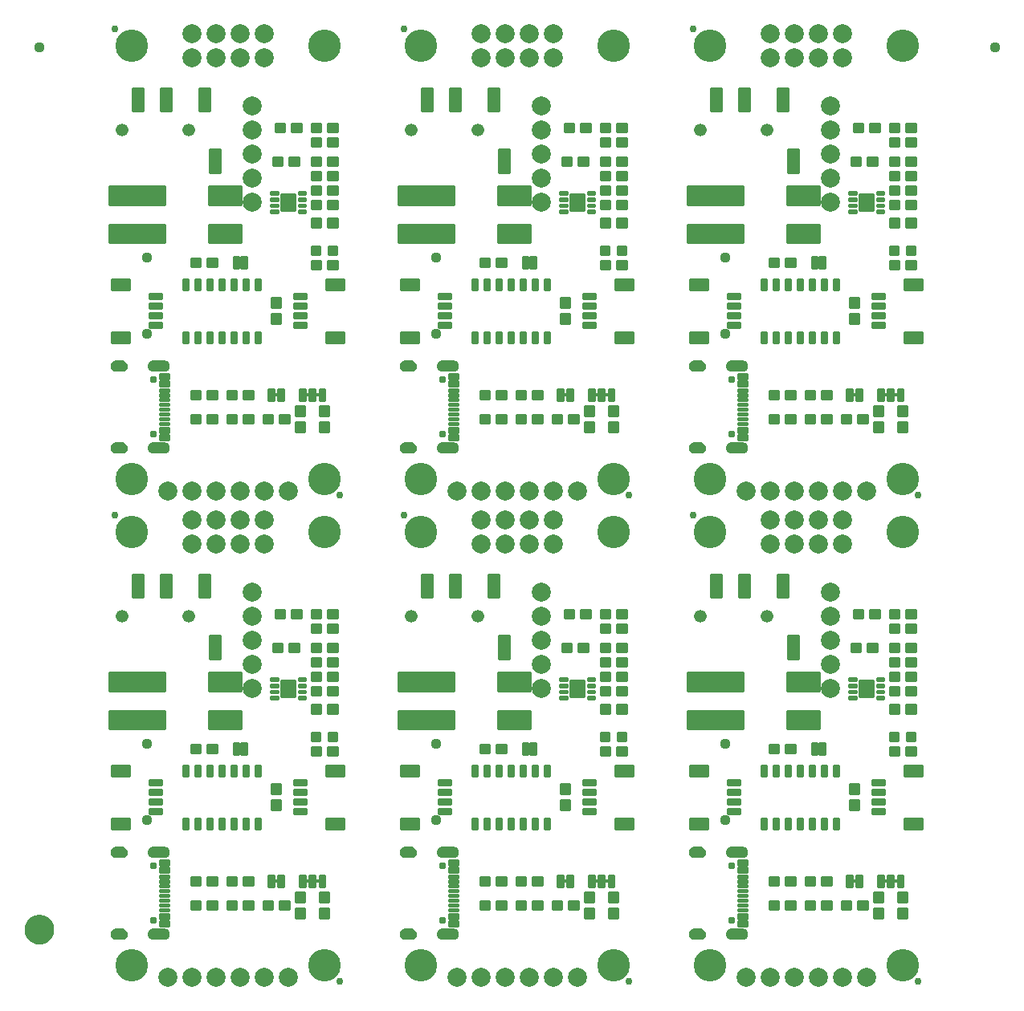
<source format=gts>
G04 EAGLE Gerber RS-274X export*
G75*
%MOMM*%
%FSLAX34Y34*%
%LPD*%
%INSoldermask Top*%
%IPPOS*%
%AMOC8*
5,1,8,0,0,1.08239X$1,22.5*%
G01*
%ADD10C,3.429000*%
%ADD11C,0.762000*%
%ADD12C,0.225588*%
%ADD13C,0.225369*%
%ADD14C,2.006600*%
%ADD15C,0.225400*%
%ADD16C,0.428259*%
%ADD17C,0.228959*%
%ADD18C,0.227778*%
%ADD19C,0.228600*%
%ADD20C,0.228344*%
%ADD21C,0.233969*%
%ADD22C,1.327000*%
%ADD23C,0.230578*%
%ADD24C,0.777000*%
%ADD25C,1.127000*%
%ADD26C,1.270000*%
%ADD27C,1.627000*%

G36*
X669904Y651834D02*
X669904Y651834D01*
X669907Y651831D01*
X671029Y651986D01*
X671034Y651991D01*
X671038Y651988D01*
X672109Y652359D01*
X672113Y652365D01*
X672118Y652363D01*
X673095Y652936D01*
X673098Y652942D01*
X673103Y652941D01*
X673950Y653694D01*
X673952Y653701D01*
X673957Y653701D01*
X674641Y654604D01*
X674641Y654611D01*
X674646Y654612D01*
X675141Y655631D01*
X675139Y655638D01*
X675144Y655640D01*
X675431Y656737D01*
X675429Y656741D01*
X675431Y656742D01*
X675429Y656744D01*
X675432Y656746D01*
X675499Y657877D01*
X675497Y657881D01*
X675499Y657883D01*
X675432Y659014D01*
X675427Y659019D01*
X675431Y659023D01*
X675144Y660120D01*
X675138Y660124D01*
X675141Y660129D01*
X674646Y661148D01*
X674640Y661151D01*
X674641Y661156D01*
X673957Y662059D01*
X673950Y662061D01*
X673950Y662066D01*
X673103Y662819D01*
X673096Y662819D01*
X673095Y662824D01*
X672118Y663397D01*
X672111Y663396D01*
X672109Y663401D01*
X671038Y663772D01*
X671032Y663769D01*
X671029Y663774D01*
X669907Y663929D01*
X669902Y663926D01*
X669900Y663929D01*
X657900Y663929D01*
X657895Y663926D01*
X657892Y663929D01*
X656625Y663724D01*
X656619Y663718D01*
X656615Y663721D01*
X655425Y663239D01*
X655421Y663232D01*
X655415Y663234D01*
X654362Y662500D01*
X654360Y662492D01*
X654354Y662493D01*
X653491Y661543D01*
X653490Y661534D01*
X653485Y661534D01*
X652855Y660415D01*
X652856Y660407D01*
X652850Y660405D01*
X652485Y659175D01*
X652488Y659167D01*
X652483Y659164D01*
X652401Y657883D01*
X652404Y657879D01*
X652401Y657877D01*
X652483Y656596D01*
X652489Y656590D01*
X652485Y656585D01*
X652850Y655355D01*
X652857Y655350D01*
X652855Y655345D01*
X653485Y654226D01*
X653492Y654223D01*
X653491Y654217D01*
X654354Y653267D01*
X654362Y653266D01*
X654362Y653260D01*
X655415Y652526D01*
X655423Y652526D01*
X655425Y652521D01*
X656615Y652039D01*
X656622Y652041D01*
X656625Y652036D01*
X657892Y651831D01*
X657897Y651834D01*
X657900Y651831D01*
X669900Y651831D01*
X669904Y651834D01*
G37*
G36*
X60304Y52354D02*
X60304Y52354D01*
X60307Y52351D01*
X61429Y52506D01*
X61434Y52511D01*
X61438Y52508D01*
X62509Y52879D01*
X62513Y52885D01*
X62518Y52883D01*
X63495Y53456D01*
X63498Y53462D01*
X63503Y53461D01*
X64350Y54214D01*
X64352Y54221D01*
X64357Y54221D01*
X65041Y55124D01*
X65041Y55131D01*
X65046Y55132D01*
X65541Y56151D01*
X65539Y56158D01*
X65544Y56160D01*
X65831Y57257D01*
X65829Y57261D01*
X65831Y57262D01*
X65829Y57264D01*
X65832Y57266D01*
X65899Y58397D01*
X65897Y58401D01*
X65899Y58403D01*
X65832Y59534D01*
X65827Y59539D01*
X65831Y59543D01*
X65544Y60640D01*
X65538Y60644D01*
X65541Y60649D01*
X65046Y61668D01*
X65040Y61671D01*
X65041Y61676D01*
X64357Y62579D01*
X64350Y62581D01*
X64350Y62586D01*
X63503Y63339D01*
X63496Y63339D01*
X63495Y63344D01*
X62518Y63917D01*
X62511Y63916D01*
X62509Y63921D01*
X61438Y64292D01*
X61432Y64289D01*
X61429Y64294D01*
X60307Y64449D01*
X60302Y64446D01*
X60300Y64449D01*
X48300Y64449D01*
X48295Y64446D01*
X48292Y64449D01*
X47025Y64244D01*
X47019Y64238D01*
X47015Y64241D01*
X45825Y63759D01*
X45821Y63752D01*
X45815Y63754D01*
X44762Y63020D01*
X44760Y63012D01*
X44754Y63013D01*
X43891Y62063D01*
X43890Y62054D01*
X43885Y62054D01*
X43255Y60935D01*
X43256Y60927D01*
X43250Y60925D01*
X42885Y59695D01*
X42888Y59687D01*
X42883Y59684D01*
X42801Y58403D01*
X42804Y58399D01*
X42801Y58397D01*
X42883Y57116D01*
X42889Y57110D01*
X42885Y57105D01*
X43250Y55875D01*
X43257Y55870D01*
X43255Y55865D01*
X43885Y54746D01*
X43892Y54743D01*
X43891Y54737D01*
X44754Y53787D01*
X44762Y53786D01*
X44762Y53780D01*
X45815Y53046D01*
X45823Y53046D01*
X45825Y53041D01*
X47015Y52559D01*
X47022Y52561D01*
X47025Y52556D01*
X48292Y52351D01*
X48297Y52354D01*
X48300Y52351D01*
X60300Y52351D01*
X60304Y52354D01*
G37*
G36*
X669904Y138754D02*
X669904Y138754D01*
X669907Y138751D01*
X671029Y138906D01*
X671034Y138911D01*
X671038Y138908D01*
X672109Y139279D01*
X672113Y139285D01*
X672118Y139283D01*
X673095Y139856D01*
X673098Y139862D01*
X673103Y139861D01*
X673950Y140614D01*
X673952Y140621D01*
X673957Y140621D01*
X674641Y141524D01*
X674641Y141531D01*
X674646Y141532D01*
X675141Y142551D01*
X675139Y142558D01*
X675144Y142560D01*
X675431Y143657D01*
X675429Y143661D01*
X675431Y143662D01*
X675429Y143664D01*
X675432Y143666D01*
X675499Y144797D01*
X675497Y144801D01*
X675499Y144803D01*
X675432Y145934D01*
X675427Y145939D01*
X675431Y145943D01*
X675144Y147040D01*
X675138Y147044D01*
X675141Y147049D01*
X674646Y148068D01*
X674640Y148071D01*
X674641Y148076D01*
X673957Y148979D01*
X673950Y148981D01*
X673950Y148986D01*
X673103Y149739D01*
X673096Y149739D01*
X673095Y149744D01*
X672118Y150317D01*
X672111Y150316D01*
X672109Y150321D01*
X671038Y150692D01*
X671032Y150689D01*
X671029Y150694D01*
X669907Y150849D01*
X669902Y150846D01*
X669900Y150849D01*
X657900Y150849D01*
X657895Y150846D01*
X657892Y150849D01*
X656625Y150644D01*
X656619Y150638D01*
X656615Y150641D01*
X655425Y150159D01*
X655421Y150152D01*
X655415Y150154D01*
X654362Y149420D01*
X654360Y149412D01*
X654354Y149413D01*
X653491Y148463D01*
X653490Y148454D01*
X653485Y148454D01*
X652855Y147335D01*
X652856Y147327D01*
X652850Y147325D01*
X652485Y146095D01*
X652488Y146087D01*
X652483Y146084D01*
X652401Y144803D01*
X652404Y144799D01*
X652401Y144797D01*
X652483Y143516D01*
X652489Y143510D01*
X652485Y143505D01*
X652850Y142275D01*
X652857Y142270D01*
X652855Y142265D01*
X653485Y141146D01*
X653492Y141143D01*
X653491Y141137D01*
X654354Y140187D01*
X654362Y140186D01*
X654362Y140180D01*
X655415Y139446D01*
X655423Y139446D01*
X655425Y139441D01*
X656615Y138959D01*
X656622Y138961D01*
X656625Y138956D01*
X657892Y138751D01*
X657897Y138754D01*
X657900Y138751D01*
X669900Y138751D01*
X669904Y138754D01*
G37*
G36*
X60304Y651834D02*
X60304Y651834D01*
X60307Y651831D01*
X61429Y651986D01*
X61434Y651991D01*
X61438Y651988D01*
X62509Y652359D01*
X62513Y652365D01*
X62518Y652363D01*
X63495Y652936D01*
X63498Y652942D01*
X63503Y652941D01*
X64350Y653694D01*
X64352Y653701D01*
X64357Y653701D01*
X65041Y654604D01*
X65041Y654611D01*
X65046Y654612D01*
X65541Y655631D01*
X65539Y655638D01*
X65544Y655640D01*
X65831Y656737D01*
X65829Y656741D01*
X65831Y656742D01*
X65829Y656744D01*
X65832Y656746D01*
X65899Y657877D01*
X65897Y657881D01*
X65899Y657883D01*
X65832Y659014D01*
X65827Y659019D01*
X65831Y659023D01*
X65544Y660120D01*
X65538Y660124D01*
X65541Y660129D01*
X65046Y661148D01*
X65040Y661151D01*
X65041Y661156D01*
X64357Y662059D01*
X64350Y662061D01*
X64350Y662066D01*
X63503Y662819D01*
X63496Y662819D01*
X63495Y662824D01*
X62518Y663397D01*
X62511Y663396D01*
X62509Y663401D01*
X61438Y663772D01*
X61432Y663769D01*
X61429Y663774D01*
X60307Y663929D01*
X60302Y663926D01*
X60300Y663929D01*
X48300Y663929D01*
X48295Y663926D01*
X48292Y663929D01*
X47025Y663724D01*
X47019Y663718D01*
X47015Y663721D01*
X45825Y663239D01*
X45821Y663232D01*
X45815Y663234D01*
X44762Y662500D01*
X44760Y662492D01*
X44754Y662493D01*
X43891Y661543D01*
X43890Y661534D01*
X43885Y661534D01*
X43255Y660415D01*
X43256Y660407D01*
X43250Y660405D01*
X42885Y659175D01*
X42888Y659167D01*
X42883Y659164D01*
X42801Y657883D01*
X42804Y657879D01*
X42801Y657877D01*
X42883Y656596D01*
X42889Y656590D01*
X42885Y656585D01*
X43250Y655355D01*
X43257Y655350D01*
X43255Y655345D01*
X43885Y654226D01*
X43892Y654223D01*
X43891Y654217D01*
X44754Y653267D01*
X44762Y653266D01*
X44762Y653260D01*
X45815Y652526D01*
X45823Y652526D01*
X45825Y652521D01*
X47015Y652039D01*
X47022Y652041D01*
X47025Y652036D01*
X48292Y651831D01*
X48297Y651834D01*
X48300Y651831D01*
X60300Y651831D01*
X60304Y651834D01*
G37*
G36*
X365104Y138754D02*
X365104Y138754D01*
X365107Y138751D01*
X366229Y138906D01*
X366234Y138911D01*
X366238Y138908D01*
X367309Y139279D01*
X367313Y139285D01*
X367318Y139283D01*
X368295Y139856D01*
X368298Y139862D01*
X368303Y139861D01*
X369150Y140614D01*
X369152Y140621D01*
X369157Y140621D01*
X369841Y141524D01*
X369841Y141531D01*
X369846Y141532D01*
X370341Y142551D01*
X370339Y142558D01*
X370344Y142560D01*
X370631Y143657D01*
X370629Y143661D01*
X370631Y143662D01*
X370629Y143664D01*
X370632Y143666D01*
X370699Y144797D01*
X370697Y144801D01*
X370699Y144803D01*
X370632Y145934D01*
X370627Y145939D01*
X370631Y145943D01*
X370344Y147040D01*
X370338Y147044D01*
X370341Y147049D01*
X369846Y148068D01*
X369840Y148071D01*
X369841Y148076D01*
X369157Y148979D01*
X369150Y148981D01*
X369150Y148986D01*
X368303Y149739D01*
X368296Y149739D01*
X368295Y149744D01*
X367318Y150317D01*
X367311Y150316D01*
X367309Y150321D01*
X366238Y150692D01*
X366232Y150689D01*
X366229Y150694D01*
X365107Y150849D01*
X365102Y150846D01*
X365100Y150849D01*
X353100Y150849D01*
X353095Y150846D01*
X353092Y150849D01*
X351825Y150644D01*
X351819Y150638D01*
X351815Y150641D01*
X350625Y150159D01*
X350621Y150152D01*
X350615Y150154D01*
X349562Y149420D01*
X349560Y149412D01*
X349554Y149413D01*
X348691Y148463D01*
X348690Y148454D01*
X348685Y148454D01*
X348055Y147335D01*
X348056Y147327D01*
X348050Y147325D01*
X347685Y146095D01*
X347688Y146087D01*
X347683Y146084D01*
X347601Y144803D01*
X347604Y144799D01*
X347601Y144797D01*
X347683Y143516D01*
X347689Y143510D01*
X347685Y143505D01*
X348050Y142275D01*
X348057Y142270D01*
X348055Y142265D01*
X348685Y141146D01*
X348692Y141143D01*
X348691Y141137D01*
X349554Y140187D01*
X349562Y140186D01*
X349562Y140180D01*
X350615Y139446D01*
X350623Y139446D01*
X350625Y139441D01*
X351815Y138959D01*
X351822Y138961D01*
X351825Y138956D01*
X353092Y138751D01*
X353097Y138754D01*
X353100Y138751D01*
X365100Y138751D01*
X365104Y138754D01*
G37*
G36*
X365104Y651834D02*
X365104Y651834D01*
X365107Y651831D01*
X366229Y651986D01*
X366234Y651991D01*
X366238Y651988D01*
X367309Y652359D01*
X367313Y652365D01*
X367318Y652363D01*
X368295Y652936D01*
X368298Y652942D01*
X368303Y652941D01*
X369150Y653694D01*
X369152Y653701D01*
X369157Y653701D01*
X369841Y654604D01*
X369841Y654611D01*
X369846Y654612D01*
X370341Y655631D01*
X370339Y655638D01*
X370344Y655640D01*
X370631Y656737D01*
X370629Y656741D01*
X370631Y656742D01*
X370629Y656744D01*
X370632Y656746D01*
X370699Y657877D01*
X370697Y657881D01*
X370699Y657883D01*
X370632Y659014D01*
X370627Y659019D01*
X370631Y659023D01*
X370344Y660120D01*
X370338Y660124D01*
X370341Y660129D01*
X369846Y661148D01*
X369840Y661151D01*
X369841Y661156D01*
X369157Y662059D01*
X369150Y662061D01*
X369150Y662066D01*
X368303Y662819D01*
X368296Y662819D01*
X368295Y662824D01*
X367318Y663397D01*
X367311Y663396D01*
X367309Y663401D01*
X366238Y663772D01*
X366232Y663769D01*
X366229Y663774D01*
X365107Y663929D01*
X365102Y663926D01*
X365100Y663929D01*
X353100Y663929D01*
X353095Y663926D01*
X353092Y663929D01*
X351825Y663724D01*
X351819Y663718D01*
X351815Y663721D01*
X350625Y663239D01*
X350621Y663232D01*
X350615Y663234D01*
X349562Y662500D01*
X349560Y662492D01*
X349554Y662493D01*
X348691Y661543D01*
X348690Y661534D01*
X348685Y661534D01*
X348055Y660415D01*
X348056Y660407D01*
X348050Y660405D01*
X347685Y659175D01*
X347688Y659167D01*
X347683Y659164D01*
X347601Y657883D01*
X347604Y657879D01*
X347601Y657877D01*
X347683Y656596D01*
X347689Y656590D01*
X347685Y656585D01*
X348050Y655355D01*
X348057Y655350D01*
X348055Y655345D01*
X348685Y654226D01*
X348692Y654223D01*
X348691Y654217D01*
X349554Y653267D01*
X349562Y653266D01*
X349562Y653260D01*
X350615Y652526D01*
X350623Y652526D01*
X350625Y652521D01*
X351815Y652039D01*
X351822Y652041D01*
X351825Y652036D01*
X353092Y651831D01*
X353097Y651834D01*
X353100Y651831D01*
X365100Y651831D01*
X365104Y651834D01*
G37*
G36*
X365104Y565434D02*
X365104Y565434D01*
X365107Y565431D01*
X366229Y565586D01*
X366234Y565591D01*
X366238Y565588D01*
X367309Y565959D01*
X367313Y565965D01*
X367318Y565963D01*
X368295Y566536D01*
X368298Y566542D01*
X368303Y566541D01*
X369150Y567294D01*
X369152Y567301D01*
X369157Y567301D01*
X369841Y568204D01*
X369841Y568211D01*
X369846Y568212D01*
X370341Y569231D01*
X370339Y569238D01*
X370344Y569240D01*
X370631Y570337D01*
X370629Y570341D01*
X370631Y570342D01*
X370629Y570344D01*
X370632Y570346D01*
X370699Y571477D01*
X370697Y571481D01*
X370699Y571483D01*
X370632Y572614D01*
X370627Y572619D01*
X370631Y572623D01*
X370344Y573720D01*
X370338Y573724D01*
X370341Y573729D01*
X369846Y574748D01*
X369840Y574751D01*
X369841Y574756D01*
X369157Y575659D01*
X369150Y575661D01*
X369150Y575666D01*
X368303Y576419D01*
X368296Y576419D01*
X368295Y576424D01*
X367318Y576997D01*
X367311Y576996D01*
X367309Y577001D01*
X366238Y577372D01*
X366232Y577369D01*
X366229Y577374D01*
X365107Y577529D01*
X365102Y577526D01*
X365100Y577529D01*
X353100Y577529D01*
X353095Y577526D01*
X353092Y577529D01*
X351825Y577324D01*
X351819Y577318D01*
X351815Y577321D01*
X350625Y576839D01*
X350621Y576832D01*
X350615Y576834D01*
X349562Y576100D01*
X349560Y576092D01*
X349554Y576093D01*
X348691Y575143D01*
X348690Y575134D01*
X348685Y575134D01*
X348055Y574015D01*
X348056Y574007D01*
X348050Y574005D01*
X347685Y572775D01*
X347688Y572767D01*
X347683Y572764D01*
X347601Y571483D01*
X347604Y571479D01*
X347601Y571477D01*
X347683Y570196D01*
X347689Y570190D01*
X347685Y570185D01*
X348050Y568955D01*
X348057Y568950D01*
X348055Y568945D01*
X348685Y567826D01*
X348692Y567823D01*
X348691Y567817D01*
X349554Y566867D01*
X349562Y566866D01*
X349562Y566860D01*
X350615Y566126D01*
X350623Y566126D01*
X350625Y566121D01*
X351815Y565639D01*
X351822Y565641D01*
X351825Y565636D01*
X353092Y565431D01*
X353097Y565434D01*
X353100Y565431D01*
X365100Y565431D01*
X365104Y565434D01*
G37*
G36*
X60304Y138754D02*
X60304Y138754D01*
X60307Y138751D01*
X61429Y138906D01*
X61434Y138911D01*
X61438Y138908D01*
X62509Y139279D01*
X62513Y139285D01*
X62518Y139283D01*
X63495Y139856D01*
X63498Y139862D01*
X63503Y139861D01*
X64350Y140614D01*
X64352Y140621D01*
X64357Y140621D01*
X65041Y141524D01*
X65041Y141531D01*
X65046Y141532D01*
X65541Y142551D01*
X65539Y142558D01*
X65544Y142560D01*
X65831Y143657D01*
X65829Y143661D01*
X65831Y143662D01*
X65829Y143664D01*
X65832Y143666D01*
X65899Y144797D01*
X65897Y144801D01*
X65899Y144803D01*
X65832Y145934D01*
X65827Y145939D01*
X65831Y145943D01*
X65544Y147040D01*
X65538Y147044D01*
X65541Y147049D01*
X65046Y148068D01*
X65040Y148071D01*
X65041Y148076D01*
X64357Y148979D01*
X64350Y148981D01*
X64350Y148986D01*
X63503Y149739D01*
X63496Y149739D01*
X63495Y149744D01*
X62518Y150317D01*
X62511Y150316D01*
X62509Y150321D01*
X61438Y150692D01*
X61432Y150689D01*
X61429Y150694D01*
X60307Y150849D01*
X60302Y150846D01*
X60300Y150849D01*
X48300Y150849D01*
X48295Y150846D01*
X48292Y150849D01*
X47025Y150644D01*
X47019Y150638D01*
X47015Y150641D01*
X45825Y150159D01*
X45821Y150152D01*
X45815Y150154D01*
X44762Y149420D01*
X44760Y149412D01*
X44754Y149413D01*
X43891Y148463D01*
X43890Y148454D01*
X43885Y148454D01*
X43255Y147335D01*
X43256Y147327D01*
X43250Y147325D01*
X42885Y146095D01*
X42888Y146087D01*
X42883Y146084D01*
X42801Y144803D01*
X42804Y144799D01*
X42801Y144797D01*
X42883Y143516D01*
X42889Y143510D01*
X42885Y143505D01*
X43250Y142275D01*
X43257Y142270D01*
X43255Y142265D01*
X43885Y141146D01*
X43892Y141143D01*
X43891Y141137D01*
X44754Y140187D01*
X44762Y140186D01*
X44762Y140180D01*
X45815Y139446D01*
X45823Y139446D01*
X45825Y139441D01*
X47015Y138959D01*
X47022Y138961D01*
X47025Y138956D01*
X48292Y138751D01*
X48297Y138754D01*
X48300Y138751D01*
X60300Y138751D01*
X60304Y138754D01*
G37*
G36*
X60304Y565434D02*
X60304Y565434D01*
X60307Y565431D01*
X61429Y565586D01*
X61434Y565591D01*
X61438Y565588D01*
X62509Y565959D01*
X62513Y565965D01*
X62518Y565963D01*
X63495Y566536D01*
X63498Y566542D01*
X63503Y566541D01*
X64350Y567294D01*
X64352Y567301D01*
X64357Y567301D01*
X65041Y568204D01*
X65041Y568211D01*
X65046Y568212D01*
X65541Y569231D01*
X65539Y569238D01*
X65544Y569240D01*
X65831Y570337D01*
X65829Y570341D01*
X65831Y570342D01*
X65829Y570344D01*
X65832Y570346D01*
X65899Y571477D01*
X65897Y571481D01*
X65899Y571483D01*
X65832Y572614D01*
X65827Y572619D01*
X65831Y572623D01*
X65544Y573720D01*
X65538Y573724D01*
X65541Y573729D01*
X65046Y574748D01*
X65040Y574751D01*
X65041Y574756D01*
X64357Y575659D01*
X64350Y575661D01*
X64350Y575666D01*
X63503Y576419D01*
X63496Y576419D01*
X63495Y576424D01*
X62518Y576997D01*
X62511Y576996D01*
X62509Y577001D01*
X61438Y577372D01*
X61432Y577369D01*
X61429Y577374D01*
X60307Y577529D01*
X60302Y577526D01*
X60300Y577529D01*
X48300Y577529D01*
X48295Y577526D01*
X48292Y577529D01*
X47025Y577324D01*
X47019Y577318D01*
X47015Y577321D01*
X45825Y576839D01*
X45821Y576832D01*
X45815Y576834D01*
X44762Y576100D01*
X44760Y576092D01*
X44754Y576093D01*
X43891Y575143D01*
X43890Y575134D01*
X43885Y575134D01*
X43255Y574015D01*
X43256Y574007D01*
X43250Y574005D01*
X42885Y572775D01*
X42888Y572767D01*
X42883Y572764D01*
X42801Y571483D01*
X42804Y571479D01*
X42801Y571477D01*
X42883Y570196D01*
X42889Y570190D01*
X42885Y570185D01*
X43250Y568955D01*
X43257Y568950D01*
X43255Y568945D01*
X43885Y567826D01*
X43892Y567823D01*
X43891Y567817D01*
X44754Y566867D01*
X44762Y566866D01*
X44762Y566860D01*
X45815Y566126D01*
X45823Y566126D01*
X45825Y566121D01*
X47015Y565639D01*
X47022Y565641D01*
X47025Y565636D01*
X48292Y565431D01*
X48297Y565434D01*
X48300Y565431D01*
X60300Y565431D01*
X60304Y565434D01*
G37*
G36*
X669904Y565434D02*
X669904Y565434D01*
X669907Y565431D01*
X671029Y565586D01*
X671034Y565591D01*
X671038Y565588D01*
X672109Y565959D01*
X672113Y565965D01*
X672118Y565963D01*
X673095Y566536D01*
X673098Y566542D01*
X673103Y566541D01*
X673950Y567294D01*
X673952Y567301D01*
X673957Y567301D01*
X674641Y568204D01*
X674641Y568211D01*
X674646Y568212D01*
X675141Y569231D01*
X675139Y569238D01*
X675144Y569240D01*
X675431Y570337D01*
X675429Y570341D01*
X675431Y570342D01*
X675429Y570344D01*
X675432Y570346D01*
X675499Y571477D01*
X675497Y571481D01*
X675499Y571483D01*
X675432Y572614D01*
X675427Y572619D01*
X675431Y572623D01*
X675144Y573720D01*
X675138Y573724D01*
X675141Y573729D01*
X674646Y574748D01*
X674640Y574751D01*
X674641Y574756D01*
X673957Y575659D01*
X673950Y575661D01*
X673950Y575666D01*
X673103Y576419D01*
X673096Y576419D01*
X673095Y576424D01*
X672118Y576997D01*
X672111Y576996D01*
X672109Y577001D01*
X671038Y577372D01*
X671032Y577369D01*
X671029Y577374D01*
X669907Y577529D01*
X669902Y577526D01*
X669900Y577529D01*
X657900Y577529D01*
X657895Y577526D01*
X657892Y577529D01*
X656625Y577324D01*
X656619Y577318D01*
X656615Y577321D01*
X655425Y576839D01*
X655421Y576832D01*
X655415Y576834D01*
X654362Y576100D01*
X654360Y576092D01*
X654354Y576093D01*
X653491Y575143D01*
X653490Y575134D01*
X653485Y575134D01*
X652855Y574015D01*
X652856Y574007D01*
X652850Y574005D01*
X652485Y572775D01*
X652488Y572767D01*
X652483Y572764D01*
X652401Y571483D01*
X652404Y571479D01*
X652401Y571477D01*
X652483Y570196D01*
X652489Y570190D01*
X652485Y570185D01*
X652850Y568955D01*
X652857Y568950D01*
X652855Y568945D01*
X653485Y567826D01*
X653492Y567823D01*
X653491Y567817D01*
X654354Y566867D01*
X654362Y566866D01*
X654362Y566860D01*
X655415Y566126D01*
X655423Y566126D01*
X655425Y566121D01*
X656615Y565639D01*
X656622Y565641D01*
X656625Y565636D01*
X657892Y565431D01*
X657897Y565434D01*
X657900Y565431D01*
X669900Y565431D01*
X669904Y565434D01*
G37*
G36*
X669904Y52354D02*
X669904Y52354D01*
X669907Y52351D01*
X671029Y52506D01*
X671034Y52511D01*
X671038Y52508D01*
X672109Y52879D01*
X672113Y52885D01*
X672118Y52883D01*
X673095Y53456D01*
X673098Y53462D01*
X673103Y53461D01*
X673950Y54214D01*
X673952Y54221D01*
X673957Y54221D01*
X674641Y55124D01*
X674641Y55131D01*
X674646Y55132D01*
X675141Y56151D01*
X675139Y56158D01*
X675144Y56160D01*
X675431Y57257D01*
X675429Y57261D01*
X675431Y57262D01*
X675429Y57264D01*
X675432Y57266D01*
X675499Y58397D01*
X675497Y58401D01*
X675499Y58403D01*
X675432Y59534D01*
X675427Y59539D01*
X675431Y59543D01*
X675144Y60640D01*
X675138Y60644D01*
X675141Y60649D01*
X674646Y61668D01*
X674640Y61671D01*
X674641Y61676D01*
X673957Y62579D01*
X673950Y62581D01*
X673950Y62586D01*
X673103Y63339D01*
X673096Y63339D01*
X673095Y63344D01*
X672118Y63917D01*
X672111Y63916D01*
X672109Y63921D01*
X671038Y64292D01*
X671032Y64289D01*
X671029Y64294D01*
X669907Y64449D01*
X669902Y64446D01*
X669900Y64449D01*
X657900Y64449D01*
X657895Y64446D01*
X657892Y64449D01*
X656625Y64244D01*
X656619Y64238D01*
X656615Y64241D01*
X655425Y63759D01*
X655421Y63752D01*
X655415Y63754D01*
X654362Y63020D01*
X654360Y63012D01*
X654354Y63013D01*
X653491Y62063D01*
X653490Y62054D01*
X653485Y62054D01*
X652855Y60935D01*
X652856Y60927D01*
X652850Y60925D01*
X652485Y59695D01*
X652488Y59687D01*
X652483Y59684D01*
X652401Y58403D01*
X652404Y58399D01*
X652401Y58397D01*
X652483Y57116D01*
X652489Y57110D01*
X652485Y57105D01*
X652850Y55875D01*
X652857Y55870D01*
X652855Y55865D01*
X653485Y54746D01*
X653492Y54743D01*
X653491Y54737D01*
X654354Y53787D01*
X654362Y53786D01*
X654362Y53780D01*
X655415Y53046D01*
X655423Y53046D01*
X655425Y53041D01*
X656615Y52559D01*
X656622Y52561D01*
X656625Y52556D01*
X657892Y52351D01*
X657897Y52354D01*
X657900Y52351D01*
X669900Y52351D01*
X669904Y52354D01*
G37*
G36*
X365104Y52354D02*
X365104Y52354D01*
X365107Y52351D01*
X366229Y52506D01*
X366234Y52511D01*
X366238Y52508D01*
X367309Y52879D01*
X367313Y52885D01*
X367318Y52883D01*
X368295Y53456D01*
X368298Y53462D01*
X368303Y53461D01*
X369150Y54214D01*
X369152Y54221D01*
X369157Y54221D01*
X369841Y55124D01*
X369841Y55131D01*
X369846Y55132D01*
X370341Y56151D01*
X370339Y56158D01*
X370344Y56160D01*
X370631Y57257D01*
X370629Y57261D01*
X370631Y57262D01*
X370629Y57264D01*
X370632Y57266D01*
X370699Y58397D01*
X370697Y58401D01*
X370699Y58403D01*
X370632Y59534D01*
X370627Y59539D01*
X370631Y59543D01*
X370344Y60640D01*
X370338Y60644D01*
X370341Y60649D01*
X369846Y61668D01*
X369840Y61671D01*
X369841Y61676D01*
X369157Y62579D01*
X369150Y62581D01*
X369150Y62586D01*
X368303Y63339D01*
X368296Y63339D01*
X368295Y63344D01*
X367318Y63917D01*
X367311Y63916D01*
X367309Y63921D01*
X366238Y64292D01*
X366232Y64289D01*
X366229Y64294D01*
X365107Y64449D01*
X365102Y64446D01*
X365100Y64449D01*
X353100Y64449D01*
X353095Y64446D01*
X353092Y64449D01*
X351825Y64244D01*
X351819Y64238D01*
X351815Y64241D01*
X350625Y63759D01*
X350621Y63752D01*
X350615Y63754D01*
X349562Y63020D01*
X349560Y63012D01*
X349554Y63013D01*
X348691Y62063D01*
X348690Y62054D01*
X348685Y62054D01*
X348055Y60935D01*
X348056Y60927D01*
X348050Y60925D01*
X347685Y59695D01*
X347688Y59687D01*
X347683Y59684D01*
X347601Y58403D01*
X347604Y58399D01*
X347601Y58397D01*
X347683Y57116D01*
X347689Y57110D01*
X347685Y57105D01*
X348050Y55875D01*
X348057Y55870D01*
X348055Y55865D01*
X348685Y54746D01*
X348692Y54743D01*
X348691Y54737D01*
X349554Y53787D01*
X349562Y53786D01*
X349562Y53780D01*
X350615Y53046D01*
X350623Y53046D01*
X350625Y53041D01*
X351815Y52559D01*
X351822Y52561D01*
X351825Y52556D01*
X353092Y52351D01*
X353097Y52354D01*
X353100Y52351D01*
X365100Y52351D01*
X365104Y52354D01*
G37*
G36*
X15503Y651833D02*
X15503Y651833D01*
X15505Y651831D01*
X16681Y651942D01*
X16686Y651947D01*
X16690Y651944D01*
X17822Y652282D01*
X17826Y652288D01*
X17831Y652286D01*
X18875Y652838D01*
X18878Y652845D01*
X18883Y652843D01*
X19799Y653589D01*
X19800Y653596D01*
X19806Y653596D01*
X20559Y654506D01*
X20559Y654513D01*
X20564Y654514D01*
X21125Y655553D01*
X21124Y655558D01*
X21128Y655560D01*
X21127Y655561D01*
X21129Y655562D01*
X21476Y656691D01*
X21476Y656692D01*
X21477Y656693D01*
X21474Y656697D01*
X21478Y656700D01*
X21599Y657875D01*
X21595Y657882D01*
X21599Y657886D01*
X21442Y659226D01*
X21437Y659232D01*
X21440Y659237D01*
X20989Y660508D01*
X20982Y660513D01*
X20984Y660518D01*
X20262Y661657D01*
X20254Y661660D01*
X20255Y661666D01*
X19297Y662616D01*
X19289Y662617D01*
X19288Y662623D01*
X18143Y663336D01*
X18135Y663335D01*
X18133Y663341D01*
X16857Y663781D01*
X16850Y663779D01*
X16847Y663783D01*
X15505Y663929D01*
X15502Y663927D01*
X15500Y663929D01*
X9500Y663929D01*
X9497Y663927D01*
X9494Y663929D01*
X8165Y663774D01*
X8159Y663768D01*
X8155Y663771D01*
X6894Y663324D01*
X6889Y663317D01*
X6884Y663319D01*
X5754Y662602D01*
X5751Y662595D01*
X5745Y662596D01*
X4803Y661646D01*
X4802Y661637D01*
X4796Y661637D01*
X4089Y660501D01*
X4090Y660493D01*
X4084Y660491D01*
X3648Y659226D01*
X3650Y659218D01*
X3645Y659216D01*
X3501Y657885D01*
X3505Y657879D01*
X3501Y657875D01*
X3611Y656709D01*
X3616Y656704D01*
X3613Y656700D01*
X3948Y655577D01*
X3954Y655573D01*
X3952Y655569D01*
X4500Y654533D01*
X4506Y654530D01*
X4505Y654525D01*
X5244Y653617D01*
X5251Y653615D01*
X5251Y653610D01*
X6153Y652863D01*
X6161Y652863D01*
X6161Y652858D01*
X7192Y652301D01*
X7199Y652302D01*
X7201Y652297D01*
X8320Y651953D01*
X8327Y651955D01*
X8330Y651951D01*
X9495Y651831D01*
X9498Y651833D01*
X9500Y651831D01*
X15500Y651831D01*
X15503Y651833D01*
G37*
G36*
X625103Y651833D02*
X625103Y651833D01*
X625105Y651831D01*
X626281Y651942D01*
X626286Y651947D01*
X626290Y651944D01*
X627422Y652282D01*
X627426Y652288D01*
X627431Y652286D01*
X628475Y652838D01*
X628478Y652845D01*
X628483Y652843D01*
X629399Y653589D01*
X629400Y653596D01*
X629406Y653596D01*
X630159Y654506D01*
X630159Y654513D01*
X630164Y654514D01*
X630725Y655553D01*
X630724Y655558D01*
X630728Y655560D01*
X630727Y655561D01*
X630729Y655562D01*
X631076Y656691D01*
X631076Y656692D01*
X631077Y656693D01*
X631074Y656697D01*
X631078Y656700D01*
X631199Y657875D01*
X631195Y657882D01*
X631199Y657886D01*
X631042Y659226D01*
X631037Y659232D01*
X631040Y659237D01*
X630589Y660508D01*
X630582Y660513D01*
X630584Y660518D01*
X629862Y661657D01*
X629854Y661660D01*
X629855Y661666D01*
X628897Y662616D01*
X628889Y662617D01*
X628888Y662623D01*
X627743Y663336D01*
X627735Y663335D01*
X627733Y663341D01*
X626457Y663781D01*
X626450Y663779D01*
X626447Y663783D01*
X625105Y663929D01*
X625102Y663927D01*
X625100Y663929D01*
X619100Y663929D01*
X619097Y663927D01*
X619094Y663929D01*
X617765Y663774D01*
X617759Y663768D01*
X617755Y663771D01*
X616494Y663324D01*
X616489Y663317D01*
X616484Y663319D01*
X615354Y662602D01*
X615351Y662595D01*
X615345Y662596D01*
X614403Y661646D01*
X614402Y661637D01*
X614396Y661637D01*
X613689Y660501D01*
X613690Y660493D01*
X613684Y660491D01*
X613248Y659226D01*
X613250Y659218D01*
X613245Y659216D01*
X613101Y657885D01*
X613105Y657879D01*
X613101Y657875D01*
X613211Y656709D01*
X613216Y656704D01*
X613213Y656700D01*
X613548Y655577D01*
X613554Y655573D01*
X613552Y655569D01*
X614100Y654533D01*
X614106Y654530D01*
X614105Y654525D01*
X614844Y653617D01*
X614851Y653615D01*
X614851Y653610D01*
X615753Y652863D01*
X615761Y652863D01*
X615761Y652858D01*
X616792Y652301D01*
X616799Y652302D01*
X616801Y652297D01*
X617920Y651953D01*
X617927Y651955D01*
X617930Y651951D01*
X619095Y651831D01*
X619098Y651833D01*
X619100Y651831D01*
X625100Y651831D01*
X625103Y651833D01*
G37*
G36*
X320303Y651833D02*
X320303Y651833D01*
X320305Y651831D01*
X321481Y651942D01*
X321486Y651947D01*
X321490Y651944D01*
X322622Y652282D01*
X322626Y652288D01*
X322631Y652286D01*
X323675Y652838D01*
X323678Y652845D01*
X323683Y652843D01*
X324599Y653589D01*
X324600Y653596D01*
X324606Y653596D01*
X325359Y654506D01*
X325359Y654513D01*
X325364Y654514D01*
X325925Y655553D01*
X325924Y655558D01*
X325928Y655560D01*
X325927Y655561D01*
X325929Y655562D01*
X326276Y656691D01*
X326276Y656692D01*
X326277Y656693D01*
X326274Y656697D01*
X326278Y656700D01*
X326399Y657875D01*
X326395Y657882D01*
X326399Y657886D01*
X326242Y659226D01*
X326237Y659232D01*
X326240Y659237D01*
X325789Y660508D01*
X325782Y660513D01*
X325784Y660518D01*
X325062Y661657D01*
X325054Y661660D01*
X325055Y661666D01*
X324097Y662616D01*
X324089Y662617D01*
X324088Y662623D01*
X322943Y663336D01*
X322935Y663335D01*
X322933Y663341D01*
X321657Y663781D01*
X321650Y663779D01*
X321647Y663783D01*
X320305Y663929D01*
X320302Y663927D01*
X320300Y663929D01*
X314300Y663929D01*
X314297Y663927D01*
X314294Y663929D01*
X312965Y663774D01*
X312959Y663768D01*
X312955Y663771D01*
X311694Y663324D01*
X311689Y663317D01*
X311684Y663319D01*
X310554Y662602D01*
X310551Y662595D01*
X310545Y662596D01*
X309603Y661646D01*
X309602Y661637D01*
X309596Y661637D01*
X308889Y660501D01*
X308890Y660493D01*
X308884Y660491D01*
X308448Y659226D01*
X308450Y659218D01*
X308445Y659216D01*
X308301Y657885D01*
X308305Y657879D01*
X308301Y657875D01*
X308411Y656709D01*
X308416Y656704D01*
X308413Y656700D01*
X308748Y655577D01*
X308754Y655573D01*
X308752Y655569D01*
X309300Y654533D01*
X309306Y654530D01*
X309305Y654525D01*
X310044Y653617D01*
X310051Y653615D01*
X310051Y653610D01*
X310953Y652863D01*
X310961Y652863D01*
X310961Y652858D01*
X311992Y652301D01*
X311999Y652302D01*
X312001Y652297D01*
X313120Y651953D01*
X313127Y651955D01*
X313130Y651951D01*
X314295Y651831D01*
X314298Y651833D01*
X314300Y651831D01*
X320300Y651831D01*
X320303Y651833D01*
G37*
G36*
X625103Y138753D02*
X625103Y138753D01*
X625105Y138751D01*
X626281Y138862D01*
X626286Y138867D01*
X626290Y138864D01*
X627422Y139202D01*
X627426Y139208D01*
X627431Y139206D01*
X628475Y139758D01*
X628478Y139765D01*
X628483Y139763D01*
X629399Y140509D01*
X629400Y140516D01*
X629406Y140516D01*
X630159Y141426D01*
X630159Y141433D01*
X630164Y141434D01*
X630725Y142473D01*
X630724Y142478D01*
X630728Y142480D01*
X630727Y142481D01*
X630729Y142482D01*
X631076Y143611D01*
X631076Y143612D01*
X631077Y143613D01*
X631074Y143617D01*
X631078Y143620D01*
X631199Y144795D01*
X631195Y144802D01*
X631199Y144806D01*
X631042Y146146D01*
X631037Y146152D01*
X631040Y146157D01*
X630589Y147428D01*
X630582Y147433D01*
X630584Y147438D01*
X629862Y148577D01*
X629854Y148580D01*
X629855Y148586D01*
X628897Y149536D01*
X628889Y149537D01*
X628888Y149543D01*
X627743Y150256D01*
X627735Y150255D01*
X627733Y150261D01*
X626457Y150701D01*
X626450Y150699D01*
X626447Y150703D01*
X625105Y150849D01*
X625102Y150847D01*
X625100Y150849D01*
X619100Y150849D01*
X619097Y150847D01*
X619094Y150849D01*
X617765Y150694D01*
X617759Y150688D01*
X617755Y150691D01*
X616494Y150244D01*
X616489Y150237D01*
X616484Y150239D01*
X615354Y149522D01*
X615351Y149515D01*
X615345Y149516D01*
X614403Y148566D01*
X614402Y148557D01*
X614396Y148557D01*
X613689Y147421D01*
X613690Y147413D01*
X613684Y147411D01*
X613248Y146146D01*
X613250Y146138D01*
X613245Y146136D01*
X613101Y144805D01*
X613105Y144799D01*
X613101Y144795D01*
X613211Y143629D01*
X613216Y143624D01*
X613213Y143620D01*
X613548Y142497D01*
X613554Y142493D01*
X613552Y142489D01*
X614100Y141453D01*
X614106Y141450D01*
X614105Y141445D01*
X614844Y140537D01*
X614851Y140535D01*
X614851Y140530D01*
X615753Y139783D01*
X615761Y139783D01*
X615761Y139778D01*
X616792Y139221D01*
X616799Y139222D01*
X616801Y139217D01*
X617920Y138873D01*
X617927Y138875D01*
X617930Y138871D01*
X619095Y138751D01*
X619098Y138753D01*
X619100Y138751D01*
X625100Y138751D01*
X625103Y138753D01*
G37*
G36*
X15503Y52353D02*
X15503Y52353D01*
X15505Y52351D01*
X16681Y52462D01*
X16686Y52467D01*
X16690Y52464D01*
X17822Y52802D01*
X17826Y52808D01*
X17831Y52806D01*
X18875Y53358D01*
X18878Y53365D01*
X18883Y53363D01*
X19799Y54109D01*
X19800Y54116D01*
X19806Y54116D01*
X20559Y55026D01*
X20559Y55033D01*
X20564Y55034D01*
X21125Y56073D01*
X21124Y56078D01*
X21128Y56080D01*
X21127Y56081D01*
X21129Y56082D01*
X21476Y57211D01*
X21476Y57212D01*
X21477Y57213D01*
X21474Y57217D01*
X21478Y57220D01*
X21599Y58395D01*
X21595Y58402D01*
X21599Y58406D01*
X21442Y59746D01*
X21437Y59752D01*
X21440Y59757D01*
X20989Y61028D01*
X20982Y61033D01*
X20984Y61038D01*
X20262Y62177D01*
X20254Y62180D01*
X20255Y62186D01*
X19297Y63136D01*
X19289Y63137D01*
X19288Y63143D01*
X18143Y63856D01*
X18135Y63855D01*
X18133Y63861D01*
X16857Y64301D01*
X16850Y64299D01*
X16847Y64303D01*
X15505Y64449D01*
X15502Y64447D01*
X15500Y64449D01*
X9500Y64449D01*
X9497Y64447D01*
X9494Y64449D01*
X8165Y64294D01*
X8159Y64288D01*
X8155Y64291D01*
X6894Y63844D01*
X6889Y63837D01*
X6884Y63839D01*
X5754Y63122D01*
X5751Y63115D01*
X5745Y63116D01*
X4803Y62166D01*
X4802Y62157D01*
X4796Y62157D01*
X4089Y61021D01*
X4090Y61013D01*
X4084Y61011D01*
X3648Y59746D01*
X3650Y59738D01*
X3645Y59736D01*
X3501Y58405D01*
X3505Y58399D01*
X3501Y58395D01*
X3611Y57229D01*
X3616Y57224D01*
X3613Y57220D01*
X3948Y56097D01*
X3954Y56093D01*
X3952Y56089D01*
X4500Y55053D01*
X4506Y55050D01*
X4505Y55045D01*
X5244Y54137D01*
X5251Y54135D01*
X5251Y54130D01*
X6153Y53383D01*
X6161Y53383D01*
X6161Y53378D01*
X7192Y52821D01*
X7199Y52822D01*
X7201Y52817D01*
X8320Y52473D01*
X8327Y52475D01*
X8330Y52471D01*
X9495Y52351D01*
X9498Y52353D01*
X9500Y52351D01*
X15500Y52351D01*
X15503Y52353D01*
G37*
G36*
X320303Y52353D02*
X320303Y52353D01*
X320305Y52351D01*
X321481Y52462D01*
X321486Y52467D01*
X321490Y52464D01*
X322622Y52802D01*
X322626Y52808D01*
X322631Y52806D01*
X323675Y53358D01*
X323678Y53365D01*
X323683Y53363D01*
X324599Y54109D01*
X324600Y54116D01*
X324606Y54116D01*
X325359Y55026D01*
X325359Y55033D01*
X325364Y55034D01*
X325925Y56073D01*
X325924Y56078D01*
X325928Y56080D01*
X325927Y56081D01*
X325929Y56082D01*
X326276Y57211D01*
X326276Y57212D01*
X326277Y57213D01*
X326274Y57217D01*
X326278Y57220D01*
X326399Y58395D01*
X326395Y58402D01*
X326399Y58406D01*
X326242Y59746D01*
X326237Y59752D01*
X326240Y59757D01*
X325789Y61028D01*
X325782Y61033D01*
X325784Y61038D01*
X325062Y62177D01*
X325054Y62180D01*
X325055Y62186D01*
X324097Y63136D01*
X324089Y63137D01*
X324088Y63143D01*
X322943Y63856D01*
X322935Y63855D01*
X322933Y63861D01*
X321657Y64301D01*
X321650Y64299D01*
X321647Y64303D01*
X320305Y64449D01*
X320302Y64447D01*
X320300Y64449D01*
X314300Y64449D01*
X314297Y64447D01*
X314294Y64449D01*
X312965Y64294D01*
X312959Y64288D01*
X312955Y64291D01*
X311694Y63844D01*
X311689Y63837D01*
X311684Y63839D01*
X310554Y63122D01*
X310551Y63115D01*
X310545Y63116D01*
X309603Y62166D01*
X309602Y62157D01*
X309596Y62157D01*
X308889Y61021D01*
X308890Y61013D01*
X308884Y61011D01*
X308448Y59746D01*
X308450Y59738D01*
X308445Y59736D01*
X308301Y58405D01*
X308305Y58399D01*
X308301Y58395D01*
X308411Y57229D01*
X308416Y57224D01*
X308413Y57220D01*
X308748Y56097D01*
X308754Y56093D01*
X308752Y56089D01*
X309300Y55053D01*
X309306Y55050D01*
X309305Y55045D01*
X310044Y54137D01*
X310051Y54135D01*
X310051Y54130D01*
X310953Y53383D01*
X310961Y53383D01*
X310961Y53378D01*
X311992Y52821D01*
X311999Y52822D01*
X312001Y52817D01*
X313120Y52473D01*
X313127Y52475D01*
X313130Y52471D01*
X314295Y52351D01*
X314298Y52353D01*
X314300Y52351D01*
X320300Y52351D01*
X320303Y52353D01*
G37*
G36*
X625103Y52353D02*
X625103Y52353D01*
X625105Y52351D01*
X626281Y52462D01*
X626286Y52467D01*
X626290Y52464D01*
X627422Y52802D01*
X627426Y52808D01*
X627431Y52806D01*
X628475Y53358D01*
X628478Y53365D01*
X628483Y53363D01*
X629399Y54109D01*
X629400Y54116D01*
X629406Y54116D01*
X630159Y55026D01*
X630159Y55033D01*
X630164Y55034D01*
X630725Y56073D01*
X630724Y56078D01*
X630728Y56080D01*
X630727Y56081D01*
X630729Y56082D01*
X631076Y57211D01*
X631076Y57212D01*
X631077Y57213D01*
X631074Y57217D01*
X631078Y57220D01*
X631199Y58395D01*
X631195Y58402D01*
X631199Y58406D01*
X631042Y59746D01*
X631037Y59752D01*
X631040Y59757D01*
X630589Y61028D01*
X630582Y61033D01*
X630584Y61038D01*
X629862Y62177D01*
X629854Y62180D01*
X629855Y62186D01*
X628897Y63136D01*
X628889Y63137D01*
X628888Y63143D01*
X627743Y63856D01*
X627735Y63855D01*
X627733Y63861D01*
X626457Y64301D01*
X626450Y64299D01*
X626447Y64303D01*
X625105Y64449D01*
X625102Y64447D01*
X625100Y64449D01*
X619100Y64449D01*
X619097Y64447D01*
X619094Y64449D01*
X617765Y64294D01*
X617759Y64288D01*
X617755Y64291D01*
X616494Y63844D01*
X616489Y63837D01*
X616484Y63839D01*
X615354Y63122D01*
X615351Y63115D01*
X615345Y63116D01*
X614403Y62166D01*
X614402Y62157D01*
X614396Y62157D01*
X613689Y61021D01*
X613690Y61013D01*
X613684Y61011D01*
X613248Y59746D01*
X613250Y59738D01*
X613245Y59736D01*
X613101Y58405D01*
X613105Y58399D01*
X613101Y58395D01*
X613211Y57229D01*
X613216Y57224D01*
X613213Y57220D01*
X613548Y56097D01*
X613554Y56093D01*
X613552Y56089D01*
X614100Y55053D01*
X614106Y55050D01*
X614105Y55045D01*
X614844Y54137D01*
X614851Y54135D01*
X614851Y54130D01*
X615753Y53383D01*
X615761Y53383D01*
X615761Y53378D01*
X616792Y52821D01*
X616799Y52822D01*
X616801Y52817D01*
X617920Y52473D01*
X617927Y52475D01*
X617930Y52471D01*
X619095Y52351D01*
X619098Y52353D01*
X619100Y52351D01*
X625100Y52351D01*
X625103Y52353D01*
G37*
G36*
X625103Y565433D02*
X625103Y565433D01*
X625105Y565431D01*
X626281Y565542D01*
X626286Y565547D01*
X626290Y565544D01*
X627422Y565882D01*
X627426Y565888D01*
X627431Y565886D01*
X628475Y566438D01*
X628478Y566445D01*
X628483Y566443D01*
X629399Y567189D01*
X629400Y567196D01*
X629406Y567196D01*
X630159Y568106D01*
X630159Y568113D01*
X630164Y568114D01*
X630725Y569153D01*
X630724Y569158D01*
X630728Y569160D01*
X630727Y569161D01*
X630729Y569162D01*
X631076Y570291D01*
X631076Y570292D01*
X631077Y570293D01*
X631074Y570297D01*
X631078Y570300D01*
X631199Y571475D01*
X631195Y571482D01*
X631199Y571486D01*
X631042Y572826D01*
X631037Y572832D01*
X631040Y572837D01*
X630589Y574108D01*
X630582Y574113D01*
X630584Y574118D01*
X629862Y575257D01*
X629854Y575260D01*
X629855Y575266D01*
X628897Y576216D01*
X628889Y576217D01*
X628888Y576223D01*
X627743Y576936D01*
X627735Y576935D01*
X627733Y576941D01*
X626457Y577381D01*
X626450Y577379D01*
X626447Y577383D01*
X625105Y577529D01*
X625102Y577527D01*
X625100Y577529D01*
X619100Y577529D01*
X619097Y577527D01*
X619094Y577529D01*
X617765Y577374D01*
X617759Y577368D01*
X617755Y577371D01*
X616494Y576924D01*
X616489Y576917D01*
X616484Y576919D01*
X615354Y576202D01*
X615351Y576195D01*
X615345Y576196D01*
X614403Y575246D01*
X614402Y575237D01*
X614396Y575237D01*
X613689Y574101D01*
X613690Y574093D01*
X613684Y574091D01*
X613248Y572826D01*
X613250Y572818D01*
X613245Y572816D01*
X613101Y571485D01*
X613105Y571479D01*
X613101Y571475D01*
X613211Y570309D01*
X613216Y570304D01*
X613213Y570300D01*
X613548Y569177D01*
X613554Y569173D01*
X613552Y569169D01*
X614100Y568133D01*
X614106Y568130D01*
X614105Y568125D01*
X614844Y567217D01*
X614851Y567215D01*
X614851Y567210D01*
X615753Y566463D01*
X615761Y566463D01*
X615761Y566458D01*
X616792Y565901D01*
X616799Y565902D01*
X616801Y565897D01*
X617920Y565553D01*
X617927Y565555D01*
X617930Y565551D01*
X619095Y565431D01*
X619098Y565433D01*
X619100Y565431D01*
X625100Y565431D01*
X625103Y565433D01*
G37*
G36*
X15503Y565433D02*
X15503Y565433D01*
X15505Y565431D01*
X16681Y565542D01*
X16686Y565547D01*
X16690Y565544D01*
X17822Y565882D01*
X17826Y565888D01*
X17831Y565886D01*
X18875Y566438D01*
X18878Y566445D01*
X18883Y566443D01*
X19799Y567189D01*
X19800Y567196D01*
X19806Y567196D01*
X20559Y568106D01*
X20559Y568113D01*
X20564Y568114D01*
X21125Y569153D01*
X21124Y569158D01*
X21128Y569160D01*
X21127Y569161D01*
X21129Y569162D01*
X21476Y570291D01*
X21476Y570292D01*
X21477Y570293D01*
X21474Y570297D01*
X21478Y570300D01*
X21599Y571475D01*
X21595Y571482D01*
X21599Y571486D01*
X21442Y572826D01*
X21437Y572832D01*
X21440Y572837D01*
X20989Y574108D01*
X20982Y574113D01*
X20984Y574118D01*
X20262Y575257D01*
X20254Y575260D01*
X20255Y575266D01*
X19297Y576216D01*
X19289Y576217D01*
X19288Y576223D01*
X18143Y576936D01*
X18135Y576935D01*
X18133Y576941D01*
X16857Y577381D01*
X16850Y577379D01*
X16847Y577383D01*
X15505Y577529D01*
X15502Y577527D01*
X15500Y577529D01*
X9500Y577529D01*
X9497Y577527D01*
X9494Y577529D01*
X8165Y577374D01*
X8159Y577368D01*
X8155Y577371D01*
X6894Y576924D01*
X6889Y576917D01*
X6884Y576919D01*
X5754Y576202D01*
X5751Y576195D01*
X5745Y576196D01*
X4803Y575246D01*
X4802Y575237D01*
X4796Y575237D01*
X4089Y574101D01*
X4090Y574093D01*
X4084Y574091D01*
X3648Y572826D01*
X3650Y572818D01*
X3645Y572816D01*
X3501Y571485D01*
X3505Y571479D01*
X3501Y571475D01*
X3611Y570309D01*
X3616Y570304D01*
X3613Y570300D01*
X3948Y569177D01*
X3954Y569173D01*
X3952Y569169D01*
X4500Y568133D01*
X4506Y568130D01*
X4505Y568125D01*
X5244Y567217D01*
X5251Y567215D01*
X5251Y567210D01*
X6153Y566463D01*
X6161Y566463D01*
X6161Y566458D01*
X7192Y565901D01*
X7199Y565902D01*
X7201Y565897D01*
X8320Y565553D01*
X8327Y565555D01*
X8330Y565551D01*
X9495Y565431D01*
X9498Y565433D01*
X9500Y565431D01*
X15500Y565431D01*
X15503Y565433D01*
G37*
G36*
X320303Y565433D02*
X320303Y565433D01*
X320305Y565431D01*
X321481Y565542D01*
X321486Y565547D01*
X321490Y565544D01*
X322622Y565882D01*
X322626Y565888D01*
X322631Y565886D01*
X323675Y566438D01*
X323678Y566445D01*
X323683Y566443D01*
X324599Y567189D01*
X324600Y567196D01*
X324606Y567196D01*
X325359Y568106D01*
X325359Y568113D01*
X325364Y568114D01*
X325925Y569153D01*
X325924Y569158D01*
X325928Y569160D01*
X325927Y569161D01*
X325929Y569162D01*
X326276Y570291D01*
X326276Y570292D01*
X326277Y570293D01*
X326274Y570297D01*
X326278Y570300D01*
X326399Y571475D01*
X326395Y571482D01*
X326399Y571486D01*
X326242Y572826D01*
X326237Y572832D01*
X326240Y572837D01*
X325789Y574108D01*
X325782Y574113D01*
X325784Y574118D01*
X325062Y575257D01*
X325054Y575260D01*
X325055Y575266D01*
X324097Y576216D01*
X324089Y576217D01*
X324088Y576223D01*
X322943Y576936D01*
X322935Y576935D01*
X322933Y576941D01*
X321657Y577381D01*
X321650Y577379D01*
X321647Y577383D01*
X320305Y577529D01*
X320302Y577527D01*
X320300Y577529D01*
X314300Y577529D01*
X314297Y577527D01*
X314294Y577529D01*
X312965Y577374D01*
X312959Y577368D01*
X312955Y577371D01*
X311694Y576924D01*
X311689Y576917D01*
X311684Y576919D01*
X310554Y576202D01*
X310551Y576195D01*
X310545Y576196D01*
X309603Y575246D01*
X309602Y575237D01*
X309596Y575237D01*
X308889Y574101D01*
X308890Y574093D01*
X308884Y574091D01*
X308448Y572826D01*
X308450Y572818D01*
X308445Y572816D01*
X308301Y571485D01*
X308305Y571479D01*
X308301Y571475D01*
X308411Y570309D01*
X308416Y570304D01*
X308413Y570300D01*
X308748Y569177D01*
X308754Y569173D01*
X308752Y569169D01*
X309300Y568133D01*
X309306Y568130D01*
X309305Y568125D01*
X310044Y567217D01*
X310051Y567215D01*
X310051Y567210D01*
X310953Y566463D01*
X310961Y566463D01*
X310961Y566458D01*
X311992Y565901D01*
X311999Y565902D01*
X312001Y565897D01*
X313120Y565553D01*
X313127Y565555D01*
X313130Y565551D01*
X314295Y565431D01*
X314298Y565433D01*
X314300Y565431D01*
X320300Y565431D01*
X320303Y565433D01*
G37*
G36*
X15503Y138753D02*
X15503Y138753D01*
X15505Y138751D01*
X16681Y138862D01*
X16686Y138867D01*
X16690Y138864D01*
X17822Y139202D01*
X17826Y139208D01*
X17831Y139206D01*
X18875Y139758D01*
X18878Y139765D01*
X18883Y139763D01*
X19799Y140509D01*
X19800Y140516D01*
X19806Y140516D01*
X20559Y141426D01*
X20559Y141433D01*
X20564Y141434D01*
X21125Y142473D01*
X21124Y142478D01*
X21128Y142480D01*
X21127Y142481D01*
X21129Y142482D01*
X21476Y143611D01*
X21476Y143612D01*
X21477Y143613D01*
X21474Y143617D01*
X21478Y143620D01*
X21599Y144795D01*
X21595Y144802D01*
X21599Y144806D01*
X21442Y146146D01*
X21437Y146152D01*
X21440Y146157D01*
X20989Y147428D01*
X20982Y147433D01*
X20984Y147438D01*
X20262Y148577D01*
X20254Y148580D01*
X20255Y148586D01*
X19297Y149536D01*
X19289Y149537D01*
X19288Y149543D01*
X18143Y150256D01*
X18135Y150255D01*
X18133Y150261D01*
X16857Y150701D01*
X16850Y150699D01*
X16847Y150703D01*
X15505Y150849D01*
X15502Y150847D01*
X15500Y150849D01*
X9500Y150849D01*
X9497Y150847D01*
X9494Y150849D01*
X8165Y150694D01*
X8159Y150688D01*
X8155Y150691D01*
X6894Y150244D01*
X6889Y150237D01*
X6884Y150239D01*
X5754Y149522D01*
X5751Y149515D01*
X5745Y149516D01*
X4803Y148566D01*
X4802Y148557D01*
X4796Y148557D01*
X4089Y147421D01*
X4090Y147413D01*
X4084Y147411D01*
X3648Y146146D01*
X3650Y146138D01*
X3645Y146136D01*
X3501Y144805D01*
X3505Y144799D01*
X3501Y144795D01*
X3611Y143629D01*
X3616Y143624D01*
X3613Y143620D01*
X3948Y142497D01*
X3954Y142493D01*
X3952Y142489D01*
X4500Y141453D01*
X4506Y141450D01*
X4505Y141445D01*
X5244Y140537D01*
X5251Y140535D01*
X5251Y140530D01*
X6153Y139783D01*
X6161Y139783D01*
X6161Y139778D01*
X7192Y139221D01*
X7199Y139222D01*
X7201Y139217D01*
X8320Y138873D01*
X8327Y138875D01*
X8330Y138871D01*
X9495Y138751D01*
X9498Y138753D01*
X9500Y138751D01*
X15500Y138751D01*
X15503Y138753D01*
G37*
G36*
X320303Y138753D02*
X320303Y138753D01*
X320305Y138751D01*
X321481Y138862D01*
X321486Y138867D01*
X321490Y138864D01*
X322622Y139202D01*
X322626Y139208D01*
X322631Y139206D01*
X323675Y139758D01*
X323678Y139765D01*
X323683Y139763D01*
X324599Y140509D01*
X324600Y140516D01*
X324606Y140516D01*
X325359Y141426D01*
X325359Y141433D01*
X325364Y141434D01*
X325925Y142473D01*
X325924Y142478D01*
X325928Y142480D01*
X325927Y142481D01*
X325929Y142482D01*
X326276Y143611D01*
X326276Y143612D01*
X326277Y143613D01*
X326274Y143617D01*
X326278Y143620D01*
X326399Y144795D01*
X326395Y144802D01*
X326399Y144806D01*
X326242Y146146D01*
X326237Y146152D01*
X326240Y146157D01*
X325789Y147428D01*
X325782Y147433D01*
X325784Y147438D01*
X325062Y148577D01*
X325054Y148580D01*
X325055Y148586D01*
X324097Y149536D01*
X324089Y149537D01*
X324088Y149543D01*
X322943Y150256D01*
X322935Y150255D01*
X322933Y150261D01*
X321657Y150701D01*
X321650Y150699D01*
X321647Y150703D01*
X320305Y150849D01*
X320302Y150847D01*
X320300Y150849D01*
X314300Y150849D01*
X314297Y150847D01*
X314294Y150849D01*
X312965Y150694D01*
X312959Y150688D01*
X312955Y150691D01*
X311694Y150244D01*
X311689Y150237D01*
X311684Y150239D01*
X310554Y149522D01*
X310551Y149515D01*
X310545Y149516D01*
X309603Y148566D01*
X309602Y148557D01*
X309596Y148557D01*
X308889Y147421D01*
X308890Y147413D01*
X308884Y147411D01*
X308448Y146146D01*
X308450Y146138D01*
X308445Y146136D01*
X308301Y144805D01*
X308305Y144799D01*
X308301Y144795D01*
X308411Y143629D01*
X308416Y143624D01*
X308413Y143620D01*
X308748Y142497D01*
X308754Y142493D01*
X308752Y142489D01*
X309300Y141453D01*
X309306Y141450D01*
X309305Y141445D01*
X310044Y140537D01*
X310051Y140535D01*
X310051Y140530D01*
X310953Y139783D01*
X310961Y139783D01*
X310961Y139778D01*
X311992Y139221D01*
X311999Y139222D01*
X312001Y139217D01*
X313120Y138873D01*
X313127Y138875D01*
X313130Y138871D01*
X314295Y138751D01*
X314298Y138753D01*
X314300Y138751D01*
X320300Y138751D01*
X320303Y138753D01*
G37*
G36*
X822390Y112407D02*
X822390Y112407D01*
X822456Y112409D01*
X822499Y112427D01*
X822546Y112435D01*
X822603Y112469D01*
X822663Y112494D01*
X822698Y112525D01*
X822739Y112550D01*
X822781Y112601D01*
X822829Y112645D01*
X822851Y112687D01*
X822880Y112724D01*
X822901Y112786D01*
X822932Y112845D01*
X822940Y112899D01*
X822952Y112936D01*
X822951Y112976D01*
X822959Y113030D01*
X822959Y115570D01*
X822948Y115635D01*
X822946Y115701D01*
X822928Y115744D01*
X822920Y115791D01*
X822886Y115848D01*
X822861Y115908D01*
X822830Y115943D01*
X822805Y115984D01*
X822754Y116026D01*
X822710Y116074D01*
X822668Y116096D01*
X822631Y116125D01*
X822569Y116146D01*
X822510Y116177D01*
X822456Y116185D01*
X822419Y116197D01*
X822379Y116196D01*
X822325Y116204D01*
X818515Y116204D01*
X818450Y116193D01*
X818384Y116191D01*
X818341Y116173D01*
X818294Y116165D01*
X818237Y116131D01*
X818177Y116106D01*
X818142Y116075D01*
X818101Y116050D01*
X818060Y115999D01*
X818011Y115955D01*
X817989Y115913D01*
X817960Y115876D01*
X817939Y115814D01*
X817908Y115755D01*
X817900Y115701D01*
X817888Y115664D01*
X817888Y115661D01*
X817889Y115624D01*
X817881Y115570D01*
X817881Y113030D01*
X817892Y112965D01*
X817894Y112899D01*
X817912Y112856D01*
X817920Y112809D01*
X817954Y112752D01*
X817979Y112692D01*
X818010Y112657D01*
X818035Y112616D01*
X818086Y112575D01*
X818130Y112526D01*
X818172Y112504D01*
X818209Y112475D01*
X818271Y112454D01*
X818330Y112423D01*
X818384Y112415D01*
X818421Y112403D01*
X818461Y112404D01*
X818515Y112396D01*
X822325Y112396D01*
X822390Y112407D01*
G37*
G36*
X484570Y112407D02*
X484570Y112407D01*
X484636Y112409D01*
X484679Y112427D01*
X484726Y112435D01*
X484783Y112469D01*
X484843Y112494D01*
X484878Y112525D01*
X484919Y112550D01*
X484961Y112601D01*
X485009Y112645D01*
X485031Y112687D01*
X485060Y112724D01*
X485081Y112786D01*
X485112Y112845D01*
X485120Y112899D01*
X485132Y112936D01*
X485131Y112976D01*
X485139Y113030D01*
X485139Y115570D01*
X485128Y115635D01*
X485126Y115701D01*
X485108Y115744D01*
X485100Y115791D01*
X485066Y115848D01*
X485041Y115908D01*
X485010Y115943D01*
X484985Y115984D01*
X484934Y116026D01*
X484890Y116074D01*
X484848Y116096D01*
X484811Y116125D01*
X484749Y116146D01*
X484690Y116177D01*
X484636Y116185D01*
X484599Y116197D01*
X484559Y116196D01*
X484505Y116204D01*
X480695Y116204D01*
X480630Y116193D01*
X480564Y116191D01*
X480521Y116173D01*
X480474Y116165D01*
X480417Y116131D01*
X480357Y116106D01*
X480322Y116075D01*
X480281Y116050D01*
X480240Y115999D01*
X480191Y115955D01*
X480169Y115913D01*
X480140Y115876D01*
X480119Y115814D01*
X480088Y115755D01*
X480080Y115701D01*
X480068Y115664D01*
X480068Y115661D01*
X480069Y115624D01*
X480061Y115570D01*
X480061Y113030D01*
X480072Y112965D01*
X480074Y112899D01*
X480092Y112856D01*
X480100Y112809D01*
X480134Y112752D01*
X480159Y112692D01*
X480190Y112657D01*
X480215Y112616D01*
X480266Y112575D01*
X480310Y112526D01*
X480352Y112504D01*
X480389Y112475D01*
X480451Y112454D01*
X480510Y112423D01*
X480564Y112415D01*
X480601Y112403D01*
X480641Y112404D01*
X480695Y112396D01*
X484505Y112396D01*
X484570Y112407D01*
G37*
G36*
X527750Y112407D02*
X527750Y112407D01*
X527816Y112409D01*
X527859Y112427D01*
X527906Y112435D01*
X527963Y112469D01*
X528023Y112494D01*
X528058Y112525D01*
X528099Y112550D01*
X528141Y112601D01*
X528189Y112645D01*
X528211Y112687D01*
X528240Y112724D01*
X528261Y112786D01*
X528292Y112845D01*
X528300Y112899D01*
X528312Y112936D01*
X528311Y112976D01*
X528319Y113030D01*
X528319Y115570D01*
X528308Y115635D01*
X528306Y115701D01*
X528288Y115744D01*
X528280Y115791D01*
X528246Y115848D01*
X528221Y115908D01*
X528190Y115943D01*
X528165Y115984D01*
X528114Y116026D01*
X528070Y116074D01*
X528028Y116096D01*
X527991Y116125D01*
X527929Y116146D01*
X527870Y116177D01*
X527816Y116185D01*
X527779Y116197D01*
X527739Y116196D01*
X527685Y116204D01*
X523875Y116204D01*
X523810Y116193D01*
X523744Y116191D01*
X523701Y116173D01*
X523654Y116165D01*
X523597Y116131D01*
X523537Y116106D01*
X523502Y116075D01*
X523461Y116050D01*
X523420Y115999D01*
X523371Y115955D01*
X523349Y115913D01*
X523320Y115876D01*
X523299Y115814D01*
X523268Y115755D01*
X523260Y115701D01*
X523248Y115664D01*
X523248Y115661D01*
X523249Y115624D01*
X523241Y115570D01*
X523241Y113030D01*
X523252Y112965D01*
X523254Y112899D01*
X523272Y112856D01*
X523280Y112809D01*
X523314Y112752D01*
X523339Y112692D01*
X523370Y112657D01*
X523395Y112616D01*
X523446Y112575D01*
X523490Y112526D01*
X523532Y112504D01*
X523569Y112475D01*
X523631Y112454D01*
X523690Y112423D01*
X523744Y112415D01*
X523781Y112403D01*
X523821Y112404D01*
X523875Y112396D01*
X527685Y112396D01*
X527750Y112407D01*
G37*
G36*
X212790Y112407D02*
X212790Y112407D01*
X212856Y112409D01*
X212899Y112427D01*
X212946Y112435D01*
X213003Y112469D01*
X213063Y112494D01*
X213098Y112525D01*
X213139Y112550D01*
X213181Y112601D01*
X213229Y112645D01*
X213251Y112687D01*
X213280Y112724D01*
X213301Y112786D01*
X213332Y112845D01*
X213340Y112899D01*
X213352Y112936D01*
X213351Y112976D01*
X213359Y113030D01*
X213359Y115570D01*
X213348Y115635D01*
X213346Y115701D01*
X213328Y115744D01*
X213320Y115791D01*
X213286Y115848D01*
X213261Y115908D01*
X213230Y115943D01*
X213205Y115984D01*
X213154Y116026D01*
X213110Y116074D01*
X213068Y116096D01*
X213031Y116125D01*
X212969Y116146D01*
X212910Y116177D01*
X212856Y116185D01*
X212819Y116197D01*
X212779Y116196D01*
X212725Y116204D01*
X208915Y116204D01*
X208850Y116193D01*
X208784Y116191D01*
X208741Y116173D01*
X208694Y116165D01*
X208637Y116131D01*
X208577Y116106D01*
X208542Y116075D01*
X208501Y116050D01*
X208460Y115999D01*
X208411Y115955D01*
X208389Y115913D01*
X208360Y115876D01*
X208339Y115814D01*
X208308Y115755D01*
X208300Y115701D01*
X208288Y115664D01*
X208288Y115661D01*
X208289Y115624D01*
X208281Y115570D01*
X208281Y113030D01*
X208292Y112965D01*
X208294Y112899D01*
X208312Y112856D01*
X208320Y112809D01*
X208354Y112752D01*
X208379Y112692D01*
X208410Y112657D01*
X208435Y112616D01*
X208486Y112575D01*
X208530Y112526D01*
X208572Y112504D01*
X208609Y112475D01*
X208671Y112454D01*
X208730Y112423D01*
X208784Y112415D01*
X208821Y112403D01*
X208861Y112404D01*
X208915Y112396D01*
X212725Y112396D01*
X212790Y112407D01*
G37*
G36*
X222950Y112407D02*
X222950Y112407D01*
X223016Y112409D01*
X223059Y112427D01*
X223106Y112435D01*
X223163Y112469D01*
X223223Y112494D01*
X223258Y112525D01*
X223299Y112550D01*
X223341Y112601D01*
X223389Y112645D01*
X223411Y112687D01*
X223440Y112724D01*
X223461Y112786D01*
X223492Y112845D01*
X223500Y112899D01*
X223512Y112936D01*
X223511Y112976D01*
X223519Y113030D01*
X223519Y115570D01*
X223508Y115635D01*
X223506Y115701D01*
X223488Y115744D01*
X223480Y115791D01*
X223446Y115848D01*
X223421Y115908D01*
X223390Y115943D01*
X223365Y115984D01*
X223314Y116026D01*
X223270Y116074D01*
X223228Y116096D01*
X223191Y116125D01*
X223129Y116146D01*
X223070Y116177D01*
X223016Y116185D01*
X222979Y116197D01*
X222939Y116196D01*
X222885Y116204D01*
X219075Y116204D01*
X219010Y116193D01*
X218944Y116191D01*
X218901Y116173D01*
X218854Y116165D01*
X218797Y116131D01*
X218737Y116106D01*
X218702Y116075D01*
X218661Y116050D01*
X218620Y115999D01*
X218571Y115955D01*
X218549Y115913D01*
X218520Y115876D01*
X218499Y115814D01*
X218468Y115755D01*
X218460Y115701D01*
X218448Y115664D01*
X218448Y115661D01*
X218449Y115624D01*
X218441Y115570D01*
X218441Y113030D01*
X218452Y112965D01*
X218454Y112899D01*
X218472Y112856D01*
X218480Y112809D01*
X218514Y112752D01*
X218539Y112692D01*
X218570Y112657D01*
X218595Y112616D01*
X218646Y112575D01*
X218690Y112526D01*
X218732Y112504D01*
X218769Y112475D01*
X218831Y112454D01*
X218890Y112423D01*
X218944Y112415D01*
X218981Y112403D01*
X219021Y112404D01*
X219075Y112396D01*
X222885Y112396D01*
X222950Y112407D01*
G37*
G36*
X517590Y112407D02*
X517590Y112407D01*
X517656Y112409D01*
X517699Y112427D01*
X517746Y112435D01*
X517803Y112469D01*
X517863Y112494D01*
X517898Y112525D01*
X517939Y112550D01*
X517981Y112601D01*
X518029Y112645D01*
X518051Y112687D01*
X518080Y112724D01*
X518101Y112786D01*
X518132Y112845D01*
X518140Y112899D01*
X518152Y112936D01*
X518151Y112976D01*
X518159Y113030D01*
X518159Y115570D01*
X518148Y115635D01*
X518146Y115701D01*
X518128Y115744D01*
X518120Y115791D01*
X518086Y115848D01*
X518061Y115908D01*
X518030Y115943D01*
X518005Y115984D01*
X517954Y116026D01*
X517910Y116074D01*
X517868Y116096D01*
X517831Y116125D01*
X517769Y116146D01*
X517710Y116177D01*
X517656Y116185D01*
X517619Y116197D01*
X517579Y116196D01*
X517525Y116204D01*
X513715Y116204D01*
X513650Y116193D01*
X513584Y116191D01*
X513541Y116173D01*
X513494Y116165D01*
X513437Y116131D01*
X513377Y116106D01*
X513342Y116075D01*
X513301Y116050D01*
X513260Y115999D01*
X513211Y115955D01*
X513189Y115913D01*
X513160Y115876D01*
X513139Y115814D01*
X513108Y115755D01*
X513100Y115701D01*
X513088Y115664D01*
X513088Y115661D01*
X513089Y115624D01*
X513081Y115570D01*
X513081Y113030D01*
X513092Y112965D01*
X513094Y112899D01*
X513112Y112856D01*
X513120Y112809D01*
X513154Y112752D01*
X513179Y112692D01*
X513210Y112657D01*
X513235Y112616D01*
X513286Y112575D01*
X513330Y112526D01*
X513372Y112504D01*
X513409Y112475D01*
X513471Y112454D01*
X513530Y112423D01*
X513584Y112415D01*
X513621Y112403D01*
X513661Y112404D01*
X513715Y112396D01*
X517525Y112396D01*
X517590Y112407D01*
G37*
G36*
X179770Y112407D02*
X179770Y112407D01*
X179836Y112409D01*
X179879Y112427D01*
X179926Y112435D01*
X179983Y112469D01*
X180043Y112494D01*
X180078Y112525D01*
X180119Y112550D01*
X180161Y112601D01*
X180209Y112645D01*
X180231Y112687D01*
X180260Y112724D01*
X180281Y112786D01*
X180312Y112845D01*
X180320Y112899D01*
X180332Y112936D01*
X180331Y112976D01*
X180339Y113030D01*
X180339Y115570D01*
X180328Y115635D01*
X180326Y115701D01*
X180308Y115744D01*
X180300Y115791D01*
X180266Y115848D01*
X180241Y115908D01*
X180210Y115943D01*
X180185Y115984D01*
X180134Y116026D01*
X180090Y116074D01*
X180048Y116096D01*
X180011Y116125D01*
X179949Y116146D01*
X179890Y116177D01*
X179836Y116185D01*
X179799Y116197D01*
X179759Y116196D01*
X179705Y116204D01*
X175895Y116204D01*
X175830Y116193D01*
X175764Y116191D01*
X175721Y116173D01*
X175674Y116165D01*
X175617Y116131D01*
X175557Y116106D01*
X175522Y116075D01*
X175481Y116050D01*
X175440Y115999D01*
X175391Y115955D01*
X175369Y115913D01*
X175340Y115876D01*
X175319Y115814D01*
X175288Y115755D01*
X175280Y115701D01*
X175268Y115664D01*
X175268Y115661D01*
X175269Y115624D01*
X175261Y115570D01*
X175261Y113030D01*
X175272Y112965D01*
X175274Y112899D01*
X175292Y112856D01*
X175300Y112809D01*
X175334Y112752D01*
X175359Y112692D01*
X175390Y112657D01*
X175415Y112616D01*
X175466Y112575D01*
X175510Y112526D01*
X175552Y112504D01*
X175589Y112475D01*
X175651Y112454D01*
X175710Y112423D01*
X175764Y112415D01*
X175801Y112403D01*
X175841Y112404D01*
X175895Y112396D01*
X179705Y112396D01*
X179770Y112407D01*
G37*
G36*
X832550Y112407D02*
X832550Y112407D01*
X832616Y112409D01*
X832659Y112427D01*
X832706Y112435D01*
X832763Y112469D01*
X832823Y112494D01*
X832858Y112525D01*
X832899Y112550D01*
X832941Y112601D01*
X832989Y112645D01*
X833011Y112687D01*
X833040Y112724D01*
X833061Y112786D01*
X833092Y112845D01*
X833100Y112899D01*
X833112Y112936D01*
X833111Y112976D01*
X833119Y113030D01*
X833119Y115570D01*
X833108Y115635D01*
X833106Y115701D01*
X833088Y115744D01*
X833080Y115791D01*
X833046Y115848D01*
X833021Y115908D01*
X832990Y115943D01*
X832965Y115984D01*
X832914Y116026D01*
X832870Y116074D01*
X832828Y116096D01*
X832791Y116125D01*
X832729Y116146D01*
X832670Y116177D01*
X832616Y116185D01*
X832579Y116197D01*
X832539Y116196D01*
X832485Y116204D01*
X828675Y116204D01*
X828610Y116193D01*
X828544Y116191D01*
X828501Y116173D01*
X828454Y116165D01*
X828397Y116131D01*
X828337Y116106D01*
X828302Y116075D01*
X828261Y116050D01*
X828220Y115999D01*
X828171Y115955D01*
X828149Y115913D01*
X828120Y115876D01*
X828099Y115814D01*
X828068Y115755D01*
X828060Y115701D01*
X828048Y115664D01*
X828048Y115661D01*
X828049Y115624D01*
X828041Y115570D01*
X828041Y113030D01*
X828052Y112965D01*
X828054Y112899D01*
X828072Y112856D01*
X828080Y112809D01*
X828114Y112752D01*
X828139Y112692D01*
X828170Y112657D01*
X828195Y112616D01*
X828246Y112575D01*
X828290Y112526D01*
X828332Y112504D01*
X828369Y112475D01*
X828431Y112454D01*
X828490Y112423D01*
X828544Y112415D01*
X828581Y112403D01*
X828621Y112404D01*
X828675Y112396D01*
X832485Y112396D01*
X832550Y112407D01*
G37*
G36*
X789370Y112407D02*
X789370Y112407D01*
X789436Y112409D01*
X789479Y112427D01*
X789526Y112435D01*
X789583Y112469D01*
X789643Y112494D01*
X789678Y112525D01*
X789719Y112550D01*
X789761Y112601D01*
X789809Y112645D01*
X789831Y112687D01*
X789860Y112724D01*
X789881Y112786D01*
X789912Y112845D01*
X789920Y112899D01*
X789932Y112936D01*
X789931Y112976D01*
X789939Y113030D01*
X789939Y115570D01*
X789928Y115635D01*
X789926Y115701D01*
X789908Y115744D01*
X789900Y115791D01*
X789866Y115848D01*
X789841Y115908D01*
X789810Y115943D01*
X789785Y115984D01*
X789734Y116026D01*
X789690Y116074D01*
X789648Y116096D01*
X789611Y116125D01*
X789549Y116146D01*
X789490Y116177D01*
X789436Y116185D01*
X789399Y116197D01*
X789359Y116196D01*
X789305Y116204D01*
X785495Y116204D01*
X785430Y116193D01*
X785364Y116191D01*
X785321Y116173D01*
X785274Y116165D01*
X785217Y116131D01*
X785157Y116106D01*
X785122Y116075D01*
X785081Y116050D01*
X785040Y115999D01*
X784991Y115955D01*
X784969Y115913D01*
X784940Y115876D01*
X784919Y115814D01*
X784888Y115755D01*
X784880Y115701D01*
X784868Y115664D01*
X784868Y115661D01*
X784869Y115624D01*
X784861Y115570D01*
X784861Y113030D01*
X784872Y112965D01*
X784874Y112899D01*
X784892Y112856D01*
X784900Y112809D01*
X784934Y112752D01*
X784959Y112692D01*
X784990Y112657D01*
X785015Y112616D01*
X785066Y112575D01*
X785110Y112526D01*
X785152Y112504D01*
X785189Y112475D01*
X785251Y112454D01*
X785310Y112423D01*
X785364Y112415D01*
X785401Y112403D01*
X785441Y112404D01*
X785495Y112396D01*
X789305Y112396D01*
X789370Y112407D01*
G37*
G36*
X832550Y625487D02*
X832550Y625487D01*
X832616Y625489D01*
X832659Y625507D01*
X832706Y625515D01*
X832763Y625549D01*
X832823Y625574D01*
X832858Y625605D01*
X832899Y625630D01*
X832941Y625681D01*
X832989Y625725D01*
X833011Y625767D01*
X833040Y625804D01*
X833061Y625866D01*
X833092Y625925D01*
X833100Y625979D01*
X833112Y626016D01*
X833111Y626056D01*
X833119Y626110D01*
X833119Y628650D01*
X833108Y628715D01*
X833106Y628781D01*
X833088Y628824D01*
X833080Y628871D01*
X833046Y628928D01*
X833021Y628988D01*
X832990Y629023D01*
X832965Y629064D01*
X832914Y629106D01*
X832870Y629154D01*
X832828Y629176D01*
X832791Y629205D01*
X832729Y629226D01*
X832670Y629257D01*
X832616Y629265D01*
X832579Y629277D01*
X832539Y629276D01*
X832485Y629284D01*
X828675Y629284D01*
X828610Y629273D01*
X828544Y629271D01*
X828501Y629253D01*
X828454Y629245D01*
X828397Y629211D01*
X828337Y629186D01*
X828302Y629155D01*
X828261Y629130D01*
X828220Y629079D01*
X828171Y629035D01*
X828149Y628993D01*
X828120Y628956D01*
X828099Y628894D01*
X828068Y628835D01*
X828060Y628781D01*
X828048Y628744D01*
X828048Y628741D01*
X828049Y628704D01*
X828041Y628650D01*
X828041Y626110D01*
X828052Y626045D01*
X828054Y625979D01*
X828072Y625936D01*
X828080Y625889D01*
X828114Y625832D01*
X828139Y625772D01*
X828170Y625737D01*
X828195Y625696D01*
X828246Y625655D01*
X828290Y625606D01*
X828332Y625584D01*
X828369Y625555D01*
X828431Y625534D01*
X828490Y625503D01*
X828544Y625495D01*
X828581Y625483D01*
X828621Y625484D01*
X828675Y625476D01*
X832485Y625476D01*
X832550Y625487D01*
G37*
G36*
X222950Y625487D02*
X222950Y625487D01*
X223016Y625489D01*
X223059Y625507D01*
X223106Y625515D01*
X223163Y625549D01*
X223223Y625574D01*
X223258Y625605D01*
X223299Y625630D01*
X223341Y625681D01*
X223389Y625725D01*
X223411Y625767D01*
X223440Y625804D01*
X223461Y625866D01*
X223492Y625925D01*
X223500Y625979D01*
X223512Y626016D01*
X223511Y626056D01*
X223519Y626110D01*
X223519Y628650D01*
X223508Y628715D01*
X223506Y628781D01*
X223488Y628824D01*
X223480Y628871D01*
X223446Y628928D01*
X223421Y628988D01*
X223390Y629023D01*
X223365Y629064D01*
X223314Y629106D01*
X223270Y629154D01*
X223228Y629176D01*
X223191Y629205D01*
X223129Y629226D01*
X223070Y629257D01*
X223016Y629265D01*
X222979Y629277D01*
X222939Y629276D01*
X222885Y629284D01*
X219075Y629284D01*
X219010Y629273D01*
X218944Y629271D01*
X218901Y629253D01*
X218854Y629245D01*
X218797Y629211D01*
X218737Y629186D01*
X218702Y629155D01*
X218661Y629130D01*
X218620Y629079D01*
X218571Y629035D01*
X218549Y628993D01*
X218520Y628956D01*
X218499Y628894D01*
X218468Y628835D01*
X218460Y628781D01*
X218448Y628744D01*
X218448Y628741D01*
X218449Y628704D01*
X218441Y628650D01*
X218441Y626110D01*
X218452Y626045D01*
X218454Y625979D01*
X218472Y625936D01*
X218480Y625889D01*
X218514Y625832D01*
X218539Y625772D01*
X218570Y625737D01*
X218595Y625696D01*
X218646Y625655D01*
X218690Y625606D01*
X218732Y625584D01*
X218769Y625555D01*
X218831Y625534D01*
X218890Y625503D01*
X218944Y625495D01*
X218981Y625483D01*
X219021Y625484D01*
X219075Y625476D01*
X222885Y625476D01*
X222950Y625487D01*
G37*
G36*
X527750Y625487D02*
X527750Y625487D01*
X527816Y625489D01*
X527859Y625507D01*
X527906Y625515D01*
X527963Y625549D01*
X528023Y625574D01*
X528058Y625605D01*
X528099Y625630D01*
X528141Y625681D01*
X528189Y625725D01*
X528211Y625767D01*
X528240Y625804D01*
X528261Y625866D01*
X528292Y625925D01*
X528300Y625979D01*
X528312Y626016D01*
X528311Y626056D01*
X528319Y626110D01*
X528319Y628650D01*
X528308Y628715D01*
X528306Y628781D01*
X528288Y628824D01*
X528280Y628871D01*
X528246Y628928D01*
X528221Y628988D01*
X528190Y629023D01*
X528165Y629064D01*
X528114Y629106D01*
X528070Y629154D01*
X528028Y629176D01*
X527991Y629205D01*
X527929Y629226D01*
X527870Y629257D01*
X527816Y629265D01*
X527779Y629277D01*
X527739Y629276D01*
X527685Y629284D01*
X523875Y629284D01*
X523810Y629273D01*
X523744Y629271D01*
X523701Y629253D01*
X523654Y629245D01*
X523597Y629211D01*
X523537Y629186D01*
X523502Y629155D01*
X523461Y629130D01*
X523420Y629079D01*
X523371Y629035D01*
X523349Y628993D01*
X523320Y628956D01*
X523299Y628894D01*
X523268Y628835D01*
X523260Y628781D01*
X523248Y628744D01*
X523248Y628741D01*
X523249Y628704D01*
X523241Y628650D01*
X523241Y626110D01*
X523252Y626045D01*
X523254Y625979D01*
X523272Y625936D01*
X523280Y625889D01*
X523314Y625832D01*
X523339Y625772D01*
X523370Y625737D01*
X523395Y625696D01*
X523446Y625655D01*
X523490Y625606D01*
X523532Y625584D01*
X523569Y625555D01*
X523631Y625534D01*
X523690Y625503D01*
X523744Y625495D01*
X523781Y625483D01*
X523821Y625484D01*
X523875Y625476D01*
X527685Y625476D01*
X527750Y625487D01*
G37*
G36*
X517590Y625487D02*
X517590Y625487D01*
X517656Y625489D01*
X517699Y625507D01*
X517746Y625515D01*
X517803Y625549D01*
X517863Y625574D01*
X517898Y625605D01*
X517939Y625630D01*
X517981Y625681D01*
X518029Y625725D01*
X518051Y625767D01*
X518080Y625804D01*
X518101Y625866D01*
X518132Y625925D01*
X518140Y625979D01*
X518152Y626016D01*
X518151Y626056D01*
X518159Y626110D01*
X518159Y628650D01*
X518148Y628715D01*
X518146Y628781D01*
X518128Y628824D01*
X518120Y628871D01*
X518086Y628928D01*
X518061Y628988D01*
X518030Y629023D01*
X518005Y629064D01*
X517954Y629106D01*
X517910Y629154D01*
X517868Y629176D01*
X517831Y629205D01*
X517769Y629226D01*
X517710Y629257D01*
X517656Y629265D01*
X517619Y629277D01*
X517579Y629276D01*
X517525Y629284D01*
X513715Y629284D01*
X513650Y629273D01*
X513584Y629271D01*
X513541Y629253D01*
X513494Y629245D01*
X513437Y629211D01*
X513377Y629186D01*
X513342Y629155D01*
X513301Y629130D01*
X513260Y629079D01*
X513211Y629035D01*
X513189Y628993D01*
X513160Y628956D01*
X513139Y628894D01*
X513108Y628835D01*
X513100Y628781D01*
X513088Y628744D01*
X513088Y628741D01*
X513089Y628704D01*
X513081Y628650D01*
X513081Y626110D01*
X513092Y626045D01*
X513094Y625979D01*
X513112Y625936D01*
X513120Y625889D01*
X513154Y625832D01*
X513179Y625772D01*
X513210Y625737D01*
X513235Y625696D01*
X513286Y625655D01*
X513330Y625606D01*
X513372Y625584D01*
X513409Y625555D01*
X513471Y625534D01*
X513530Y625503D01*
X513584Y625495D01*
X513621Y625483D01*
X513661Y625484D01*
X513715Y625476D01*
X517525Y625476D01*
X517590Y625487D01*
G37*
G36*
X484570Y625487D02*
X484570Y625487D01*
X484636Y625489D01*
X484679Y625507D01*
X484726Y625515D01*
X484783Y625549D01*
X484843Y625574D01*
X484878Y625605D01*
X484919Y625630D01*
X484961Y625681D01*
X485009Y625725D01*
X485031Y625767D01*
X485060Y625804D01*
X485081Y625866D01*
X485112Y625925D01*
X485120Y625979D01*
X485132Y626016D01*
X485131Y626056D01*
X485139Y626110D01*
X485139Y628650D01*
X485128Y628715D01*
X485126Y628781D01*
X485108Y628824D01*
X485100Y628871D01*
X485066Y628928D01*
X485041Y628988D01*
X485010Y629023D01*
X484985Y629064D01*
X484934Y629106D01*
X484890Y629154D01*
X484848Y629176D01*
X484811Y629205D01*
X484749Y629226D01*
X484690Y629257D01*
X484636Y629265D01*
X484599Y629277D01*
X484559Y629276D01*
X484505Y629284D01*
X480695Y629284D01*
X480630Y629273D01*
X480564Y629271D01*
X480521Y629253D01*
X480474Y629245D01*
X480417Y629211D01*
X480357Y629186D01*
X480322Y629155D01*
X480281Y629130D01*
X480240Y629079D01*
X480191Y629035D01*
X480169Y628993D01*
X480140Y628956D01*
X480119Y628894D01*
X480088Y628835D01*
X480080Y628781D01*
X480068Y628744D01*
X480068Y628741D01*
X480069Y628704D01*
X480061Y628650D01*
X480061Y626110D01*
X480072Y626045D01*
X480074Y625979D01*
X480092Y625936D01*
X480100Y625889D01*
X480134Y625832D01*
X480159Y625772D01*
X480190Y625737D01*
X480215Y625696D01*
X480266Y625655D01*
X480310Y625606D01*
X480352Y625584D01*
X480389Y625555D01*
X480451Y625534D01*
X480510Y625503D01*
X480564Y625495D01*
X480601Y625483D01*
X480641Y625484D01*
X480695Y625476D01*
X484505Y625476D01*
X484570Y625487D01*
G37*
G36*
X789370Y625487D02*
X789370Y625487D01*
X789436Y625489D01*
X789479Y625507D01*
X789526Y625515D01*
X789583Y625549D01*
X789643Y625574D01*
X789678Y625605D01*
X789719Y625630D01*
X789761Y625681D01*
X789809Y625725D01*
X789831Y625767D01*
X789860Y625804D01*
X789881Y625866D01*
X789912Y625925D01*
X789920Y625979D01*
X789932Y626016D01*
X789931Y626056D01*
X789939Y626110D01*
X789939Y628650D01*
X789928Y628715D01*
X789926Y628781D01*
X789908Y628824D01*
X789900Y628871D01*
X789866Y628928D01*
X789841Y628988D01*
X789810Y629023D01*
X789785Y629064D01*
X789734Y629106D01*
X789690Y629154D01*
X789648Y629176D01*
X789611Y629205D01*
X789549Y629226D01*
X789490Y629257D01*
X789436Y629265D01*
X789399Y629277D01*
X789359Y629276D01*
X789305Y629284D01*
X785495Y629284D01*
X785430Y629273D01*
X785364Y629271D01*
X785321Y629253D01*
X785274Y629245D01*
X785217Y629211D01*
X785157Y629186D01*
X785122Y629155D01*
X785081Y629130D01*
X785040Y629079D01*
X784991Y629035D01*
X784969Y628993D01*
X784940Y628956D01*
X784919Y628894D01*
X784888Y628835D01*
X784880Y628781D01*
X784868Y628744D01*
X784868Y628741D01*
X784869Y628704D01*
X784861Y628650D01*
X784861Y626110D01*
X784872Y626045D01*
X784874Y625979D01*
X784892Y625936D01*
X784900Y625889D01*
X784934Y625832D01*
X784959Y625772D01*
X784990Y625737D01*
X785015Y625696D01*
X785066Y625655D01*
X785110Y625606D01*
X785152Y625584D01*
X785189Y625555D01*
X785251Y625534D01*
X785310Y625503D01*
X785364Y625495D01*
X785401Y625483D01*
X785441Y625484D01*
X785495Y625476D01*
X789305Y625476D01*
X789370Y625487D01*
G37*
G36*
X212790Y625487D02*
X212790Y625487D01*
X212856Y625489D01*
X212899Y625507D01*
X212946Y625515D01*
X213003Y625549D01*
X213063Y625574D01*
X213098Y625605D01*
X213139Y625630D01*
X213181Y625681D01*
X213229Y625725D01*
X213251Y625767D01*
X213280Y625804D01*
X213301Y625866D01*
X213332Y625925D01*
X213340Y625979D01*
X213352Y626016D01*
X213351Y626056D01*
X213359Y626110D01*
X213359Y628650D01*
X213348Y628715D01*
X213346Y628781D01*
X213328Y628824D01*
X213320Y628871D01*
X213286Y628928D01*
X213261Y628988D01*
X213230Y629023D01*
X213205Y629064D01*
X213154Y629106D01*
X213110Y629154D01*
X213068Y629176D01*
X213031Y629205D01*
X212969Y629226D01*
X212910Y629257D01*
X212856Y629265D01*
X212819Y629277D01*
X212779Y629276D01*
X212725Y629284D01*
X208915Y629284D01*
X208850Y629273D01*
X208784Y629271D01*
X208741Y629253D01*
X208694Y629245D01*
X208637Y629211D01*
X208577Y629186D01*
X208542Y629155D01*
X208501Y629130D01*
X208460Y629079D01*
X208411Y629035D01*
X208389Y628993D01*
X208360Y628956D01*
X208339Y628894D01*
X208308Y628835D01*
X208300Y628781D01*
X208288Y628744D01*
X208288Y628741D01*
X208289Y628704D01*
X208281Y628650D01*
X208281Y626110D01*
X208292Y626045D01*
X208294Y625979D01*
X208312Y625936D01*
X208320Y625889D01*
X208354Y625832D01*
X208379Y625772D01*
X208410Y625737D01*
X208435Y625696D01*
X208486Y625655D01*
X208530Y625606D01*
X208572Y625584D01*
X208609Y625555D01*
X208671Y625534D01*
X208730Y625503D01*
X208784Y625495D01*
X208821Y625483D01*
X208861Y625484D01*
X208915Y625476D01*
X212725Y625476D01*
X212790Y625487D01*
G37*
G36*
X822390Y625487D02*
X822390Y625487D01*
X822456Y625489D01*
X822499Y625507D01*
X822546Y625515D01*
X822603Y625549D01*
X822663Y625574D01*
X822698Y625605D01*
X822739Y625630D01*
X822781Y625681D01*
X822829Y625725D01*
X822851Y625767D01*
X822880Y625804D01*
X822901Y625866D01*
X822932Y625925D01*
X822940Y625979D01*
X822952Y626016D01*
X822951Y626056D01*
X822959Y626110D01*
X822959Y628650D01*
X822948Y628715D01*
X822946Y628781D01*
X822928Y628824D01*
X822920Y628871D01*
X822886Y628928D01*
X822861Y628988D01*
X822830Y629023D01*
X822805Y629064D01*
X822754Y629106D01*
X822710Y629154D01*
X822668Y629176D01*
X822631Y629205D01*
X822569Y629226D01*
X822510Y629257D01*
X822456Y629265D01*
X822419Y629277D01*
X822379Y629276D01*
X822325Y629284D01*
X818515Y629284D01*
X818450Y629273D01*
X818384Y629271D01*
X818341Y629253D01*
X818294Y629245D01*
X818237Y629211D01*
X818177Y629186D01*
X818142Y629155D01*
X818101Y629130D01*
X818060Y629079D01*
X818011Y629035D01*
X817989Y628993D01*
X817960Y628956D01*
X817939Y628894D01*
X817908Y628835D01*
X817900Y628781D01*
X817888Y628744D01*
X817888Y628741D01*
X817889Y628704D01*
X817881Y628650D01*
X817881Y626110D01*
X817892Y626045D01*
X817894Y625979D01*
X817912Y625936D01*
X817920Y625889D01*
X817954Y625832D01*
X817979Y625772D01*
X818010Y625737D01*
X818035Y625696D01*
X818086Y625655D01*
X818130Y625606D01*
X818172Y625584D01*
X818209Y625555D01*
X818271Y625534D01*
X818330Y625503D01*
X818384Y625495D01*
X818421Y625483D01*
X818461Y625484D01*
X818515Y625476D01*
X822325Y625476D01*
X822390Y625487D01*
G37*
G36*
X179770Y625487D02*
X179770Y625487D01*
X179836Y625489D01*
X179879Y625507D01*
X179926Y625515D01*
X179983Y625549D01*
X180043Y625574D01*
X180078Y625605D01*
X180119Y625630D01*
X180161Y625681D01*
X180209Y625725D01*
X180231Y625767D01*
X180260Y625804D01*
X180281Y625866D01*
X180312Y625925D01*
X180320Y625979D01*
X180332Y626016D01*
X180331Y626056D01*
X180339Y626110D01*
X180339Y628650D01*
X180328Y628715D01*
X180326Y628781D01*
X180308Y628824D01*
X180300Y628871D01*
X180266Y628928D01*
X180241Y628988D01*
X180210Y629023D01*
X180185Y629064D01*
X180134Y629106D01*
X180090Y629154D01*
X180048Y629176D01*
X180011Y629205D01*
X179949Y629226D01*
X179890Y629257D01*
X179836Y629265D01*
X179799Y629277D01*
X179759Y629276D01*
X179705Y629284D01*
X175895Y629284D01*
X175830Y629273D01*
X175764Y629271D01*
X175721Y629253D01*
X175674Y629245D01*
X175617Y629211D01*
X175557Y629186D01*
X175522Y629155D01*
X175481Y629130D01*
X175440Y629079D01*
X175391Y629035D01*
X175369Y628993D01*
X175340Y628956D01*
X175319Y628894D01*
X175288Y628835D01*
X175280Y628781D01*
X175268Y628744D01*
X175268Y628741D01*
X175269Y628704D01*
X175261Y628650D01*
X175261Y626110D01*
X175272Y626045D01*
X175274Y625979D01*
X175292Y625936D01*
X175300Y625889D01*
X175334Y625832D01*
X175359Y625772D01*
X175390Y625737D01*
X175415Y625696D01*
X175466Y625655D01*
X175510Y625606D01*
X175552Y625584D01*
X175589Y625555D01*
X175651Y625534D01*
X175710Y625503D01*
X175764Y625495D01*
X175801Y625483D01*
X175841Y625484D01*
X175895Y625476D01*
X179705Y625476D01*
X179770Y625487D01*
G37*
D10*
X25400Y482600D03*
X228600Y482600D03*
D11*
X245110Y8890D03*
X7620Y500380D03*
D12*
X4543Y236707D02*
X4543Y225693D01*
X4543Y236707D02*
X23557Y236707D01*
X23557Y225693D01*
X4543Y225693D01*
X4543Y227836D02*
X23557Y227836D01*
X23557Y229979D02*
X4543Y229979D01*
X4543Y232122D02*
X23557Y232122D01*
X23557Y234265D02*
X4543Y234265D01*
X4543Y236408D02*
X23557Y236408D01*
X4543Y180707D02*
X4543Y169693D01*
X4543Y180707D02*
X23557Y180707D01*
X23557Y169693D01*
X4543Y169693D01*
X4543Y171836D02*
X23557Y171836D01*
X23557Y173979D02*
X4543Y173979D01*
X4543Y176122D02*
X23557Y176122D01*
X23557Y178265D02*
X4543Y178265D01*
X4543Y180408D02*
X23557Y180408D01*
D13*
X44542Y215692D02*
X44542Y220708D01*
X57058Y220708D01*
X57058Y215692D01*
X44542Y215692D01*
X44542Y217833D02*
X57058Y217833D01*
X57058Y219974D02*
X44542Y219974D01*
X44542Y210708D02*
X44542Y205692D01*
X44542Y210708D02*
X57058Y210708D01*
X57058Y205692D01*
X44542Y205692D01*
X44542Y207833D02*
X57058Y207833D01*
X57058Y209974D02*
X44542Y209974D01*
X44542Y200708D02*
X44542Y195692D01*
X44542Y200708D02*
X57058Y200708D01*
X57058Y195692D01*
X44542Y195692D01*
X44542Y197833D02*
X57058Y197833D01*
X57058Y199974D02*
X44542Y199974D01*
X44542Y190708D02*
X44542Y185692D01*
X44542Y190708D02*
X57058Y190708D01*
X57058Y185692D01*
X44542Y185692D01*
X44542Y187833D02*
X57058Y187833D01*
X57058Y189974D02*
X44542Y189974D01*
D14*
X63500Y12700D03*
X88900Y12700D03*
X114300Y12700D03*
X139700Y12700D03*
D12*
X249457Y169693D02*
X249457Y180707D01*
X249457Y169693D02*
X230443Y169693D01*
X230443Y180707D01*
X249457Y180707D01*
X249457Y171836D02*
X230443Y171836D01*
X230443Y173979D02*
X249457Y173979D01*
X249457Y176122D02*
X230443Y176122D01*
X230443Y178265D02*
X249457Y178265D01*
X249457Y180408D02*
X230443Y180408D01*
X249457Y225693D02*
X249457Y236707D01*
X249457Y225693D02*
X230443Y225693D01*
X230443Y236707D01*
X249457Y236707D01*
X249457Y227836D02*
X230443Y227836D01*
X230443Y229979D02*
X249457Y229979D01*
X249457Y232122D02*
X230443Y232122D01*
X230443Y234265D02*
X249457Y234265D01*
X249457Y236408D02*
X230443Y236408D01*
D13*
X209458Y190708D02*
X209458Y185692D01*
X196942Y185692D01*
X196942Y190708D01*
X209458Y190708D01*
X209458Y187833D02*
X196942Y187833D01*
X196942Y189974D02*
X209458Y189974D01*
X209458Y195692D02*
X209458Y200708D01*
X209458Y195692D02*
X196942Y195692D01*
X196942Y200708D01*
X209458Y200708D01*
X209458Y197833D02*
X196942Y197833D01*
X196942Y199974D02*
X209458Y199974D01*
X209458Y205692D02*
X209458Y210708D01*
X209458Y205692D02*
X196942Y205692D01*
X196942Y210708D01*
X209458Y210708D01*
X209458Y207833D02*
X196942Y207833D01*
X196942Y209974D02*
X209458Y209974D01*
X209458Y215692D02*
X209458Y220708D01*
X209458Y215692D02*
X196942Y215692D01*
X196942Y220708D01*
X209458Y220708D01*
X209458Y217833D02*
X196942Y217833D01*
X196942Y219974D02*
X209458Y219974D01*
D14*
X165100Y12700D03*
D15*
X232092Y255968D02*
X242108Y255968D01*
X242108Y246952D01*
X232092Y246952D01*
X232092Y255968D01*
X232092Y249093D02*
X242108Y249093D01*
X242108Y251234D02*
X232092Y251234D01*
X232092Y253375D02*
X242108Y253375D01*
X242108Y255516D02*
X232092Y255516D01*
X225108Y255968D02*
X215092Y255968D01*
X225108Y255968D02*
X225108Y246952D01*
X215092Y246952D01*
X215092Y255968D01*
X215092Y249093D02*
X225108Y249093D01*
X225108Y251234D02*
X215092Y251234D01*
X215092Y253375D02*
X225108Y253375D01*
X225108Y255516D02*
X215092Y255516D01*
D16*
X223324Y263206D02*
X223324Y270194D01*
X223324Y263206D02*
X216336Y263206D01*
X216336Y270194D01*
X223324Y270194D01*
X223324Y267275D02*
X216336Y267275D01*
X240864Y270194D02*
X240864Y263206D01*
X233876Y263206D01*
X233876Y270194D01*
X240864Y270194D01*
X240864Y267275D02*
X233876Y267275D01*
D15*
X173292Y216708D02*
X173292Y206692D01*
X173292Y216708D02*
X182308Y216708D01*
X182308Y206692D01*
X173292Y206692D01*
X173292Y208833D02*
X182308Y208833D01*
X182308Y210974D02*
X173292Y210974D01*
X173292Y213115D02*
X182308Y213115D01*
X182308Y215256D02*
X173292Y215256D01*
X173292Y199708D02*
X173292Y189692D01*
X173292Y199708D02*
X182308Y199708D01*
X182308Y189692D01*
X173292Y189692D01*
X173292Y191833D02*
X182308Y191833D01*
X182308Y193974D02*
X173292Y193974D01*
X173292Y196115D02*
X182308Y196115D01*
X182308Y198256D02*
X173292Y198256D01*
X233108Y85408D02*
X233108Y75392D01*
X224092Y75392D01*
X224092Y85408D01*
X233108Y85408D01*
X233108Y77533D02*
X224092Y77533D01*
X224092Y79674D02*
X233108Y79674D01*
X233108Y81815D02*
X224092Y81815D01*
X224092Y83956D02*
X233108Y83956D01*
X233108Y92392D02*
X233108Y102408D01*
X233108Y92392D02*
X224092Y92392D01*
X224092Y102408D01*
X233108Y102408D01*
X233108Y94533D02*
X224092Y94533D01*
X224092Y96674D02*
X233108Y96674D01*
X233108Y98815D02*
X224092Y98815D01*
X224092Y100956D02*
X233108Y100956D01*
X207708Y85408D02*
X207708Y75392D01*
X198692Y75392D01*
X198692Y85408D01*
X207708Y85408D01*
X207708Y77533D02*
X198692Y77533D01*
X198692Y79674D02*
X207708Y79674D01*
X207708Y81815D02*
X198692Y81815D01*
X198692Y83956D02*
X207708Y83956D01*
X207708Y92392D02*
X207708Y102408D01*
X207708Y92392D02*
X198692Y92392D01*
X198692Y102408D01*
X207708Y102408D01*
X207708Y94533D02*
X198692Y94533D01*
X198692Y96674D02*
X207708Y96674D01*
X207708Y98815D02*
X198692Y98815D01*
X198692Y100956D02*
X207708Y100956D01*
X115108Y258508D02*
X105092Y258508D01*
X115108Y258508D02*
X115108Y249492D01*
X105092Y249492D01*
X105092Y258508D01*
X105092Y251633D02*
X115108Y251633D01*
X115108Y253774D02*
X105092Y253774D01*
X105092Y255915D02*
X115108Y255915D01*
X115108Y258056D02*
X105092Y258056D01*
X98108Y258508D02*
X88092Y258508D01*
X98108Y258508D02*
X98108Y249492D01*
X88092Y249492D01*
X88092Y258508D01*
X88092Y251633D02*
X98108Y251633D01*
X98108Y253774D02*
X88092Y253774D01*
X88092Y255915D02*
X98108Y255915D01*
X98108Y258056D02*
X88092Y258056D01*
D14*
X190500Y12700D03*
X152400Y419100D03*
X152400Y393700D03*
X152400Y368300D03*
X152400Y342900D03*
X152400Y317500D03*
D15*
X232092Y300418D02*
X242108Y300418D01*
X242108Y291402D01*
X232092Y291402D01*
X232092Y300418D01*
X232092Y293543D02*
X242108Y293543D01*
X242108Y295684D02*
X232092Y295684D01*
X232092Y297825D02*
X242108Y297825D01*
X242108Y299966D02*
X232092Y299966D01*
X225108Y300418D02*
X215092Y300418D01*
X225108Y300418D02*
X225108Y291402D01*
X215092Y291402D01*
X215092Y300418D01*
X215092Y293543D02*
X225108Y293543D01*
X225108Y295684D02*
X215092Y295684D01*
X215092Y297825D02*
X225108Y297825D01*
X225108Y299966D02*
X215092Y299966D01*
X232092Y334708D02*
X242108Y334708D01*
X242108Y325692D01*
X232092Y325692D01*
X232092Y334708D01*
X232092Y327833D02*
X242108Y327833D01*
X242108Y329974D02*
X232092Y329974D01*
X232092Y332115D02*
X242108Y332115D01*
X242108Y334256D02*
X232092Y334256D01*
X225108Y334708D02*
X215092Y334708D01*
X225108Y334708D02*
X225108Y325692D01*
X215092Y325692D01*
X215092Y334708D01*
X215092Y327833D02*
X225108Y327833D01*
X225108Y329974D02*
X215092Y329974D01*
X215092Y332115D02*
X225108Y332115D01*
X225108Y334256D02*
X215092Y334256D01*
X98108Y109792D02*
X88092Y109792D01*
X88092Y118808D01*
X98108Y118808D01*
X98108Y109792D01*
X98108Y111933D02*
X88092Y111933D01*
X88092Y114074D02*
X98108Y114074D01*
X98108Y116215D02*
X88092Y116215D01*
X88092Y118356D02*
X98108Y118356D01*
X105092Y109792D02*
X115108Y109792D01*
X105092Y109792D02*
X105092Y118808D01*
X115108Y118808D01*
X115108Y109792D01*
X115108Y111933D02*
X105092Y111933D01*
X105092Y114074D02*
X115108Y114074D01*
X115108Y116215D02*
X105092Y116215D01*
X105092Y118356D02*
X115108Y118356D01*
X143192Y118808D02*
X153208Y118808D01*
X153208Y109792D01*
X143192Y109792D01*
X143192Y118808D01*
X143192Y111933D02*
X153208Y111933D01*
X153208Y114074D02*
X143192Y114074D01*
X143192Y116215D02*
X153208Y116215D01*
X153208Y118356D02*
X143192Y118356D01*
X136208Y118808D02*
X126192Y118808D01*
X136208Y118808D02*
X136208Y109792D01*
X126192Y109792D01*
X126192Y118808D01*
X126192Y111933D02*
X136208Y111933D01*
X136208Y114074D02*
X126192Y114074D01*
X126192Y116215D02*
X136208Y116215D01*
X136208Y118356D02*
X126192Y118356D01*
X143192Y93408D02*
X153208Y93408D01*
X153208Y84392D01*
X143192Y84392D01*
X143192Y93408D01*
X143192Y86533D02*
X153208Y86533D01*
X153208Y88674D02*
X143192Y88674D01*
X143192Y90815D02*
X153208Y90815D01*
X153208Y92956D02*
X143192Y92956D01*
X136208Y93408D02*
X126192Y93408D01*
X136208Y93408D02*
X136208Y84392D01*
X126192Y84392D01*
X126192Y93408D01*
X126192Y86533D02*
X136208Y86533D01*
X136208Y88674D02*
X126192Y88674D01*
X126192Y90815D02*
X136208Y90815D01*
X136208Y92956D02*
X126192Y92956D01*
X115108Y93408D02*
X105092Y93408D01*
X115108Y93408D02*
X115108Y84392D01*
X105092Y84392D01*
X105092Y93408D01*
X105092Y86533D02*
X115108Y86533D01*
X115108Y88674D02*
X105092Y88674D01*
X105092Y90815D02*
X115108Y90815D01*
X115108Y92956D02*
X105092Y92956D01*
X98108Y93408D02*
X88092Y93408D01*
X98108Y93408D02*
X98108Y84392D01*
X88092Y84392D01*
X88092Y93408D01*
X88092Y86533D02*
X98108Y86533D01*
X98108Y88674D02*
X88092Y88674D01*
X88092Y90815D02*
X98108Y90815D01*
X98108Y92956D02*
X88092Y92956D01*
X232092Y349948D02*
X242108Y349948D01*
X242108Y340932D01*
X232092Y340932D01*
X232092Y349948D01*
X232092Y343073D02*
X242108Y343073D01*
X242108Y345214D02*
X232092Y345214D01*
X232092Y347355D02*
X242108Y347355D01*
X242108Y349496D02*
X232092Y349496D01*
X225108Y349948D02*
X215092Y349948D01*
X225108Y349948D02*
X225108Y340932D01*
X215092Y340932D01*
X215092Y349948D01*
X215092Y343073D02*
X225108Y343073D01*
X225108Y345214D02*
X215092Y345214D01*
X215092Y347355D02*
X225108Y347355D01*
X225108Y349496D02*
X215092Y349496D01*
X232092Y385508D02*
X242108Y385508D01*
X242108Y376492D01*
X232092Y376492D01*
X232092Y385508D01*
X232092Y378633D02*
X242108Y378633D01*
X242108Y380774D02*
X232092Y380774D01*
X232092Y382915D02*
X242108Y382915D01*
X242108Y385056D02*
X232092Y385056D01*
X225108Y385508D02*
X215092Y385508D01*
X225108Y385508D02*
X225108Y376492D01*
X215092Y376492D01*
X215092Y385508D01*
X215092Y378633D02*
X225108Y378633D01*
X225108Y380774D02*
X215092Y380774D01*
X215092Y382915D02*
X225108Y382915D01*
X225108Y385056D02*
X215092Y385056D01*
D17*
X179490Y321990D02*
X172010Y321990D01*
X179490Y321990D02*
X179490Y319510D01*
X172010Y319510D01*
X172010Y321990D01*
X172010Y321685D02*
X179490Y321685D01*
D18*
X183504Y325746D02*
X197496Y325746D01*
X197496Y309254D01*
X183504Y309254D01*
X183504Y325746D01*
X183504Y311418D02*
X197496Y311418D01*
X197496Y313582D02*
X183504Y313582D01*
X183504Y315746D02*
X197496Y315746D01*
X197496Y317910D02*
X183504Y317910D01*
X183504Y320074D02*
X197496Y320074D01*
X197496Y322238D02*
X183504Y322238D01*
X183504Y324402D02*
X197496Y324402D01*
D17*
X179490Y315490D02*
X172010Y315490D01*
X179490Y315490D02*
X179490Y313010D01*
X172010Y313010D01*
X172010Y315490D01*
X172010Y315185D02*
X179490Y315185D01*
X179490Y306510D02*
X172010Y306510D01*
X172010Y308990D01*
X179490Y308990D01*
X179490Y306510D01*
X179490Y308685D02*
X172010Y308685D01*
X172010Y328490D02*
X179490Y328490D01*
X179490Y326010D01*
X172010Y326010D01*
X172010Y328490D01*
X172010Y328185D02*
X179490Y328185D01*
X201510Y308990D02*
X208990Y308990D01*
X208990Y306510D01*
X201510Y306510D01*
X201510Y308990D01*
X201510Y308685D02*
X208990Y308685D01*
X208990Y315490D02*
X201510Y315490D01*
X208990Y315490D02*
X208990Y313010D01*
X201510Y313010D01*
X201510Y315490D01*
X201510Y315185D02*
X208990Y315185D01*
X208990Y321990D02*
X201510Y321990D01*
X208990Y321990D02*
X208990Y319510D01*
X201510Y319510D01*
X201510Y321990D01*
X201510Y321685D02*
X208990Y321685D01*
X208990Y328490D02*
X201510Y328490D01*
X208990Y328490D02*
X208990Y326010D01*
X201510Y326010D01*
X201510Y328490D01*
X201510Y328185D02*
X208990Y328185D01*
D15*
X215092Y356172D02*
X225108Y356172D01*
X215092Y356172D02*
X215092Y365188D01*
X225108Y365188D01*
X225108Y356172D01*
X225108Y358313D02*
X215092Y358313D01*
X215092Y360454D02*
X225108Y360454D01*
X225108Y362595D02*
X215092Y362595D01*
X215092Y364736D02*
X225108Y364736D01*
X232092Y356172D02*
X242108Y356172D01*
X232092Y356172D02*
X232092Y365188D01*
X242108Y365188D01*
X242108Y356172D01*
X242108Y358313D02*
X232092Y358313D01*
X232092Y360454D02*
X242108Y360454D01*
X242108Y362595D02*
X232092Y362595D01*
X232092Y364736D02*
X242108Y364736D01*
X225108Y391732D02*
X215092Y391732D01*
X215092Y400748D01*
X225108Y400748D01*
X225108Y391732D01*
X225108Y393873D02*
X215092Y393873D01*
X215092Y396014D02*
X225108Y396014D01*
X225108Y398155D02*
X215092Y398155D01*
X215092Y400296D02*
X225108Y400296D01*
X232092Y391732D02*
X242108Y391732D01*
X232092Y391732D02*
X232092Y400748D01*
X242108Y400748D01*
X242108Y391732D01*
X242108Y393873D02*
X232092Y393873D01*
X232092Y396014D02*
X242108Y396014D01*
X242108Y398155D02*
X232092Y398155D01*
X232092Y400296D02*
X242108Y400296D01*
D14*
X165100Y495300D03*
X139700Y495300D03*
X114300Y495300D03*
X88900Y495300D03*
X165100Y469900D03*
X139700Y469900D03*
X114300Y469900D03*
X88900Y469900D03*
D15*
X232092Y319468D02*
X242108Y319468D01*
X242108Y310452D01*
X232092Y310452D01*
X232092Y319468D01*
X232092Y312593D02*
X242108Y312593D01*
X242108Y314734D02*
X232092Y314734D01*
X232092Y316875D02*
X242108Y316875D01*
X242108Y319016D02*
X232092Y319016D01*
X225108Y319468D02*
X215092Y319468D01*
X225108Y319468D02*
X225108Y310452D01*
X215092Y310452D01*
X215092Y319468D01*
X215092Y312593D02*
X225108Y312593D01*
X225108Y314734D02*
X215092Y314734D01*
X215092Y316875D02*
X225108Y316875D01*
X225108Y319016D02*
X215092Y319016D01*
D19*
X146431Y259842D02*
X141097Y259842D01*
X146431Y259842D02*
X146431Y248158D01*
X141097Y248158D01*
X141097Y259842D01*
X141097Y250330D02*
X146431Y250330D01*
X146431Y252502D02*
X141097Y252502D01*
X141097Y254674D02*
X146431Y254674D01*
X146431Y256846D02*
X141097Y256846D01*
X141097Y259018D02*
X146431Y259018D01*
X138303Y259842D02*
X132969Y259842D01*
X138303Y259842D02*
X138303Y248158D01*
X132969Y248158D01*
X132969Y259842D01*
X132969Y250330D02*
X138303Y250330D01*
X138303Y252502D02*
X132969Y252502D01*
X132969Y254674D02*
X138303Y254674D01*
X138303Y256846D02*
X132969Y256846D01*
X132969Y259018D02*
X138303Y259018D01*
D13*
X156242Y236708D02*
X161258Y236708D01*
X161258Y225692D01*
X156242Y225692D01*
X156242Y236708D01*
X156242Y227833D02*
X161258Y227833D01*
X161258Y229974D02*
X156242Y229974D01*
X156242Y232115D02*
X161258Y232115D01*
X161258Y234256D02*
X156242Y234256D01*
X156242Y236397D02*
X161258Y236397D01*
X148558Y236708D02*
X143542Y236708D01*
X148558Y236708D02*
X148558Y225692D01*
X143542Y225692D01*
X143542Y236708D01*
X143542Y227833D02*
X148558Y227833D01*
X148558Y229974D02*
X143542Y229974D01*
X143542Y232115D02*
X148558Y232115D01*
X148558Y234256D02*
X143542Y234256D01*
X143542Y236397D02*
X148558Y236397D01*
X135858Y236708D02*
X130842Y236708D01*
X135858Y236708D02*
X135858Y225692D01*
X130842Y225692D01*
X130842Y236708D01*
X130842Y227833D02*
X135858Y227833D01*
X135858Y229974D02*
X130842Y229974D01*
X130842Y232115D02*
X135858Y232115D01*
X135858Y234256D02*
X130842Y234256D01*
X130842Y236397D02*
X135858Y236397D01*
X123158Y236708D02*
X118142Y236708D01*
X123158Y236708D02*
X123158Y225692D01*
X118142Y225692D01*
X118142Y236708D01*
X118142Y227833D02*
X123158Y227833D01*
X123158Y229974D02*
X118142Y229974D01*
X118142Y232115D02*
X123158Y232115D01*
X123158Y234256D02*
X118142Y234256D01*
X118142Y236397D02*
X123158Y236397D01*
X110458Y236708D02*
X105442Y236708D01*
X110458Y236708D02*
X110458Y225692D01*
X105442Y225692D01*
X105442Y236708D01*
X105442Y227833D02*
X110458Y227833D01*
X110458Y229974D02*
X105442Y229974D01*
X105442Y232115D02*
X110458Y232115D01*
X110458Y234256D02*
X105442Y234256D01*
X105442Y236397D02*
X110458Y236397D01*
X97758Y236708D02*
X92742Y236708D01*
X97758Y236708D02*
X97758Y225692D01*
X92742Y225692D01*
X92742Y236708D01*
X92742Y227833D02*
X97758Y227833D01*
X97758Y229974D02*
X92742Y229974D01*
X92742Y232115D02*
X97758Y232115D01*
X97758Y234256D02*
X92742Y234256D01*
X92742Y236397D02*
X97758Y236397D01*
X85058Y236708D02*
X80042Y236708D01*
X85058Y236708D02*
X85058Y225692D01*
X80042Y225692D01*
X80042Y236708D01*
X80042Y227833D02*
X85058Y227833D01*
X85058Y229974D02*
X80042Y229974D01*
X80042Y232115D02*
X85058Y232115D01*
X85058Y234256D02*
X80042Y234256D01*
X80042Y236397D02*
X85058Y236397D01*
X85058Y180708D02*
X80042Y180708D01*
X85058Y180708D02*
X85058Y169692D01*
X80042Y169692D01*
X80042Y180708D01*
X80042Y171833D02*
X85058Y171833D01*
X85058Y173974D02*
X80042Y173974D01*
X80042Y176115D02*
X85058Y176115D01*
X85058Y178256D02*
X80042Y178256D01*
X80042Y180397D02*
X85058Y180397D01*
X92742Y180708D02*
X97758Y180708D01*
X97758Y169692D01*
X92742Y169692D01*
X92742Y180708D01*
X92742Y171833D02*
X97758Y171833D01*
X97758Y173974D02*
X92742Y173974D01*
X92742Y176115D02*
X97758Y176115D01*
X97758Y178256D02*
X92742Y178256D01*
X92742Y180397D02*
X97758Y180397D01*
X105442Y180708D02*
X110458Y180708D01*
X110458Y169692D01*
X105442Y169692D01*
X105442Y180708D01*
X105442Y171833D02*
X110458Y171833D01*
X110458Y173974D02*
X105442Y173974D01*
X105442Y176115D02*
X110458Y176115D01*
X110458Y178256D02*
X105442Y178256D01*
X105442Y180397D02*
X110458Y180397D01*
X118142Y180708D02*
X123158Y180708D01*
X123158Y169692D01*
X118142Y169692D01*
X118142Y180708D01*
X118142Y171833D02*
X123158Y171833D01*
X123158Y173974D02*
X118142Y173974D01*
X118142Y176115D02*
X123158Y176115D01*
X123158Y178256D02*
X118142Y178256D01*
X118142Y180397D02*
X123158Y180397D01*
X130842Y180708D02*
X135858Y180708D01*
X135858Y169692D01*
X130842Y169692D01*
X130842Y180708D01*
X130842Y171833D02*
X135858Y171833D01*
X135858Y173974D02*
X130842Y173974D01*
X130842Y176115D02*
X135858Y176115D01*
X135858Y178256D02*
X130842Y178256D01*
X130842Y180397D02*
X135858Y180397D01*
X143542Y180708D02*
X148558Y180708D01*
X148558Y169692D01*
X143542Y169692D01*
X143542Y180708D01*
X143542Y171833D02*
X148558Y171833D01*
X148558Y173974D02*
X143542Y173974D01*
X143542Y176115D02*
X148558Y176115D01*
X148558Y178256D02*
X143542Y178256D01*
X143542Y180397D02*
X148558Y180397D01*
X156242Y180708D02*
X161258Y180708D01*
X161258Y169692D01*
X156242Y169692D01*
X156242Y180708D01*
X156242Y171833D02*
X161258Y171833D01*
X161258Y173974D02*
X156242Y173974D01*
X156242Y176115D02*
X161258Y176115D01*
X161258Y178256D02*
X156242Y178256D01*
X156242Y180397D02*
X161258Y180397D01*
D20*
X223518Y120144D02*
X229110Y120144D01*
X229110Y108456D01*
X223518Y108456D01*
X223518Y120144D01*
X223518Y110625D02*
X229110Y110625D01*
X229110Y112794D02*
X223518Y112794D01*
X223518Y114963D02*
X229110Y114963D01*
X229110Y117132D02*
X223518Y117132D01*
X223518Y119301D02*
X229110Y119301D01*
X218696Y120144D02*
X213104Y120144D01*
X218696Y120144D02*
X218696Y108456D01*
X213104Y108456D01*
X213104Y120144D01*
X213104Y110625D02*
X218696Y110625D01*
X218696Y112794D02*
X213104Y112794D01*
X213104Y114963D02*
X218696Y114963D01*
X218696Y117132D02*
X213104Y117132D01*
X213104Y119301D02*
X218696Y119301D01*
X208282Y120144D02*
X202690Y120144D01*
X208282Y120144D02*
X208282Y108456D01*
X202690Y108456D01*
X202690Y120144D01*
X202690Y110625D02*
X208282Y110625D01*
X208282Y112794D02*
X202690Y112794D01*
X202690Y114963D02*
X208282Y114963D01*
X208282Y117132D02*
X202690Y117132D01*
X202690Y119301D02*
X208282Y119301D01*
D10*
X25400Y25400D03*
X228600Y25400D03*
D21*
X140585Y275335D02*
X106655Y275335D01*
X106655Y294265D01*
X140585Y294265D01*
X140585Y275335D01*
X140585Y277558D02*
X106655Y277558D01*
X106655Y279781D02*
X140585Y279781D01*
X140585Y282004D02*
X106655Y282004D01*
X106655Y284227D02*
X140585Y284227D01*
X140585Y286450D02*
X106655Y286450D01*
X106655Y288673D02*
X140585Y288673D01*
X140585Y290896D02*
X106655Y290896D01*
X106655Y293119D02*
X140585Y293119D01*
X140585Y315335D02*
X106655Y315335D01*
X106655Y334265D01*
X140585Y334265D01*
X140585Y315335D01*
X140585Y317558D02*
X106655Y317558D01*
X106655Y319781D02*
X140585Y319781D01*
X140585Y322004D02*
X106655Y322004D01*
X106655Y324227D02*
X140585Y324227D01*
X140585Y326450D02*
X106655Y326450D01*
X106655Y328673D02*
X140585Y328673D01*
X140585Y330896D02*
X106655Y330896D01*
X106655Y333119D02*
X140585Y333119D01*
X60585Y275335D02*
X1655Y275335D01*
X1655Y294265D01*
X60585Y294265D01*
X60585Y275335D01*
X60585Y277558D02*
X1655Y277558D01*
X1655Y279781D02*
X60585Y279781D01*
X60585Y282004D02*
X1655Y282004D01*
X1655Y284227D02*
X60585Y284227D01*
X60585Y286450D02*
X1655Y286450D01*
X1655Y288673D02*
X60585Y288673D01*
X60585Y290896D02*
X1655Y290896D01*
X1655Y293119D02*
X60585Y293119D01*
X60585Y315335D02*
X1655Y315335D01*
X1655Y334265D01*
X60585Y334265D01*
X60585Y315335D01*
X60585Y317558D02*
X1655Y317558D01*
X1655Y319781D02*
X60585Y319781D01*
X60585Y322004D02*
X1655Y322004D01*
X1655Y324227D02*
X60585Y324227D01*
X60585Y326450D02*
X1655Y326450D01*
X1655Y328673D02*
X60585Y328673D01*
X60585Y330896D02*
X1655Y330896D01*
X1655Y333119D02*
X60585Y333119D01*
D12*
X96493Y414193D02*
X107507Y414193D01*
X96493Y414193D02*
X96493Y438207D01*
X107507Y438207D01*
X107507Y414193D01*
X107507Y416336D02*
X96493Y416336D01*
X96493Y418479D02*
X107507Y418479D01*
X107507Y420622D02*
X96493Y420622D01*
X96493Y422765D02*
X107507Y422765D01*
X107507Y424908D02*
X96493Y424908D01*
X96493Y427051D02*
X107507Y427051D01*
X107507Y429194D02*
X96493Y429194D01*
X96493Y431337D02*
X107507Y431337D01*
X107507Y433480D02*
X96493Y433480D01*
X96493Y435623D02*
X107507Y435623D01*
X107507Y437766D02*
X96493Y437766D01*
X107493Y349193D02*
X118507Y349193D01*
X107493Y349193D02*
X107493Y373207D01*
X118507Y373207D01*
X118507Y349193D01*
X118507Y351336D02*
X107493Y351336D01*
X107493Y353479D02*
X118507Y353479D01*
X118507Y355622D02*
X107493Y355622D01*
X107493Y357765D02*
X118507Y357765D01*
X118507Y359908D02*
X107493Y359908D01*
X107493Y362051D02*
X118507Y362051D01*
X118507Y364194D02*
X107493Y364194D01*
X107493Y366337D02*
X118507Y366337D01*
X118507Y368480D02*
X107493Y368480D01*
X107493Y370623D02*
X118507Y370623D01*
X118507Y372766D02*
X107493Y372766D01*
X67507Y414193D02*
X56493Y414193D01*
X56493Y438207D01*
X67507Y438207D01*
X67507Y414193D01*
X67507Y416336D02*
X56493Y416336D01*
X56493Y418479D02*
X67507Y418479D01*
X67507Y420622D02*
X56493Y420622D01*
X56493Y422765D02*
X67507Y422765D01*
X67507Y424908D02*
X56493Y424908D01*
X56493Y427051D02*
X67507Y427051D01*
X67507Y429194D02*
X56493Y429194D01*
X56493Y431337D02*
X67507Y431337D01*
X67507Y433480D02*
X56493Y433480D01*
X56493Y435623D02*
X67507Y435623D01*
X67507Y437766D02*
X56493Y437766D01*
X37507Y438207D02*
X26493Y438207D01*
X37507Y438207D02*
X37507Y414193D01*
X26493Y414193D01*
X26493Y438207D01*
X26493Y416336D02*
X37507Y416336D01*
X37507Y418479D02*
X26493Y418479D01*
X26493Y420622D02*
X37507Y420622D01*
X37507Y422765D02*
X26493Y422765D01*
X26493Y424908D02*
X37507Y424908D01*
X37507Y427051D02*
X26493Y427051D01*
X26493Y429194D02*
X37507Y429194D01*
X37507Y431337D02*
X26493Y431337D01*
X26493Y433480D02*
X37507Y433480D01*
X37507Y435623D02*
X26493Y435623D01*
X26493Y437766D02*
X37507Y437766D01*
D22*
X16000Y393700D03*
X86000Y393700D03*
D15*
X191452Y365188D02*
X201468Y365188D01*
X201468Y356172D01*
X191452Y356172D01*
X191452Y365188D01*
X191452Y358313D02*
X201468Y358313D01*
X201468Y360454D02*
X191452Y360454D01*
X191452Y362595D02*
X201468Y362595D01*
X201468Y364736D02*
X191452Y364736D01*
X184468Y365188D02*
X174452Y365188D01*
X184468Y365188D02*
X184468Y356172D01*
X174452Y356172D01*
X174452Y365188D01*
X174452Y358313D02*
X184468Y358313D01*
X184468Y360454D02*
X174452Y360454D01*
X174452Y362595D02*
X184468Y362595D01*
X184468Y364736D02*
X174452Y364736D01*
X193992Y400748D02*
X204008Y400748D01*
X204008Y391732D01*
X193992Y391732D01*
X193992Y400748D01*
X193992Y393873D02*
X204008Y393873D01*
X204008Y396014D02*
X193992Y396014D01*
X193992Y398155D02*
X204008Y398155D01*
X204008Y400296D02*
X193992Y400296D01*
X187008Y400748D02*
X176992Y400748D01*
X187008Y400748D02*
X187008Y391732D01*
X176992Y391732D01*
X176992Y400748D01*
X176992Y393873D02*
X187008Y393873D01*
X187008Y396014D02*
X176992Y396014D01*
X176992Y398155D02*
X187008Y398155D01*
X187008Y400296D02*
X176992Y400296D01*
D23*
X55618Y95082D02*
X55618Y93118D01*
X55618Y95082D02*
X64582Y95082D01*
X64582Y93118D01*
X55618Y93118D01*
X55618Y98118D02*
X55618Y100082D01*
X64582Y100082D01*
X64582Y98118D01*
X55618Y98118D01*
D13*
X55592Y71858D02*
X55592Y66842D01*
X55592Y71858D02*
X64608Y71858D01*
X64608Y66842D01*
X55592Y66842D01*
X55592Y68983D02*
X64608Y68983D01*
X64608Y71124D02*
X55592Y71124D01*
X55592Y74592D02*
X55592Y79608D01*
X64608Y79608D01*
X64608Y74592D01*
X55592Y74592D01*
X55592Y76733D02*
X64608Y76733D01*
X64608Y78874D02*
X55592Y78874D01*
D23*
X55618Y83118D02*
X55618Y85082D01*
X64582Y85082D01*
X64582Y83118D01*
X55618Y83118D01*
X55618Y88118D02*
X55618Y90082D01*
X64582Y90082D01*
X64582Y88118D01*
X55618Y88118D01*
X64582Y108118D02*
X64582Y110082D01*
X64582Y108118D02*
X55618Y108118D01*
X55618Y110082D01*
X64582Y110082D01*
X64582Y105082D02*
X64582Y103118D01*
X55618Y103118D01*
X55618Y105082D01*
X64582Y105082D01*
D13*
X64608Y131342D02*
X64608Y136358D01*
X64608Y131342D02*
X55592Y131342D01*
X55592Y136358D01*
X64608Y136358D01*
X64608Y133483D02*
X55592Y133483D01*
X55592Y135624D02*
X64608Y135624D01*
X64608Y128608D02*
X64608Y123592D01*
X55592Y123592D01*
X55592Y128608D01*
X64608Y128608D01*
X64608Y125733D02*
X55592Y125733D01*
X55592Y127874D02*
X64608Y127874D01*
D23*
X64582Y120082D02*
X64582Y118118D01*
X55618Y118118D01*
X55618Y120082D01*
X64582Y120082D01*
X64582Y115082D02*
X64582Y113118D01*
X55618Y113118D01*
X55618Y115082D01*
X64582Y115082D01*
D24*
X49050Y130500D03*
X49050Y72700D03*
D20*
X180211Y120144D02*
X185803Y120144D01*
X185803Y108456D01*
X180211Y108456D01*
X180211Y120144D01*
X180211Y110625D02*
X185803Y110625D01*
X185803Y112794D02*
X180211Y112794D01*
X180211Y114963D02*
X185803Y114963D01*
X185803Y117132D02*
X180211Y117132D01*
X180211Y119301D02*
X185803Y119301D01*
X175389Y120144D02*
X169797Y120144D01*
X175389Y120144D02*
X175389Y108456D01*
X169797Y108456D01*
X169797Y120144D01*
X169797Y110625D02*
X175389Y110625D01*
X175389Y112794D02*
X169797Y112794D01*
X169797Y114963D02*
X175389Y114963D01*
X175389Y117132D02*
X169797Y117132D01*
X169797Y119301D02*
X175389Y119301D01*
D15*
X181292Y93408D02*
X191308Y93408D01*
X191308Y84392D01*
X181292Y84392D01*
X181292Y93408D01*
X181292Y86533D02*
X191308Y86533D01*
X191308Y88674D02*
X181292Y88674D01*
X181292Y90815D02*
X191308Y90815D01*
X191308Y92956D02*
X181292Y92956D01*
X174308Y93408D02*
X164292Y93408D01*
X174308Y93408D02*
X174308Y84392D01*
X164292Y84392D01*
X164292Y93408D01*
X164292Y86533D02*
X174308Y86533D01*
X174308Y88674D02*
X164292Y88674D01*
X164292Y90815D02*
X174308Y90815D01*
X174308Y92956D02*
X164292Y92956D01*
D25*
X41910Y259100D03*
X41910Y179100D03*
D10*
X330200Y482600D03*
X533400Y482600D03*
D11*
X549910Y8890D03*
X312420Y500380D03*
D12*
X309343Y236707D02*
X309343Y225693D01*
X309343Y236707D02*
X328357Y236707D01*
X328357Y225693D01*
X309343Y225693D01*
X309343Y227836D02*
X328357Y227836D01*
X328357Y229979D02*
X309343Y229979D01*
X309343Y232122D02*
X328357Y232122D01*
X328357Y234265D02*
X309343Y234265D01*
X309343Y236408D02*
X328357Y236408D01*
X309343Y180707D02*
X309343Y169693D01*
X309343Y180707D02*
X328357Y180707D01*
X328357Y169693D01*
X309343Y169693D01*
X309343Y171836D02*
X328357Y171836D01*
X328357Y173979D02*
X309343Y173979D01*
X309343Y176122D02*
X328357Y176122D01*
X328357Y178265D02*
X309343Y178265D01*
X309343Y180408D02*
X328357Y180408D01*
D13*
X349342Y215692D02*
X349342Y220708D01*
X361858Y220708D01*
X361858Y215692D01*
X349342Y215692D01*
X349342Y217833D02*
X361858Y217833D01*
X361858Y219974D02*
X349342Y219974D01*
X349342Y210708D02*
X349342Y205692D01*
X349342Y210708D02*
X361858Y210708D01*
X361858Y205692D01*
X349342Y205692D01*
X349342Y207833D02*
X361858Y207833D01*
X361858Y209974D02*
X349342Y209974D01*
X349342Y200708D02*
X349342Y195692D01*
X349342Y200708D02*
X361858Y200708D01*
X361858Y195692D01*
X349342Y195692D01*
X349342Y197833D02*
X361858Y197833D01*
X361858Y199974D02*
X349342Y199974D01*
X349342Y190708D02*
X349342Y185692D01*
X349342Y190708D02*
X361858Y190708D01*
X361858Y185692D01*
X349342Y185692D01*
X349342Y187833D02*
X361858Y187833D01*
X361858Y189974D02*
X349342Y189974D01*
D14*
X368300Y12700D03*
X393700Y12700D03*
X419100Y12700D03*
X444500Y12700D03*
D12*
X554257Y169693D02*
X554257Y180707D01*
X554257Y169693D02*
X535243Y169693D01*
X535243Y180707D01*
X554257Y180707D01*
X554257Y171836D02*
X535243Y171836D01*
X535243Y173979D02*
X554257Y173979D01*
X554257Y176122D02*
X535243Y176122D01*
X535243Y178265D02*
X554257Y178265D01*
X554257Y180408D02*
X535243Y180408D01*
X554257Y225693D02*
X554257Y236707D01*
X554257Y225693D02*
X535243Y225693D01*
X535243Y236707D01*
X554257Y236707D01*
X554257Y227836D02*
X535243Y227836D01*
X535243Y229979D02*
X554257Y229979D01*
X554257Y232122D02*
X535243Y232122D01*
X535243Y234265D02*
X554257Y234265D01*
X554257Y236408D02*
X535243Y236408D01*
D13*
X514258Y190708D02*
X514258Y185692D01*
X501742Y185692D01*
X501742Y190708D01*
X514258Y190708D01*
X514258Y187833D02*
X501742Y187833D01*
X501742Y189974D02*
X514258Y189974D01*
X514258Y195692D02*
X514258Y200708D01*
X514258Y195692D02*
X501742Y195692D01*
X501742Y200708D01*
X514258Y200708D01*
X514258Y197833D02*
X501742Y197833D01*
X501742Y199974D02*
X514258Y199974D01*
X514258Y205692D02*
X514258Y210708D01*
X514258Y205692D02*
X501742Y205692D01*
X501742Y210708D01*
X514258Y210708D01*
X514258Y207833D02*
X501742Y207833D01*
X501742Y209974D02*
X514258Y209974D01*
X514258Y215692D02*
X514258Y220708D01*
X514258Y215692D02*
X501742Y215692D01*
X501742Y220708D01*
X514258Y220708D01*
X514258Y217833D02*
X501742Y217833D01*
X501742Y219974D02*
X514258Y219974D01*
D14*
X469900Y12700D03*
D15*
X536892Y255968D02*
X546908Y255968D01*
X546908Y246952D01*
X536892Y246952D01*
X536892Y255968D01*
X536892Y249093D02*
X546908Y249093D01*
X546908Y251234D02*
X536892Y251234D01*
X536892Y253375D02*
X546908Y253375D01*
X546908Y255516D02*
X536892Y255516D01*
X529908Y255968D02*
X519892Y255968D01*
X529908Y255968D02*
X529908Y246952D01*
X519892Y246952D01*
X519892Y255968D01*
X519892Y249093D02*
X529908Y249093D01*
X529908Y251234D02*
X519892Y251234D01*
X519892Y253375D02*
X529908Y253375D01*
X529908Y255516D02*
X519892Y255516D01*
D16*
X528124Y263206D02*
X528124Y270194D01*
X528124Y263206D02*
X521136Y263206D01*
X521136Y270194D01*
X528124Y270194D01*
X528124Y267275D02*
X521136Y267275D01*
X545664Y270194D02*
X545664Y263206D01*
X538676Y263206D01*
X538676Y270194D01*
X545664Y270194D01*
X545664Y267275D02*
X538676Y267275D01*
D15*
X478092Y216708D02*
X478092Y206692D01*
X478092Y216708D02*
X487108Y216708D01*
X487108Y206692D01*
X478092Y206692D01*
X478092Y208833D02*
X487108Y208833D01*
X487108Y210974D02*
X478092Y210974D01*
X478092Y213115D02*
X487108Y213115D01*
X487108Y215256D02*
X478092Y215256D01*
X478092Y199708D02*
X478092Y189692D01*
X478092Y199708D02*
X487108Y199708D01*
X487108Y189692D01*
X478092Y189692D01*
X478092Y191833D02*
X487108Y191833D01*
X487108Y193974D02*
X478092Y193974D01*
X478092Y196115D02*
X487108Y196115D01*
X487108Y198256D02*
X478092Y198256D01*
X537908Y85408D02*
X537908Y75392D01*
X528892Y75392D01*
X528892Y85408D01*
X537908Y85408D01*
X537908Y77533D02*
X528892Y77533D01*
X528892Y79674D02*
X537908Y79674D01*
X537908Y81815D02*
X528892Y81815D01*
X528892Y83956D02*
X537908Y83956D01*
X537908Y92392D02*
X537908Y102408D01*
X537908Y92392D02*
X528892Y92392D01*
X528892Y102408D01*
X537908Y102408D01*
X537908Y94533D02*
X528892Y94533D01*
X528892Y96674D02*
X537908Y96674D01*
X537908Y98815D02*
X528892Y98815D01*
X528892Y100956D02*
X537908Y100956D01*
X512508Y85408D02*
X512508Y75392D01*
X503492Y75392D01*
X503492Y85408D01*
X512508Y85408D01*
X512508Y77533D02*
X503492Y77533D01*
X503492Y79674D02*
X512508Y79674D01*
X512508Y81815D02*
X503492Y81815D01*
X503492Y83956D02*
X512508Y83956D01*
X512508Y92392D02*
X512508Y102408D01*
X512508Y92392D02*
X503492Y92392D01*
X503492Y102408D01*
X512508Y102408D01*
X512508Y94533D02*
X503492Y94533D01*
X503492Y96674D02*
X512508Y96674D01*
X512508Y98815D02*
X503492Y98815D01*
X503492Y100956D02*
X512508Y100956D01*
X419908Y258508D02*
X409892Y258508D01*
X419908Y258508D02*
X419908Y249492D01*
X409892Y249492D01*
X409892Y258508D01*
X409892Y251633D02*
X419908Y251633D01*
X419908Y253774D02*
X409892Y253774D01*
X409892Y255915D02*
X419908Y255915D01*
X419908Y258056D02*
X409892Y258056D01*
X402908Y258508D02*
X392892Y258508D01*
X402908Y258508D02*
X402908Y249492D01*
X392892Y249492D01*
X392892Y258508D01*
X392892Y251633D02*
X402908Y251633D01*
X402908Y253774D02*
X392892Y253774D01*
X392892Y255915D02*
X402908Y255915D01*
X402908Y258056D02*
X392892Y258056D01*
D14*
X495300Y12700D03*
X457200Y419100D03*
X457200Y393700D03*
X457200Y368300D03*
X457200Y342900D03*
X457200Y317500D03*
D15*
X536892Y300418D02*
X546908Y300418D01*
X546908Y291402D01*
X536892Y291402D01*
X536892Y300418D01*
X536892Y293543D02*
X546908Y293543D01*
X546908Y295684D02*
X536892Y295684D01*
X536892Y297825D02*
X546908Y297825D01*
X546908Y299966D02*
X536892Y299966D01*
X529908Y300418D02*
X519892Y300418D01*
X529908Y300418D02*
X529908Y291402D01*
X519892Y291402D01*
X519892Y300418D01*
X519892Y293543D02*
X529908Y293543D01*
X529908Y295684D02*
X519892Y295684D01*
X519892Y297825D02*
X529908Y297825D01*
X529908Y299966D02*
X519892Y299966D01*
X536892Y334708D02*
X546908Y334708D01*
X546908Y325692D01*
X536892Y325692D01*
X536892Y334708D01*
X536892Y327833D02*
X546908Y327833D01*
X546908Y329974D02*
X536892Y329974D01*
X536892Y332115D02*
X546908Y332115D01*
X546908Y334256D02*
X536892Y334256D01*
X529908Y334708D02*
X519892Y334708D01*
X529908Y334708D02*
X529908Y325692D01*
X519892Y325692D01*
X519892Y334708D01*
X519892Y327833D02*
X529908Y327833D01*
X529908Y329974D02*
X519892Y329974D01*
X519892Y332115D02*
X529908Y332115D01*
X529908Y334256D02*
X519892Y334256D01*
X402908Y109792D02*
X392892Y109792D01*
X392892Y118808D01*
X402908Y118808D01*
X402908Y109792D01*
X402908Y111933D02*
X392892Y111933D01*
X392892Y114074D02*
X402908Y114074D01*
X402908Y116215D02*
X392892Y116215D01*
X392892Y118356D02*
X402908Y118356D01*
X409892Y109792D02*
X419908Y109792D01*
X409892Y109792D02*
X409892Y118808D01*
X419908Y118808D01*
X419908Y109792D01*
X419908Y111933D02*
X409892Y111933D01*
X409892Y114074D02*
X419908Y114074D01*
X419908Y116215D02*
X409892Y116215D01*
X409892Y118356D02*
X419908Y118356D01*
X447992Y118808D02*
X458008Y118808D01*
X458008Y109792D01*
X447992Y109792D01*
X447992Y118808D01*
X447992Y111933D02*
X458008Y111933D01*
X458008Y114074D02*
X447992Y114074D01*
X447992Y116215D02*
X458008Y116215D01*
X458008Y118356D02*
X447992Y118356D01*
X441008Y118808D02*
X430992Y118808D01*
X441008Y118808D02*
X441008Y109792D01*
X430992Y109792D01*
X430992Y118808D01*
X430992Y111933D02*
X441008Y111933D01*
X441008Y114074D02*
X430992Y114074D01*
X430992Y116215D02*
X441008Y116215D01*
X441008Y118356D02*
X430992Y118356D01*
X447992Y93408D02*
X458008Y93408D01*
X458008Y84392D01*
X447992Y84392D01*
X447992Y93408D01*
X447992Y86533D02*
X458008Y86533D01*
X458008Y88674D02*
X447992Y88674D01*
X447992Y90815D02*
X458008Y90815D01*
X458008Y92956D02*
X447992Y92956D01*
X441008Y93408D02*
X430992Y93408D01*
X441008Y93408D02*
X441008Y84392D01*
X430992Y84392D01*
X430992Y93408D01*
X430992Y86533D02*
X441008Y86533D01*
X441008Y88674D02*
X430992Y88674D01*
X430992Y90815D02*
X441008Y90815D01*
X441008Y92956D02*
X430992Y92956D01*
X419908Y93408D02*
X409892Y93408D01*
X419908Y93408D02*
X419908Y84392D01*
X409892Y84392D01*
X409892Y93408D01*
X409892Y86533D02*
X419908Y86533D01*
X419908Y88674D02*
X409892Y88674D01*
X409892Y90815D02*
X419908Y90815D01*
X419908Y92956D02*
X409892Y92956D01*
X402908Y93408D02*
X392892Y93408D01*
X402908Y93408D02*
X402908Y84392D01*
X392892Y84392D01*
X392892Y93408D01*
X392892Y86533D02*
X402908Y86533D01*
X402908Y88674D02*
X392892Y88674D01*
X392892Y90815D02*
X402908Y90815D01*
X402908Y92956D02*
X392892Y92956D01*
X536892Y349948D02*
X546908Y349948D01*
X546908Y340932D01*
X536892Y340932D01*
X536892Y349948D01*
X536892Y343073D02*
X546908Y343073D01*
X546908Y345214D02*
X536892Y345214D01*
X536892Y347355D02*
X546908Y347355D01*
X546908Y349496D02*
X536892Y349496D01*
X529908Y349948D02*
X519892Y349948D01*
X529908Y349948D02*
X529908Y340932D01*
X519892Y340932D01*
X519892Y349948D01*
X519892Y343073D02*
X529908Y343073D01*
X529908Y345214D02*
X519892Y345214D01*
X519892Y347355D02*
X529908Y347355D01*
X529908Y349496D02*
X519892Y349496D01*
X536892Y385508D02*
X546908Y385508D01*
X546908Y376492D01*
X536892Y376492D01*
X536892Y385508D01*
X536892Y378633D02*
X546908Y378633D01*
X546908Y380774D02*
X536892Y380774D01*
X536892Y382915D02*
X546908Y382915D01*
X546908Y385056D02*
X536892Y385056D01*
X529908Y385508D02*
X519892Y385508D01*
X529908Y385508D02*
X529908Y376492D01*
X519892Y376492D01*
X519892Y385508D01*
X519892Y378633D02*
X529908Y378633D01*
X529908Y380774D02*
X519892Y380774D01*
X519892Y382915D02*
X529908Y382915D01*
X529908Y385056D02*
X519892Y385056D01*
D17*
X484290Y321990D02*
X476810Y321990D01*
X484290Y321990D02*
X484290Y319510D01*
X476810Y319510D01*
X476810Y321990D01*
X476810Y321685D02*
X484290Y321685D01*
D18*
X488304Y325746D02*
X502296Y325746D01*
X502296Y309254D01*
X488304Y309254D01*
X488304Y325746D01*
X488304Y311418D02*
X502296Y311418D01*
X502296Y313582D02*
X488304Y313582D01*
X488304Y315746D02*
X502296Y315746D01*
X502296Y317910D02*
X488304Y317910D01*
X488304Y320074D02*
X502296Y320074D01*
X502296Y322238D02*
X488304Y322238D01*
X488304Y324402D02*
X502296Y324402D01*
D17*
X484290Y315490D02*
X476810Y315490D01*
X484290Y315490D02*
X484290Y313010D01*
X476810Y313010D01*
X476810Y315490D01*
X476810Y315185D02*
X484290Y315185D01*
X484290Y306510D02*
X476810Y306510D01*
X476810Y308990D01*
X484290Y308990D01*
X484290Y306510D01*
X484290Y308685D02*
X476810Y308685D01*
X476810Y328490D02*
X484290Y328490D01*
X484290Y326010D01*
X476810Y326010D01*
X476810Y328490D01*
X476810Y328185D02*
X484290Y328185D01*
X506310Y308990D02*
X513790Y308990D01*
X513790Y306510D01*
X506310Y306510D01*
X506310Y308990D01*
X506310Y308685D02*
X513790Y308685D01*
X513790Y315490D02*
X506310Y315490D01*
X513790Y315490D02*
X513790Y313010D01*
X506310Y313010D01*
X506310Y315490D01*
X506310Y315185D02*
X513790Y315185D01*
X513790Y321990D02*
X506310Y321990D01*
X513790Y321990D02*
X513790Y319510D01*
X506310Y319510D01*
X506310Y321990D01*
X506310Y321685D02*
X513790Y321685D01*
X513790Y328490D02*
X506310Y328490D01*
X513790Y328490D02*
X513790Y326010D01*
X506310Y326010D01*
X506310Y328490D01*
X506310Y328185D02*
X513790Y328185D01*
D15*
X519892Y356172D02*
X529908Y356172D01*
X519892Y356172D02*
X519892Y365188D01*
X529908Y365188D01*
X529908Y356172D01*
X529908Y358313D02*
X519892Y358313D01*
X519892Y360454D02*
X529908Y360454D01*
X529908Y362595D02*
X519892Y362595D01*
X519892Y364736D02*
X529908Y364736D01*
X536892Y356172D02*
X546908Y356172D01*
X536892Y356172D02*
X536892Y365188D01*
X546908Y365188D01*
X546908Y356172D01*
X546908Y358313D02*
X536892Y358313D01*
X536892Y360454D02*
X546908Y360454D01*
X546908Y362595D02*
X536892Y362595D01*
X536892Y364736D02*
X546908Y364736D01*
X529908Y391732D02*
X519892Y391732D01*
X519892Y400748D01*
X529908Y400748D01*
X529908Y391732D01*
X529908Y393873D02*
X519892Y393873D01*
X519892Y396014D02*
X529908Y396014D01*
X529908Y398155D02*
X519892Y398155D01*
X519892Y400296D02*
X529908Y400296D01*
X536892Y391732D02*
X546908Y391732D01*
X536892Y391732D02*
X536892Y400748D01*
X546908Y400748D01*
X546908Y391732D01*
X546908Y393873D02*
X536892Y393873D01*
X536892Y396014D02*
X546908Y396014D01*
X546908Y398155D02*
X536892Y398155D01*
X536892Y400296D02*
X546908Y400296D01*
D14*
X469900Y495300D03*
X444500Y495300D03*
X419100Y495300D03*
X393700Y495300D03*
X469900Y469900D03*
X444500Y469900D03*
X419100Y469900D03*
X393700Y469900D03*
D15*
X536892Y319468D02*
X546908Y319468D01*
X546908Y310452D01*
X536892Y310452D01*
X536892Y319468D01*
X536892Y312593D02*
X546908Y312593D01*
X546908Y314734D02*
X536892Y314734D01*
X536892Y316875D02*
X546908Y316875D01*
X546908Y319016D02*
X536892Y319016D01*
X529908Y319468D02*
X519892Y319468D01*
X529908Y319468D02*
X529908Y310452D01*
X519892Y310452D01*
X519892Y319468D01*
X519892Y312593D02*
X529908Y312593D01*
X529908Y314734D02*
X519892Y314734D01*
X519892Y316875D02*
X529908Y316875D01*
X529908Y319016D02*
X519892Y319016D01*
D19*
X451231Y259842D02*
X445897Y259842D01*
X451231Y259842D02*
X451231Y248158D01*
X445897Y248158D01*
X445897Y259842D01*
X445897Y250330D02*
X451231Y250330D01*
X451231Y252502D02*
X445897Y252502D01*
X445897Y254674D02*
X451231Y254674D01*
X451231Y256846D02*
X445897Y256846D01*
X445897Y259018D02*
X451231Y259018D01*
X443103Y259842D02*
X437769Y259842D01*
X443103Y259842D02*
X443103Y248158D01*
X437769Y248158D01*
X437769Y259842D01*
X437769Y250330D02*
X443103Y250330D01*
X443103Y252502D02*
X437769Y252502D01*
X437769Y254674D02*
X443103Y254674D01*
X443103Y256846D02*
X437769Y256846D01*
X437769Y259018D02*
X443103Y259018D01*
D13*
X461042Y236708D02*
X466058Y236708D01*
X466058Y225692D01*
X461042Y225692D01*
X461042Y236708D01*
X461042Y227833D02*
X466058Y227833D01*
X466058Y229974D02*
X461042Y229974D01*
X461042Y232115D02*
X466058Y232115D01*
X466058Y234256D02*
X461042Y234256D01*
X461042Y236397D02*
X466058Y236397D01*
X453358Y236708D02*
X448342Y236708D01*
X453358Y236708D02*
X453358Y225692D01*
X448342Y225692D01*
X448342Y236708D01*
X448342Y227833D02*
X453358Y227833D01*
X453358Y229974D02*
X448342Y229974D01*
X448342Y232115D02*
X453358Y232115D01*
X453358Y234256D02*
X448342Y234256D01*
X448342Y236397D02*
X453358Y236397D01*
X440658Y236708D02*
X435642Y236708D01*
X440658Y236708D02*
X440658Y225692D01*
X435642Y225692D01*
X435642Y236708D01*
X435642Y227833D02*
X440658Y227833D01*
X440658Y229974D02*
X435642Y229974D01*
X435642Y232115D02*
X440658Y232115D01*
X440658Y234256D02*
X435642Y234256D01*
X435642Y236397D02*
X440658Y236397D01*
X427958Y236708D02*
X422942Y236708D01*
X427958Y236708D02*
X427958Y225692D01*
X422942Y225692D01*
X422942Y236708D01*
X422942Y227833D02*
X427958Y227833D01*
X427958Y229974D02*
X422942Y229974D01*
X422942Y232115D02*
X427958Y232115D01*
X427958Y234256D02*
X422942Y234256D01*
X422942Y236397D02*
X427958Y236397D01*
X415258Y236708D02*
X410242Y236708D01*
X415258Y236708D02*
X415258Y225692D01*
X410242Y225692D01*
X410242Y236708D01*
X410242Y227833D02*
X415258Y227833D01*
X415258Y229974D02*
X410242Y229974D01*
X410242Y232115D02*
X415258Y232115D01*
X415258Y234256D02*
X410242Y234256D01*
X410242Y236397D02*
X415258Y236397D01*
X402558Y236708D02*
X397542Y236708D01*
X402558Y236708D02*
X402558Y225692D01*
X397542Y225692D01*
X397542Y236708D01*
X397542Y227833D02*
X402558Y227833D01*
X402558Y229974D02*
X397542Y229974D01*
X397542Y232115D02*
X402558Y232115D01*
X402558Y234256D02*
X397542Y234256D01*
X397542Y236397D02*
X402558Y236397D01*
X389858Y236708D02*
X384842Y236708D01*
X389858Y236708D02*
X389858Y225692D01*
X384842Y225692D01*
X384842Y236708D01*
X384842Y227833D02*
X389858Y227833D01*
X389858Y229974D02*
X384842Y229974D01*
X384842Y232115D02*
X389858Y232115D01*
X389858Y234256D02*
X384842Y234256D01*
X384842Y236397D02*
X389858Y236397D01*
X389858Y180708D02*
X384842Y180708D01*
X389858Y180708D02*
X389858Y169692D01*
X384842Y169692D01*
X384842Y180708D01*
X384842Y171833D02*
X389858Y171833D01*
X389858Y173974D02*
X384842Y173974D01*
X384842Y176115D02*
X389858Y176115D01*
X389858Y178256D02*
X384842Y178256D01*
X384842Y180397D02*
X389858Y180397D01*
X397542Y180708D02*
X402558Y180708D01*
X402558Y169692D01*
X397542Y169692D01*
X397542Y180708D01*
X397542Y171833D02*
X402558Y171833D01*
X402558Y173974D02*
X397542Y173974D01*
X397542Y176115D02*
X402558Y176115D01*
X402558Y178256D02*
X397542Y178256D01*
X397542Y180397D02*
X402558Y180397D01*
X410242Y180708D02*
X415258Y180708D01*
X415258Y169692D01*
X410242Y169692D01*
X410242Y180708D01*
X410242Y171833D02*
X415258Y171833D01*
X415258Y173974D02*
X410242Y173974D01*
X410242Y176115D02*
X415258Y176115D01*
X415258Y178256D02*
X410242Y178256D01*
X410242Y180397D02*
X415258Y180397D01*
X422942Y180708D02*
X427958Y180708D01*
X427958Y169692D01*
X422942Y169692D01*
X422942Y180708D01*
X422942Y171833D02*
X427958Y171833D01*
X427958Y173974D02*
X422942Y173974D01*
X422942Y176115D02*
X427958Y176115D01*
X427958Y178256D02*
X422942Y178256D01*
X422942Y180397D02*
X427958Y180397D01*
X435642Y180708D02*
X440658Y180708D01*
X440658Y169692D01*
X435642Y169692D01*
X435642Y180708D01*
X435642Y171833D02*
X440658Y171833D01*
X440658Y173974D02*
X435642Y173974D01*
X435642Y176115D02*
X440658Y176115D01*
X440658Y178256D02*
X435642Y178256D01*
X435642Y180397D02*
X440658Y180397D01*
X448342Y180708D02*
X453358Y180708D01*
X453358Y169692D01*
X448342Y169692D01*
X448342Y180708D01*
X448342Y171833D02*
X453358Y171833D01*
X453358Y173974D02*
X448342Y173974D01*
X448342Y176115D02*
X453358Y176115D01*
X453358Y178256D02*
X448342Y178256D01*
X448342Y180397D02*
X453358Y180397D01*
X461042Y180708D02*
X466058Y180708D01*
X466058Y169692D01*
X461042Y169692D01*
X461042Y180708D01*
X461042Y171833D02*
X466058Y171833D01*
X466058Y173974D02*
X461042Y173974D01*
X461042Y176115D02*
X466058Y176115D01*
X466058Y178256D02*
X461042Y178256D01*
X461042Y180397D02*
X466058Y180397D01*
D20*
X528318Y120144D02*
X533910Y120144D01*
X533910Y108456D01*
X528318Y108456D01*
X528318Y120144D01*
X528318Y110625D02*
X533910Y110625D01*
X533910Y112794D02*
X528318Y112794D01*
X528318Y114963D02*
X533910Y114963D01*
X533910Y117132D02*
X528318Y117132D01*
X528318Y119301D02*
X533910Y119301D01*
X523496Y120144D02*
X517904Y120144D01*
X523496Y120144D02*
X523496Y108456D01*
X517904Y108456D01*
X517904Y120144D01*
X517904Y110625D02*
X523496Y110625D01*
X523496Y112794D02*
X517904Y112794D01*
X517904Y114963D02*
X523496Y114963D01*
X523496Y117132D02*
X517904Y117132D01*
X517904Y119301D02*
X523496Y119301D01*
X513082Y120144D02*
X507490Y120144D01*
X513082Y120144D02*
X513082Y108456D01*
X507490Y108456D01*
X507490Y120144D01*
X507490Y110625D02*
X513082Y110625D01*
X513082Y112794D02*
X507490Y112794D01*
X507490Y114963D02*
X513082Y114963D01*
X513082Y117132D02*
X507490Y117132D01*
X507490Y119301D02*
X513082Y119301D01*
D10*
X330200Y25400D03*
X533400Y25400D03*
D21*
X445385Y275335D02*
X411455Y275335D01*
X411455Y294265D01*
X445385Y294265D01*
X445385Y275335D01*
X445385Y277558D02*
X411455Y277558D01*
X411455Y279781D02*
X445385Y279781D01*
X445385Y282004D02*
X411455Y282004D01*
X411455Y284227D02*
X445385Y284227D01*
X445385Y286450D02*
X411455Y286450D01*
X411455Y288673D02*
X445385Y288673D01*
X445385Y290896D02*
X411455Y290896D01*
X411455Y293119D02*
X445385Y293119D01*
X445385Y315335D02*
X411455Y315335D01*
X411455Y334265D01*
X445385Y334265D01*
X445385Y315335D01*
X445385Y317558D02*
X411455Y317558D01*
X411455Y319781D02*
X445385Y319781D01*
X445385Y322004D02*
X411455Y322004D01*
X411455Y324227D02*
X445385Y324227D01*
X445385Y326450D02*
X411455Y326450D01*
X411455Y328673D02*
X445385Y328673D01*
X445385Y330896D02*
X411455Y330896D01*
X411455Y333119D02*
X445385Y333119D01*
X365385Y275335D02*
X306455Y275335D01*
X306455Y294265D01*
X365385Y294265D01*
X365385Y275335D01*
X365385Y277558D02*
X306455Y277558D01*
X306455Y279781D02*
X365385Y279781D01*
X365385Y282004D02*
X306455Y282004D01*
X306455Y284227D02*
X365385Y284227D01*
X365385Y286450D02*
X306455Y286450D01*
X306455Y288673D02*
X365385Y288673D01*
X365385Y290896D02*
X306455Y290896D01*
X306455Y293119D02*
X365385Y293119D01*
X365385Y315335D02*
X306455Y315335D01*
X306455Y334265D01*
X365385Y334265D01*
X365385Y315335D01*
X365385Y317558D02*
X306455Y317558D01*
X306455Y319781D02*
X365385Y319781D01*
X365385Y322004D02*
X306455Y322004D01*
X306455Y324227D02*
X365385Y324227D01*
X365385Y326450D02*
X306455Y326450D01*
X306455Y328673D02*
X365385Y328673D01*
X365385Y330896D02*
X306455Y330896D01*
X306455Y333119D02*
X365385Y333119D01*
D12*
X401293Y414193D02*
X412307Y414193D01*
X401293Y414193D02*
X401293Y438207D01*
X412307Y438207D01*
X412307Y414193D01*
X412307Y416336D02*
X401293Y416336D01*
X401293Y418479D02*
X412307Y418479D01*
X412307Y420622D02*
X401293Y420622D01*
X401293Y422765D02*
X412307Y422765D01*
X412307Y424908D02*
X401293Y424908D01*
X401293Y427051D02*
X412307Y427051D01*
X412307Y429194D02*
X401293Y429194D01*
X401293Y431337D02*
X412307Y431337D01*
X412307Y433480D02*
X401293Y433480D01*
X401293Y435623D02*
X412307Y435623D01*
X412307Y437766D02*
X401293Y437766D01*
X412293Y349193D02*
X423307Y349193D01*
X412293Y349193D02*
X412293Y373207D01*
X423307Y373207D01*
X423307Y349193D01*
X423307Y351336D02*
X412293Y351336D01*
X412293Y353479D02*
X423307Y353479D01*
X423307Y355622D02*
X412293Y355622D01*
X412293Y357765D02*
X423307Y357765D01*
X423307Y359908D02*
X412293Y359908D01*
X412293Y362051D02*
X423307Y362051D01*
X423307Y364194D02*
X412293Y364194D01*
X412293Y366337D02*
X423307Y366337D01*
X423307Y368480D02*
X412293Y368480D01*
X412293Y370623D02*
X423307Y370623D01*
X423307Y372766D02*
X412293Y372766D01*
X372307Y414193D02*
X361293Y414193D01*
X361293Y438207D01*
X372307Y438207D01*
X372307Y414193D01*
X372307Y416336D02*
X361293Y416336D01*
X361293Y418479D02*
X372307Y418479D01*
X372307Y420622D02*
X361293Y420622D01*
X361293Y422765D02*
X372307Y422765D01*
X372307Y424908D02*
X361293Y424908D01*
X361293Y427051D02*
X372307Y427051D01*
X372307Y429194D02*
X361293Y429194D01*
X361293Y431337D02*
X372307Y431337D01*
X372307Y433480D02*
X361293Y433480D01*
X361293Y435623D02*
X372307Y435623D01*
X372307Y437766D02*
X361293Y437766D01*
X342307Y438207D02*
X331293Y438207D01*
X342307Y438207D02*
X342307Y414193D01*
X331293Y414193D01*
X331293Y438207D01*
X331293Y416336D02*
X342307Y416336D01*
X342307Y418479D02*
X331293Y418479D01*
X331293Y420622D02*
X342307Y420622D01*
X342307Y422765D02*
X331293Y422765D01*
X331293Y424908D02*
X342307Y424908D01*
X342307Y427051D02*
X331293Y427051D01*
X331293Y429194D02*
X342307Y429194D01*
X342307Y431337D02*
X331293Y431337D01*
X331293Y433480D02*
X342307Y433480D01*
X342307Y435623D02*
X331293Y435623D01*
X331293Y437766D02*
X342307Y437766D01*
D22*
X320800Y393700D03*
X390800Y393700D03*
D15*
X496252Y365188D02*
X506268Y365188D01*
X506268Y356172D01*
X496252Y356172D01*
X496252Y365188D01*
X496252Y358313D02*
X506268Y358313D01*
X506268Y360454D02*
X496252Y360454D01*
X496252Y362595D02*
X506268Y362595D01*
X506268Y364736D02*
X496252Y364736D01*
X489268Y365188D02*
X479252Y365188D01*
X489268Y365188D02*
X489268Y356172D01*
X479252Y356172D01*
X479252Y365188D01*
X479252Y358313D02*
X489268Y358313D01*
X489268Y360454D02*
X479252Y360454D01*
X479252Y362595D02*
X489268Y362595D01*
X489268Y364736D02*
X479252Y364736D01*
X498792Y400748D02*
X508808Y400748D01*
X508808Y391732D01*
X498792Y391732D01*
X498792Y400748D01*
X498792Y393873D02*
X508808Y393873D01*
X508808Y396014D02*
X498792Y396014D01*
X498792Y398155D02*
X508808Y398155D01*
X508808Y400296D02*
X498792Y400296D01*
X491808Y400748D02*
X481792Y400748D01*
X491808Y400748D02*
X491808Y391732D01*
X481792Y391732D01*
X481792Y400748D01*
X481792Y393873D02*
X491808Y393873D01*
X491808Y396014D02*
X481792Y396014D01*
X481792Y398155D02*
X491808Y398155D01*
X491808Y400296D02*
X481792Y400296D01*
D23*
X360418Y95082D02*
X360418Y93118D01*
X360418Y95082D02*
X369382Y95082D01*
X369382Y93118D01*
X360418Y93118D01*
X360418Y98118D02*
X360418Y100082D01*
X369382Y100082D01*
X369382Y98118D01*
X360418Y98118D01*
D13*
X360392Y71858D02*
X360392Y66842D01*
X360392Y71858D02*
X369408Y71858D01*
X369408Y66842D01*
X360392Y66842D01*
X360392Y68983D02*
X369408Y68983D01*
X369408Y71124D02*
X360392Y71124D01*
X360392Y74592D02*
X360392Y79608D01*
X369408Y79608D01*
X369408Y74592D01*
X360392Y74592D01*
X360392Y76733D02*
X369408Y76733D01*
X369408Y78874D02*
X360392Y78874D01*
D23*
X360418Y83118D02*
X360418Y85082D01*
X369382Y85082D01*
X369382Y83118D01*
X360418Y83118D01*
X360418Y88118D02*
X360418Y90082D01*
X369382Y90082D01*
X369382Y88118D01*
X360418Y88118D01*
X369382Y108118D02*
X369382Y110082D01*
X369382Y108118D02*
X360418Y108118D01*
X360418Y110082D01*
X369382Y110082D01*
X369382Y105082D02*
X369382Y103118D01*
X360418Y103118D01*
X360418Y105082D01*
X369382Y105082D01*
D13*
X369408Y131342D02*
X369408Y136358D01*
X369408Y131342D02*
X360392Y131342D01*
X360392Y136358D01*
X369408Y136358D01*
X369408Y133483D02*
X360392Y133483D01*
X360392Y135624D02*
X369408Y135624D01*
X369408Y128608D02*
X369408Y123592D01*
X360392Y123592D01*
X360392Y128608D01*
X369408Y128608D01*
X369408Y125733D02*
X360392Y125733D01*
X360392Y127874D02*
X369408Y127874D01*
D23*
X369382Y120082D02*
X369382Y118118D01*
X360418Y118118D01*
X360418Y120082D01*
X369382Y120082D01*
X369382Y115082D02*
X369382Y113118D01*
X360418Y113118D01*
X360418Y115082D01*
X369382Y115082D01*
D24*
X353850Y130500D03*
X353850Y72700D03*
D20*
X485011Y120144D02*
X490603Y120144D01*
X490603Y108456D01*
X485011Y108456D01*
X485011Y120144D01*
X485011Y110625D02*
X490603Y110625D01*
X490603Y112794D02*
X485011Y112794D01*
X485011Y114963D02*
X490603Y114963D01*
X490603Y117132D02*
X485011Y117132D01*
X485011Y119301D02*
X490603Y119301D01*
X480189Y120144D02*
X474597Y120144D01*
X480189Y120144D02*
X480189Y108456D01*
X474597Y108456D01*
X474597Y120144D01*
X474597Y110625D02*
X480189Y110625D01*
X480189Y112794D02*
X474597Y112794D01*
X474597Y114963D02*
X480189Y114963D01*
X480189Y117132D02*
X474597Y117132D01*
X474597Y119301D02*
X480189Y119301D01*
D15*
X486092Y93408D02*
X496108Y93408D01*
X496108Y84392D01*
X486092Y84392D01*
X486092Y93408D01*
X486092Y86533D02*
X496108Y86533D01*
X496108Y88674D02*
X486092Y88674D01*
X486092Y90815D02*
X496108Y90815D01*
X496108Y92956D02*
X486092Y92956D01*
X479108Y93408D02*
X469092Y93408D01*
X479108Y93408D02*
X479108Y84392D01*
X469092Y84392D01*
X469092Y93408D01*
X469092Y86533D02*
X479108Y86533D01*
X479108Y88674D02*
X469092Y88674D01*
X469092Y90815D02*
X479108Y90815D01*
X479108Y92956D02*
X469092Y92956D01*
D25*
X346710Y259100D03*
X346710Y179100D03*
D10*
X635000Y482600D03*
X838200Y482600D03*
D11*
X854710Y8890D03*
X617220Y500380D03*
D12*
X614143Y236707D02*
X614143Y225693D01*
X614143Y236707D02*
X633157Y236707D01*
X633157Y225693D01*
X614143Y225693D01*
X614143Y227836D02*
X633157Y227836D01*
X633157Y229979D02*
X614143Y229979D01*
X614143Y232122D02*
X633157Y232122D01*
X633157Y234265D02*
X614143Y234265D01*
X614143Y236408D02*
X633157Y236408D01*
X614143Y180707D02*
X614143Y169693D01*
X614143Y180707D02*
X633157Y180707D01*
X633157Y169693D01*
X614143Y169693D01*
X614143Y171836D02*
X633157Y171836D01*
X633157Y173979D02*
X614143Y173979D01*
X614143Y176122D02*
X633157Y176122D01*
X633157Y178265D02*
X614143Y178265D01*
X614143Y180408D02*
X633157Y180408D01*
D13*
X654142Y215692D02*
X654142Y220708D01*
X666658Y220708D01*
X666658Y215692D01*
X654142Y215692D01*
X654142Y217833D02*
X666658Y217833D01*
X666658Y219974D02*
X654142Y219974D01*
X654142Y210708D02*
X654142Y205692D01*
X654142Y210708D02*
X666658Y210708D01*
X666658Y205692D01*
X654142Y205692D01*
X654142Y207833D02*
X666658Y207833D01*
X666658Y209974D02*
X654142Y209974D01*
X654142Y200708D02*
X654142Y195692D01*
X654142Y200708D02*
X666658Y200708D01*
X666658Y195692D01*
X654142Y195692D01*
X654142Y197833D02*
X666658Y197833D01*
X666658Y199974D02*
X654142Y199974D01*
X654142Y190708D02*
X654142Y185692D01*
X654142Y190708D02*
X666658Y190708D01*
X666658Y185692D01*
X654142Y185692D01*
X654142Y187833D02*
X666658Y187833D01*
X666658Y189974D02*
X654142Y189974D01*
D14*
X673100Y12700D03*
X698500Y12700D03*
X723900Y12700D03*
X749300Y12700D03*
D12*
X859057Y169693D02*
X859057Y180707D01*
X859057Y169693D02*
X840043Y169693D01*
X840043Y180707D01*
X859057Y180707D01*
X859057Y171836D02*
X840043Y171836D01*
X840043Y173979D02*
X859057Y173979D01*
X859057Y176122D02*
X840043Y176122D01*
X840043Y178265D02*
X859057Y178265D01*
X859057Y180408D02*
X840043Y180408D01*
X859057Y225693D02*
X859057Y236707D01*
X859057Y225693D02*
X840043Y225693D01*
X840043Y236707D01*
X859057Y236707D01*
X859057Y227836D02*
X840043Y227836D01*
X840043Y229979D02*
X859057Y229979D01*
X859057Y232122D02*
X840043Y232122D01*
X840043Y234265D02*
X859057Y234265D01*
X859057Y236408D02*
X840043Y236408D01*
D13*
X819058Y190708D02*
X819058Y185692D01*
X806542Y185692D01*
X806542Y190708D01*
X819058Y190708D01*
X819058Y187833D02*
X806542Y187833D01*
X806542Y189974D02*
X819058Y189974D01*
X819058Y195692D02*
X819058Y200708D01*
X819058Y195692D02*
X806542Y195692D01*
X806542Y200708D01*
X819058Y200708D01*
X819058Y197833D02*
X806542Y197833D01*
X806542Y199974D02*
X819058Y199974D01*
X819058Y205692D02*
X819058Y210708D01*
X819058Y205692D02*
X806542Y205692D01*
X806542Y210708D01*
X819058Y210708D01*
X819058Y207833D02*
X806542Y207833D01*
X806542Y209974D02*
X819058Y209974D01*
X819058Y215692D02*
X819058Y220708D01*
X819058Y215692D02*
X806542Y215692D01*
X806542Y220708D01*
X819058Y220708D01*
X819058Y217833D02*
X806542Y217833D01*
X806542Y219974D02*
X819058Y219974D01*
D14*
X774700Y12700D03*
D15*
X841692Y255968D02*
X851708Y255968D01*
X851708Y246952D01*
X841692Y246952D01*
X841692Y255968D01*
X841692Y249093D02*
X851708Y249093D01*
X851708Y251234D02*
X841692Y251234D01*
X841692Y253375D02*
X851708Y253375D01*
X851708Y255516D02*
X841692Y255516D01*
X834708Y255968D02*
X824692Y255968D01*
X834708Y255968D02*
X834708Y246952D01*
X824692Y246952D01*
X824692Y255968D01*
X824692Y249093D02*
X834708Y249093D01*
X834708Y251234D02*
X824692Y251234D01*
X824692Y253375D02*
X834708Y253375D01*
X834708Y255516D02*
X824692Y255516D01*
D16*
X832924Y263206D02*
X832924Y270194D01*
X832924Y263206D02*
X825936Y263206D01*
X825936Y270194D01*
X832924Y270194D01*
X832924Y267275D02*
X825936Y267275D01*
X850464Y270194D02*
X850464Y263206D01*
X843476Y263206D01*
X843476Y270194D01*
X850464Y270194D01*
X850464Y267275D02*
X843476Y267275D01*
D15*
X782892Y216708D02*
X782892Y206692D01*
X782892Y216708D02*
X791908Y216708D01*
X791908Y206692D01*
X782892Y206692D01*
X782892Y208833D02*
X791908Y208833D01*
X791908Y210974D02*
X782892Y210974D01*
X782892Y213115D02*
X791908Y213115D01*
X791908Y215256D02*
X782892Y215256D01*
X782892Y199708D02*
X782892Y189692D01*
X782892Y199708D02*
X791908Y199708D01*
X791908Y189692D01*
X782892Y189692D01*
X782892Y191833D02*
X791908Y191833D01*
X791908Y193974D02*
X782892Y193974D01*
X782892Y196115D02*
X791908Y196115D01*
X791908Y198256D02*
X782892Y198256D01*
X842708Y85408D02*
X842708Y75392D01*
X833692Y75392D01*
X833692Y85408D01*
X842708Y85408D01*
X842708Y77533D02*
X833692Y77533D01*
X833692Y79674D02*
X842708Y79674D01*
X842708Y81815D02*
X833692Y81815D01*
X833692Y83956D02*
X842708Y83956D01*
X842708Y92392D02*
X842708Y102408D01*
X842708Y92392D02*
X833692Y92392D01*
X833692Y102408D01*
X842708Y102408D01*
X842708Y94533D02*
X833692Y94533D01*
X833692Y96674D02*
X842708Y96674D01*
X842708Y98815D02*
X833692Y98815D01*
X833692Y100956D02*
X842708Y100956D01*
X817308Y85408D02*
X817308Y75392D01*
X808292Y75392D01*
X808292Y85408D01*
X817308Y85408D01*
X817308Y77533D02*
X808292Y77533D01*
X808292Y79674D02*
X817308Y79674D01*
X817308Y81815D02*
X808292Y81815D01*
X808292Y83956D02*
X817308Y83956D01*
X817308Y92392D02*
X817308Y102408D01*
X817308Y92392D02*
X808292Y92392D01*
X808292Y102408D01*
X817308Y102408D01*
X817308Y94533D02*
X808292Y94533D01*
X808292Y96674D02*
X817308Y96674D01*
X817308Y98815D02*
X808292Y98815D01*
X808292Y100956D02*
X817308Y100956D01*
X724708Y258508D02*
X714692Y258508D01*
X724708Y258508D02*
X724708Y249492D01*
X714692Y249492D01*
X714692Y258508D01*
X714692Y251633D02*
X724708Y251633D01*
X724708Y253774D02*
X714692Y253774D01*
X714692Y255915D02*
X724708Y255915D01*
X724708Y258056D02*
X714692Y258056D01*
X707708Y258508D02*
X697692Y258508D01*
X707708Y258508D02*
X707708Y249492D01*
X697692Y249492D01*
X697692Y258508D01*
X697692Y251633D02*
X707708Y251633D01*
X707708Y253774D02*
X697692Y253774D01*
X697692Y255915D02*
X707708Y255915D01*
X707708Y258056D02*
X697692Y258056D01*
D14*
X800100Y12700D03*
X762000Y419100D03*
X762000Y393700D03*
X762000Y368300D03*
X762000Y342900D03*
X762000Y317500D03*
D15*
X841692Y300418D02*
X851708Y300418D01*
X851708Y291402D01*
X841692Y291402D01*
X841692Y300418D01*
X841692Y293543D02*
X851708Y293543D01*
X851708Y295684D02*
X841692Y295684D01*
X841692Y297825D02*
X851708Y297825D01*
X851708Y299966D02*
X841692Y299966D01*
X834708Y300418D02*
X824692Y300418D01*
X834708Y300418D02*
X834708Y291402D01*
X824692Y291402D01*
X824692Y300418D01*
X824692Y293543D02*
X834708Y293543D01*
X834708Y295684D02*
X824692Y295684D01*
X824692Y297825D02*
X834708Y297825D01*
X834708Y299966D02*
X824692Y299966D01*
X841692Y334708D02*
X851708Y334708D01*
X851708Y325692D01*
X841692Y325692D01*
X841692Y334708D01*
X841692Y327833D02*
X851708Y327833D01*
X851708Y329974D02*
X841692Y329974D01*
X841692Y332115D02*
X851708Y332115D01*
X851708Y334256D02*
X841692Y334256D01*
X834708Y334708D02*
X824692Y334708D01*
X834708Y334708D02*
X834708Y325692D01*
X824692Y325692D01*
X824692Y334708D01*
X824692Y327833D02*
X834708Y327833D01*
X834708Y329974D02*
X824692Y329974D01*
X824692Y332115D02*
X834708Y332115D01*
X834708Y334256D02*
X824692Y334256D01*
X707708Y109792D02*
X697692Y109792D01*
X697692Y118808D01*
X707708Y118808D01*
X707708Y109792D01*
X707708Y111933D02*
X697692Y111933D01*
X697692Y114074D02*
X707708Y114074D01*
X707708Y116215D02*
X697692Y116215D01*
X697692Y118356D02*
X707708Y118356D01*
X714692Y109792D02*
X724708Y109792D01*
X714692Y109792D02*
X714692Y118808D01*
X724708Y118808D01*
X724708Y109792D01*
X724708Y111933D02*
X714692Y111933D01*
X714692Y114074D02*
X724708Y114074D01*
X724708Y116215D02*
X714692Y116215D01*
X714692Y118356D02*
X724708Y118356D01*
X752792Y118808D02*
X762808Y118808D01*
X762808Y109792D01*
X752792Y109792D01*
X752792Y118808D01*
X752792Y111933D02*
X762808Y111933D01*
X762808Y114074D02*
X752792Y114074D01*
X752792Y116215D02*
X762808Y116215D01*
X762808Y118356D02*
X752792Y118356D01*
X745808Y118808D02*
X735792Y118808D01*
X745808Y118808D02*
X745808Y109792D01*
X735792Y109792D01*
X735792Y118808D01*
X735792Y111933D02*
X745808Y111933D01*
X745808Y114074D02*
X735792Y114074D01*
X735792Y116215D02*
X745808Y116215D01*
X745808Y118356D02*
X735792Y118356D01*
X752792Y93408D02*
X762808Y93408D01*
X762808Y84392D01*
X752792Y84392D01*
X752792Y93408D01*
X752792Y86533D02*
X762808Y86533D01*
X762808Y88674D02*
X752792Y88674D01*
X752792Y90815D02*
X762808Y90815D01*
X762808Y92956D02*
X752792Y92956D01*
X745808Y93408D02*
X735792Y93408D01*
X745808Y93408D02*
X745808Y84392D01*
X735792Y84392D01*
X735792Y93408D01*
X735792Y86533D02*
X745808Y86533D01*
X745808Y88674D02*
X735792Y88674D01*
X735792Y90815D02*
X745808Y90815D01*
X745808Y92956D02*
X735792Y92956D01*
X724708Y93408D02*
X714692Y93408D01*
X724708Y93408D02*
X724708Y84392D01*
X714692Y84392D01*
X714692Y93408D01*
X714692Y86533D02*
X724708Y86533D01*
X724708Y88674D02*
X714692Y88674D01*
X714692Y90815D02*
X724708Y90815D01*
X724708Y92956D02*
X714692Y92956D01*
X707708Y93408D02*
X697692Y93408D01*
X707708Y93408D02*
X707708Y84392D01*
X697692Y84392D01*
X697692Y93408D01*
X697692Y86533D02*
X707708Y86533D01*
X707708Y88674D02*
X697692Y88674D01*
X697692Y90815D02*
X707708Y90815D01*
X707708Y92956D02*
X697692Y92956D01*
X841692Y349948D02*
X851708Y349948D01*
X851708Y340932D01*
X841692Y340932D01*
X841692Y349948D01*
X841692Y343073D02*
X851708Y343073D01*
X851708Y345214D02*
X841692Y345214D01*
X841692Y347355D02*
X851708Y347355D01*
X851708Y349496D02*
X841692Y349496D01*
X834708Y349948D02*
X824692Y349948D01*
X834708Y349948D02*
X834708Y340932D01*
X824692Y340932D01*
X824692Y349948D01*
X824692Y343073D02*
X834708Y343073D01*
X834708Y345214D02*
X824692Y345214D01*
X824692Y347355D02*
X834708Y347355D01*
X834708Y349496D02*
X824692Y349496D01*
X841692Y385508D02*
X851708Y385508D01*
X851708Y376492D01*
X841692Y376492D01*
X841692Y385508D01*
X841692Y378633D02*
X851708Y378633D01*
X851708Y380774D02*
X841692Y380774D01*
X841692Y382915D02*
X851708Y382915D01*
X851708Y385056D02*
X841692Y385056D01*
X834708Y385508D02*
X824692Y385508D01*
X834708Y385508D02*
X834708Y376492D01*
X824692Y376492D01*
X824692Y385508D01*
X824692Y378633D02*
X834708Y378633D01*
X834708Y380774D02*
X824692Y380774D01*
X824692Y382915D02*
X834708Y382915D01*
X834708Y385056D02*
X824692Y385056D01*
D17*
X789090Y321990D02*
X781610Y321990D01*
X789090Y321990D02*
X789090Y319510D01*
X781610Y319510D01*
X781610Y321990D01*
X781610Y321685D02*
X789090Y321685D01*
D18*
X793104Y325746D02*
X807096Y325746D01*
X807096Y309254D01*
X793104Y309254D01*
X793104Y325746D01*
X793104Y311418D02*
X807096Y311418D01*
X807096Y313582D02*
X793104Y313582D01*
X793104Y315746D02*
X807096Y315746D01*
X807096Y317910D02*
X793104Y317910D01*
X793104Y320074D02*
X807096Y320074D01*
X807096Y322238D02*
X793104Y322238D01*
X793104Y324402D02*
X807096Y324402D01*
D17*
X789090Y315490D02*
X781610Y315490D01*
X789090Y315490D02*
X789090Y313010D01*
X781610Y313010D01*
X781610Y315490D01*
X781610Y315185D02*
X789090Y315185D01*
X789090Y306510D02*
X781610Y306510D01*
X781610Y308990D01*
X789090Y308990D01*
X789090Y306510D01*
X789090Y308685D02*
X781610Y308685D01*
X781610Y328490D02*
X789090Y328490D01*
X789090Y326010D01*
X781610Y326010D01*
X781610Y328490D01*
X781610Y328185D02*
X789090Y328185D01*
X811110Y308990D02*
X818590Y308990D01*
X818590Y306510D01*
X811110Y306510D01*
X811110Y308990D01*
X811110Y308685D02*
X818590Y308685D01*
X818590Y315490D02*
X811110Y315490D01*
X818590Y315490D02*
X818590Y313010D01*
X811110Y313010D01*
X811110Y315490D01*
X811110Y315185D02*
X818590Y315185D01*
X818590Y321990D02*
X811110Y321990D01*
X818590Y321990D02*
X818590Y319510D01*
X811110Y319510D01*
X811110Y321990D01*
X811110Y321685D02*
X818590Y321685D01*
X818590Y328490D02*
X811110Y328490D01*
X818590Y328490D02*
X818590Y326010D01*
X811110Y326010D01*
X811110Y328490D01*
X811110Y328185D02*
X818590Y328185D01*
D15*
X824692Y356172D02*
X834708Y356172D01*
X824692Y356172D02*
X824692Y365188D01*
X834708Y365188D01*
X834708Y356172D01*
X834708Y358313D02*
X824692Y358313D01*
X824692Y360454D02*
X834708Y360454D01*
X834708Y362595D02*
X824692Y362595D01*
X824692Y364736D02*
X834708Y364736D01*
X841692Y356172D02*
X851708Y356172D01*
X841692Y356172D02*
X841692Y365188D01*
X851708Y365188D01*
X851708Y356172D01*
X851708Y358313D02*
X841692Y358313D01*
X841692Y360454D02*
X851708Y360454D01*
X851708Y362595D02*
X841692Y362595D01*
X841692Y364736D02*
X851708Y364736D01*
X834708Y391732D02*
X824692Y391732D01*
X824692Y400748D01*
X834708Y400748D01*
X834708Y391732D01*
X834708Y393873D02*
X824692Y393873D01*
X824692Y396014D02*
X834708Y396014D01*
X834708Y398155D02*
X824692Y398155D01*
X824692Y400296D02*
X834708Y400296D01*
X841692Y391732D02*
X851708Y391732D01*
X841692Y391732D02*
X841692Y400748D01*
X851708Y400748D01*
X851708Y391732D01*
X851708Y393873D02*
X841692Y393873D01*
X841692Y396014D02*
X851708Y396014D01*
X851708Y398155D02*
X841692Y398155D01*
X841692Y400296D02*
X851708Y400296D01*
D14*
X774700Y495300D03*
X749300Y495300D03*
X723900Y495300D03*
X698500Y495300D03*
X774700Y469900D03*
X749300Y469900D03*
X723900Y469900D03*
X698500Y469900D03*
D15*
X841692Y319468D02*
X851708Y319468D01*
X851708Y310452D01*
X841692Y310452D01*
X841692Y319468D01*
X841692Y312593D02*
X851708Y312593D01*
X851708Y314734D02*
X841692Y314734D01*
X841692Y316875D02*
X851708Y316875D01*
X851708Y319016D02*
X841692Y319016D01*
X834708Y319468D02*
X824692Y319468D01*
X834708Y319468D02*
X834708Y310452D01*
X824692Y310452D01*
X824692Y319468D01*
X824692Y312593D02*
X834708Y312593D01*
X834708Y314734D02*
X824692Y314734D01*
X824692Y316875D02*
X834708Y316875D01*
X834708Y319016D02*
X824692Y319016D01*
D19*
X756031Y259842D02*
X750697Y259842D01*
X756031Y259842D02*
X756031Y248158D01*
X750697Y248158D01*
X750697Y259842D01*
X750697Y250330D02*
X756031Y250330D01*
X756031Y252502D02*
X750697Y252502D01*
X750697Y254674D02*
X756031Y254674D01*
X756031Y256846D02*
X750697Y256846D01*
X750697Y259018D02*
X756031Y259018D01*
X747903Y259842D02*
X742569Y259842D01*
X747903Y259842D02*
X747903Y248158D01*
X742569Y248158D01*
X742569Y259842D01*
X742569Y250330D02*
X747903Y250330D01*
X747903Y252502D02*
X742569Y252502D01*
X742569Y254674D02*
X747903Y254674D01*
X747903Y256846D02*
X742569Y256846D01*
X742569Y259018D02*
X747903Y259018D01*
D13*
X765842Y236708D02*
X770858Y236708D01*
X770858Y225692D01*
X765842Y225692D01*
X765842Y236708D01*
X765842Y227833D02*
X770858Y227833D01*
X770858Y229974D02*
X765842Y229974D01*
X765842Y232115D02*
X770858Y232115D01*
X770858Y234256D02*
X765842Y234256D01*
X765842Y236397D02*
X770858Y236397D01*
X758158Y236708D02*
X753142Y236708D01*
X758158Y236708D02*
X758158Y225692D01*
X753142Y225692D01*
X753142Y236708D01*
X753142Y227833D02*
X758158Y227833D01*
X758158Y229974D02*
X753142Y229974D01*
X753142Y232115D02*
X758158Y232115D01*
X758158Y234256D02*
X753142Y234256D01*
X753142Y236397D02*
X758158Y236397D01*
X745458Y236708D02*
X740442Y236708D01*
X745458Y236708D02*
X745458Y225692D01*
X740442Y225692D01*
X740442Y236708D01*
X740442Y227833D02*
X745458Y227833D01*
X745458Y229974D02*
X740442Y229974D01*
X740442Y232115D02*
X745458Y232115D01*
X745458Y234256D02*
X740442Y234256D01*
X740442Y236397D02*
X745458Y236397D01*
X732758Y236708D02*
X727742Y236708D01*
X732758Y236708D02*
X732758Y225692D01*
X727742Y225692D01*
X727742Y236708D01*
X727742Y227833D02*
X732758Y227833D01*
X732758Y229974D02*
X727742Y229974D01*
X727742Y232115D02*
X732758Y232115D01*
X732758Y234256D02*
X727742Y234256D01*
X727742Y236397D02*
X732758Y236397D01*
X720058Y236708D02*
X715042Y236708D01*
X720058Y236708D02*
X720058Y225692D01*
X715042Y225692D01*
X715042Y236708D01*
X715042Y227833D02*
X720058Y227833D01*
X720058Y229974D02*
X715042Y229974D01*
X715042Y232115D02*
X720058Y232115D01*
X720058Y234256D02*
X715042Y234256D01*
X715042Y236397D02*
X720058Y236397D01*
X707358Y236708D02*
X702342Y236708D01*
X707358Y236708D02*
X707358Y225692D01*
X702342Y225692D01*
X702342Y236708D01*
X702342Y227833D02*
X707358Y227833D01*
X707358Y229974D02*
X702342Y229974D01*
X702342Y232115D02*
X707358Y232115D01*
X707358Y234256D02*
X702342Y234256D01*
X702342Y236397D02*
X707358Y236397D01*
X694658Y236708D02*
X689642Y236708D01*
X694658Y236708D02*
X694658Y225692D01*
X689642Y225692D01*
X689642Y236708D01*
X689642Y227833D02*
X694658Y227833D01*
X694658Y229974D02*
X689642Y229974D01*
X689642Y232115D02*
X694658Y232115D01*
X694658Y234256D02*
X689642Y234256D01*
X689642Y236397D02*
X694658Y236397D01*
X694658Y180708D02*
X689642Y180708D01*
X694658Y180708D02*
X694658Y169692D01*
X689642Y169692D01*
X689642Y180708D01*
X689642Y171833D02*
X694658Y171833D01*
X694658Y173974D02*
X689642Y173974D01*
X689642Y176115D02*
X694658Y176115D01*
X694658Y178256D02*
X689642Y178256D01*
X689642Y180397D02*
X694658Y180397D01*
X702342Y180708D02*
X707358Y180708D01*
X707358Y169692D01*
X702342Y169692D01*
X702342Y180708D01*
X702342Y171833D02*
X707358Y171833D01*
X707358Y173974D02*
X702342Y173974D01*
X702342Y176115D02*
X707358Y176115D01*
X707358Y178256D02*
X702342Y178256D01*
X702342Y180397D02*
X707358Y180397D01*
X715042Y180708D02*
X720058Y180708D01*
X720058Y169692D01*
X715042Y169692D01*
X715042Y180708D01*
X715042Y171833D02*
X720058Y171833D01*
X720058Y173974D02*
X715042Y173974D01*
X715042Y176115D02*
X720058Y176115D01*
X720058Y178256D02*
X715042Y178256D01*
X715042Y180397D02*
X720058Y180397D01*
X727742Y180708D02*
X732758Y180708D01*
X732758Y169692D01*
X727742Y169692D01*
X727742Y180708D01*
X727742Y171833D02*
X732758Y171833D01*
X732758Y173974D02*
X727742Y173974D01*
X727742Y176115D02*
X732758Y176115D01*
X732758Y178256D02*
X727742Y178256D01*
X727742Y180397D02*
X732758Y180397D01*
X740442Y180708D02*
X745458Y180708D01*
X745458Y169692D01*
X740442Y169692D01*
X740442Y180708D01*
X740442Y171833D02*
X745458Y171833D01*
X745458Y173974D02*
X740442Y173974D01*
X740442Y176115D02*
X745458Y176115D01*
X745458Y178256D02*
X740442Y178256D01*
X740442Y180397D02*
X745458Y180397D01*
X753142Y180708D02*
X758158Y180708D01*
X758158Y169692D01*
X753142Y169692D01*
X753142Y180708D01*
X753142Y171833D02*
X758158Y171833D01*
X758158Y173974D02*
X753142Y173974D01*
X753142Y176115D02*
X758158Y176115D01*
X758158Y178256D02*
X753142Y178256D01*
X753142Y180397D02*
X758158Y180397D01*
X765842Y180708D02*
X770858Y180708D01*
X770858Y169692D01*
X765842Y169692D01*
X765842Y180708D01*
X765842Y171833D02*
X770858Y171833D01*
X770858Y173974D02*
X765842Y173974D01*
X765842Y176115D02*
X770858Y176115D01*
X770858Y178256D02*
X765842Y178256D01*
X765842Y180397D02*
X770858Y180397D01*
D20*
X833118Y120144D02*
X838710Y120144D01*
X838710Y108456D01*
X833118Y108456D01*
X833118Y120144D01*
X833118Y110625D02*
X838710Y110625D01*
X838710Y112794D02*
X833118Y112794D01*
X833118Y114963D02*
X838710Y114963D01*
X838710Y117132D02*
X833118Y117132D01*
X833118Y119301D02*
X838710Y119301D01*
X828296Y120144D02*
X822704Y120144D01*
X828296Y120144D02*
X828296Y108456D01*
X822704Y108456D01*
X822704Y120144D01*
X822704Y110625D02*
X828296Y110625D01*
X828296Y112794D02*
X822704Y112794D01*
X822704Y114963D02*
X828296Y114963D01*
X828296Y117132D02*
X822704Y117132D01*
X822704Y119301D02*
X828296Y119301D01*
X817882Y120144D02*
X812290Y120144D01*
X817882Y120144D02*
X817882Y108456D01*
X812290Y108456D01*
X812290Y120144D01*
X812290Y110625D02*
X817882Y110625D01*
X817882Y112794D02*
X812290Y112794D01*
X812290Y114963D02*
X817882Y114963D01*
X817882Y117132D02*
X812290Y117132D01*
X812290Y119301D02*
X817882Y119301D01*
D10*
X635000Y25400D03*
X838200Y25400D03*
D21*
X750185Y275335D02*
X716255Y275335D01*
X716255Y294265D01*
X750185Y294265D01*
X750185Y275335D01*
X750185Y277558D02*
X716255Y277558D01*
X716255Y279781D02*
X750185Y279781D01*
X750185Y282004D02*
X716255Y282004D01*
X716255Y284227D02*
X750185Y284227D01*
X750185Y286450D02*
X716255Y286450D01*
X716255Y288673D02*
X750185Y288673D01*
X750185Y290896D02*
X716255Y290896D01*
X716255Y293119D02*
X750185Y293119D01*
X750185Y315335D02*
X716255Y315335D01*
X716255Y334265D01*
X750185Y334265D01*
X750185Y315335D01*
X750185Y317558D02*
X716255Y317558D01*
X716255Y319781D02*
X750185Y319781D01*
X750185Y322004D02*
X716255Y322004D01*
X716255Y324227D02*
X750185Y324227D01*
X750185Y326450D02*
X716255Y326450D01*
X716255Y328673D02*
X750185Y328673D01*
X750185Y330896D02*
X716255Y330896D01*
X716255Y333119D02*
X750185Y333119D01*
X670185Y275335D02*
X611255Y275335D01*
X611255Y294265D01*
X670185Y294265D01*
X670185Y275335D01*
X670185Y277558D02*
X611255Y277558D01*
X611255Y279781D02*
X670185Y279781D01*
X670185Y282004D02*
X611255Y282004D01*
X611255Y284227D02*
X670185Y284227D01*
X670185Y286450D02*
X611255Y286450D01*
X611255Y288673D02*
X670185Y288673D01*
X670185Y290896D02*
X611255Y290896D01*
X611255Y293119D02*
X670185Y293119D01*
X670185Y315335D02*
X611255Y315335D01*
X611255Y334265D01*
X670185Y334265D01*
X670185Y315335D01*
X670185Y317558D02*
X611255Y317558D01*
X611255Y319781D02*
X670185Y319781D01*
X670185Y322004D02*
X611255Y322004D01*
X611255Y324227D02*
X670185Y324227D01*
X670185Y326450D02*
X611255Y326450D01*
X611255Y328673D02*
X670185Y328673D01*
X670185Y330896D02*
X611255Y330896D01*
X611255Y333119D02*
X670185Y333119D01*
D12*
X706093Y414193D02*
X717107Y414193D01*
X706093Y414193D02*
X706093Y438207D01*
X717107Y438207D01*
X717107Y414193D01*
X717107Y416336D02*
X706093Y416336D01*
X706093Y418479D02*
X717107Y418479D01*
X717107Y420622D02*
X706093Y420622D01*
X706093Y422765D02*
X717107Y422765D01*
X717107Y424908D02*
X706093Y424908D01*
X706093Y427051D02*
X717107Y427051D01*
X717107Y429194D02*
X706093Y429194D01*
X706093Y431337D02*
X717107Y431337D01*
X717107Y433480D02*
X706093Y433480D01*
X706093Y435623D02*
X717107Y435623D01*
X717107Y437766D02*
X706093Y437766D01*
X717093Y349193D02*
X728107Y349193D01*
X717093Y349193D02*
X717093Y373207D01*
X728107Y373207D01*
X728107Y349193D01*
X728107Y351336D02*
X717093Y351336D01*
X717093Y353479D02*
X728107Y353479D01*
X728107Y355622D02*
X717093Y355622D01*
X717093Y357765D02*
X728107Y357765D01*
X728107Y359908D02*
X717093Y359908D01*
X717093Y362051D02*
X728107Y362051D01*
X728107Y364194D02*
X717093Y364194D01*
X717093Y366337D02*
X728107Y366337D01*
X728107Y368480D02*
X717093Y368480D01*
X717093Y370623D02*
X728107Y370623D01*
X728107Y372766D02*
X717093Y372766D01*
X677107Y414193D02*
X666093Y414193D01*
X666093Y438207D01*
X677107Y438207D01*
X677107Y414193D01*
X677107Y416336D02*
X666093Y416336D01*
X666093Y418479D02*
X677107Y418479D01*
X677107Y420622D02*
X666093Y420622D01*
X666093Y422765D02*
X677107Y422765D01*
X677107Y424908D02*
X666093Y424908D01*
X666093Y427051D02*
X677107Y427051D01*
X677107Y429194D02*
X666093Y429194D01*
X666093Y431337D02*
X677107Y431337D01*
X677107Y433480D02*
X666093Y433480D01*
X666093Y435623D02*
X677107Y435623D01*
X677107Y437766D02*
X666093Y437766D01*
X647107Y438207D02*
X636093Y438207D01*
X647107Y438207D02*
X647107Y414193D01*
X636093Y414193D01*
X636093Y438207D01*
X636093Y416336D02*
X647107Y416336D01*
X647107Y418479D02*
X636093Y418479D01*
X636093Y420622D02*
X647107Y420622D01*
X647107Y422765D02*
X636093Y422765D01*
X636093Y424908D02*
X647107Y424908D01*
X647107Y427051D02*
X636093Y427051D01*
X636093Y429194D02*
X647107Y429194D01*
X647107Y431337D02*
X636093Y431337D01*
X636093Y433480D02*
X647107Y433480D01*
X647107Y435623D02*
X636093Y435623D01*
X636093Y437766D02*
X647107Y437766D01*
D22*
X625600Y393700D03*
X695600Y393700D03*
D15*
X801052Y365188D02*
X811068Y365188D01*
X811068Y356172D01*
X801052Y356172D01*
X801052Y365188D01*
X801052Y358313D02*
X811068Y358313D01*
X811068Y360454D02*
X801052Y360454D01*
X801052Y362595D02*
X811068Y362595D01*
X811068Y364736D02*
X801052Y364736D01*
X794068Y365188D02*
X784052Y365188D01*
X794068Y365188D02*
X794068Y356172D01*
X784052Y356172D01*
X784052Y365188D01*
X784052Y358313D02*
X794068Y358313D01*
X794068Y360454D02*
X784052Y360454D01*
X784052Y362595D02*
X794068Y362595D01*
X794068Y364736D02*
X784052Y364736D01*
X803592Y400748D02*
X813608Y400748D01*
X813608Y391732D01*
X803592Y391732D01*
X803592Y400748D01*
X803592Y393873D02*
X813608Y393873D01*
X813608Y396014D02*
X803592Y396014D01*
X803592Y398155D02*
X813608Y398155D01*
X813608Y400296D02*
X803592Y400296D01*
X796608Y400748D02*
X786592Y400748D01*
X796608Y400748D02*
X796608Y391732D01*
X786592Y391732D01*
X786592Y400748D01*
X786592Y393873D02*
X796608Y393873D01*
X796608Y396014D02*
X786592Y396014D01*
X786592Y398155D02*
X796608Y398155D01*
X796608Y400296D02*
X786592Y400296D01*
D23*
X665218Y95082D02*
X665218Y93118D01*
X665218Y95082D02*
X674182Y95082D01*
X674182Y93118D01*
X665218Y93118D01*
X665218Y98118D02*
X665218Y100082D01*
X674182Y100082D01*
X674182Y98118D01*
X665218Y98118D01*
D13*
X665192Y71858D02*
X665192Y66842D01*
X665192Y71858D02*
X674208Y71858D01*
X674208Y66842D01*
X665192Y66842D01*
X665192Y68983D02*
X674208Y68983D01*
X674208Y71124D02*
X665192Y71124D01*
X665192Y74592D02*
X665192Y79608D01*
X674208Y79608D01*
X674208Y74592D01*
X665192Y74592D01*
X665192Y76733D02*
X674208Y76733D01*
X674208Y78874D02*
X665192Y78874D01*
D23*
X665218Y83118D02*
X665218Y85082D01*
X674182Y85082D01*
X674182Y83118D01*
X665218Y83118D01*
X665218Y88118D02*
X665218Y90082D01*
X674182Y90082D01*
X674182Y88118D01*
X665218Y88118D01*
X674182Y108118D02*
X674182Y110082D01*
X674182Y108118D02*
X665218Y108118D01*
X665218Y110082D01*
X674182Y110082D01*
X674182Y105082D02*
X674182Y103118D01*
X665218Y103118D01*
X665218Y105082D01*
X674182Y105082D01*
D13*
X674208Y131342D02*
X674208Y136358D01*
X674208Y131342D02*
X665192Y131342D01*
X665192Y136358D01*
X674208Y136358D01*
X674208Y133483D02*
X665192Y133483D01*
X665192Y135624D02*
X674208Y135624D01*
X674208Y128608D02*
X674208Y123592D01*
X665192Y123592D01*
X665192Y128608D01*
X674208Y128608D01*
X674208Y125733D02*
X665192Y125733D01*
X665192Y127874D02*
X674208Y127874D01*
D23*
X674182Y120082D02*
X674182Y118118D01*
X665218Y118118D01*
X665218Y120082D01*
X674182Y120082D01*
X674182Y115082D02*
X674182Y113118D01*
X665218Y113118D01*
X665218Y115082D01*
X674182Y115082D01*
D24*
X658650Y130500D03*
X658650Y72700D03*
D20*
X789811Y120144D02*
X795403Y120144D01*
X795403Y108456D01*
X789811Y108456D01*
X789811Y120144D01*
X789811Y110625D02*
X795403Y110625D01*
X795403Y112794D02*
X789811Y112794D01*
X789811Y114963D02*
X795403Y114963D01*
X795403Y117132D02*
X789811Y117132D01*
X789811Y119301D02*
X795403Y119301D01*
X784989Y120144D02*
X779397Y120144D01*
X784989Y120144D02*
X784989Y108456D01*
X779397Y108456D01*
X779397Y120144D01*
X779397Y110625D02*
X784989Y110625D01*
X784989Y112794D02*
X779397Y112794D01*
X779397Y114963D02*
X784989Y114963D01*
X784989Y117132D02*
X779397Y117132D01*
X779397Y119301D02*
X784989Y119301D01*
D15*
X790892Y93408D02*
X800908Y93408D01*
X800908Y84392D01*
X790892Y84392D01*
X790892Y93408D01*
X790892Y86533D02*
X800908Y86533D01*
X800908Y88674D02*
X790892Y88674D01*
X790892Y90815D02*
X800908Y90815D01*
X800908Y92956D02*
X790892Y92956D01*
X783908Y93408D02*
X773892Y93408D01*
X783908Y93408D02*
X783908Y84392D01*
X773892Y84392D01*
X773892Y93408D01*
X773892Y86533D02*
X783908Y86533D01*
X783908Y88674D02*
X773892Y88674D01*
X773892Y90815D02*
X783908Y90815D01*
X783908Y92956D02*
X773892Y92956D01*
D25*
X651510Y259100D03*
X651510Y179100D03*
D10*
X25400Y995680D03*
X228600Y995680D03*
D11*
X245110Y521970D03*
X7620Y1013460D03*
D12*
X4543Y749787D02*
X4543Y738773D01*
X4543Y749787D02*
X23557Y749787D01*
X23557Y738773D01*
X4543Y738773D01*
X4543Y740916D02*
X23557Y740916D01*
X23557Y743059D02*
X4543Y743059D01*
X4543Y745202D02*
X23557Y745202D01*
X23557Y747345D02*
X4543Y747345D01*
X4543Y749488D02*
X23557Y749488D01*
X4543Y693787D02*
X4543Y682773D01*
X4543Y693787D02*
X23557Y693787D01*
X23557Y682773D01*
X4543Y682773D01*
X4543Y684916D02*
X23557Y684916D01*
X23557Y687059D02*
X4543Y687059D01*
X4543Y689202D02*
X23557Y689202D01*
X23557Y691345D02*
X4543Y691345D01*
X4543Y693488D02*
X23557Y693488D01*
D13*
X44542Y728772D02*
X44542Y733788D01*
X57058Y733788D01*
X57058Y728772D01*
X44542Y728772D01*
X44542Y730913D02*
X57058Y730913D01*
X57058Y733054D02*
X44542Y733054D01*
X44542Y723788D02*
X44542Y718772D01*
X44542Y723788D02*
X57058Y723788D01*
X57058Y718772D01*
X44542Y718772D01*
X44542Y720913D02*
X57058Y720913D01*
X57058Y723054D02*
X44542Y723054D01*
X44542Y713788D02*
X44542Y708772D01*
X44542Y713788D02*
X57058Y713788D01*
X57058Y708772D01*
X44542Y708772D01*
X44542Y710913D02*
X57058Y710913D01*
X57058Y713054D02*
X44542Y713054D01*
X44542Y703788D02*
X44542Y698772D01*
X44542Y703788D02*
X57058Y703788D01*
X57058Y698772D01*
X44542Y698772D01*
X44542Y700913D02*
X57058Y700913D01*
X57058Y703054D02*
X44542Y703054D01*
D14*
X63500Y525780D03*
X88900Y525780D03*
X114300Y525780D03*
X139700Y525780D03*
D12*
X249457Y682773D02*
X249457Y693787D01*
X249457Y682773D02*
X230443Y682773D01*
X230443Y693787D01*
X249457Y693787D01*
X249457Y684916D02*
X230443Y684916D01*
X230443Y687059D02*
X249457Y687059D01*
X249457Y689202D02*
X230443Y689202D01*
X230443Y691345D02*
X249457Y691345D01*
X249457Y693488D02*
X230443Y693488D01*
X249457Y738773D02*
X249457Y749787D01*
X249457Y738773D02*
X230443Y738773D01*
X230443Y749787D01*
X249457Y749787D01*
X249457Y740916D02*
X230443Y740916D01*
X230443Y743059D02*
X249457Y743059D01*
X249457Y745202D02*
X230443Y745202D01*
X230443Y747345D02*
X249457Y747345D01*
X249457Y749488D02*
X230443Y749488D01*
D13*
X209458Y703788D02*
X209458Y698772D01*
X196942Y698772D01*
X196942Y703788D01*
X209458Y703788D01*
X209458Y700913D02*
X196942Y700913D01*
X196942Y703054D02*
X209458Y703054D01*
X209458Y708772D02*
X209458Y713788D01*
X209458Y708772D02*
X196942Y708772D01*
X196942Y713788D01*
X209458Y713788D01*
X209458Y710913D02*
X196942Y710913D01*
X196942Y713054D02*
X209458Y713054D01*
X209458Y718772D02*
X209458Y723788D01*
X209458Y718772D02*
X196942Y718772D01*
X196942Y723788D01*
X209458Y723788D01*
X209458Y720913D02*
X196942Y720913D01*
X196942Y723054D02*
X209458Y723054D01*
X209458Y728772D02*
X209458Y733788D01*
X209458Y728772D02*
X196942Y728772D01*
X196942Y733788D01*
X209458Y733788D01*
X209458Y730913D02*
X196942Y730913D01*
X196942Y733054D02*
X209458Y733054D01*
D14*
X165100Y525780D03*
D15*
X232092Y769048D02*
X242108Y769048D01*
X242108Y760032D01*
X232092Y760032D01*
X232092Y769048D01*
X232092Y762173D02*
X242108Y762173D01*
X242108Y764314D02*
X232092Y764314D01*
X232092Y766455D02*
X242108Y766455D01*
X242108Y768596D02*
X232092Y768596D01*
X225108Y769048D02*
X215092Y769048D01*
X225108Y769048D02*
X225108Y760032D01*
X215092Y760032D01*
X215092Y769048D01*
X215092Y762173D02*
X225108Y762173D01*
X225108Y764314D02*
X215092Y764314D01*
X215092Y766455D02*
X225108Y766455D01*
X225108Y768596D02*
X215092Y768596D01*
D16*
X223324Y776286D02*
X223324Y783274D01*
X223324Y776286D02*
X216336Y776286D01*
X216336Y783274D01*
X223324Y783274D01*
X223324Y780355D02*
X216336Y780355D01*
X240864Y783274D02*
X240864Y776286D01*
X233876Y776286D01*
X233876Y783274D01*
X240864Y783274D01*
X240864Y780355D02*
X233876Y780355D01*
D15*
X173292Y729788D02*
X173292Y719772D01*
X173292Y729788D02*
X182308Y729788D01*
X182308Y719772D01*
X173292Y719772D01*
X173292Y721913D02*
X182308Y721913D01*
X182308Y724054D02*
X173292Y724054D01*
X173292Y726195D02*
X182308Y726195D01*
X182308Y728336D02*
X173292Y728336D01*
X173292Y712788D02*
X173292Y702772D01*
X173292Y712788D02*
X182308Y712788D01*
X182308Y702772D01*
X173292Y702772D01*
X173292Y704913D02*
X182308Y704913D01*
X182308Y707054D02*
X173292Y707054D01*
X173292Y709195D02*
X182308Y709195D01*
X182308Y711336D02*
X173292Y711336D01*
X233108Y598488D02*
X233108Y588472D01*
X224092Y588472D01*
X224092Y598488D01*
X233108Y598488D01*
X233108Y590613D02*
X224092Y590613D01*
X224092Y592754D02*
X233108Y592754D01*
X233108Y594895D02*
X224092Y594895D01*
X224092Y597036D02*
X233108Y597036D01*
X233108Y605472D02*
X233108Y615488D01*
X233108Y605472D02*
X224092Y605472D01*
X224092Y615488D01*
X233108Y615488D01*
X233108Y607613D02*
X224092Y607613D01*
X224092Y609754D02*
X233108Y609754D01*
X233108Y611895D02*
X224092Y611895D01*
X224092Y614036D02*
X233108Y614036D01*
X207708Y598488D02*
X207708Y588472D01*
X198692Y588472D01*
X198692Y598488D01*
X207708Y598488D01*
X207708Y590613D02*
X198692Y590613D01*
X198692Y592754D02*
X207708Y592754D01*
X207708Y594895D02*
X198692Y594895D01*
X198692Y597036D02*
X207708Y597036D01*
X207708Y605472D02*
X207708Y615488D01*
X207708Y605472D02*
X198692Y605472D01*
X198692Y615488D01*
X207708Y615488D01*
X207708Y607613D02*
X198692Y607613D01*
X198692Y609754D02*
X207708Y609754D01*
X207708Y611895D02*
X198692Y611895D01*
X198692Y614036D02*
X207708Y614036D01*
X115108Y771588D02*
X105092Y771588D01*
X115108Y771588D02*
X115108Y762572D01*
X105092Y762572D01*
X105092Y771588D01*
X105092Y764713D02*
X115108Y764713D01*
X115108Y766854D02*
X105092Y766854D01*
X105092Y768995D02*
X115108Y768995D01*
X115108Y771136D02*
X105092Y771136D01*
X98108Y771588D02*
X88092Y771588D01*
X98108Y771588D02*
X98108Y762572D01*
X88092Y762572D01*
X88092Y771588D01*
X88092Y764713D02*
X98108Y764713D01*
X98108Y766854D02*
X88092Y766854D01*
X88092Y768995D02*
X98108Y768995D01*
X98108Y771136D02*
X88092Y771136D01*
D14*
X190500Y525780D03*
X152400Y932180D03*
X152400Y906780D03*
X152400Y881380D03*
X152400Y855980D03*
X152400Y830580D03*
D15*
X232092Y813498D02*
X242108Y813498D01*
X242108Y804482D01*
X232092Y804482D01*
X232092Y813498D01*
X232092Y806623D02*
X242108Y806623D01*
X242108Y808764D02*
X232092Y808764D01*
X232092Y810905D02*
X242108Y810905D01*
X242108Y813046D02*
X232092Y813046D01*
X225108Y813498D02*
X215092Y813498D01*
X225108Y813498D02*
X225108Y804482D01*
X215092Y804482D01*
X215092Y813498D01*
X215092Y806623D02*
X225108Y806623D01*
X225108Y808764D02*
X215092Y808764D01*
X215092Y810905D02*
X225108Y810905D01*
X225108Y813046D02*
X215092Y813046D01*
X232092Y847788D02*
X242108Y847788D01*
X242108Y838772D01*
X232092Y838772D01*
X232092Y847788D01*
X232092Y840913D02*
X242108Y840913D01*
X242108Y843054D02*
X232092Y843054D01*
X232092Y845195D02*
X242108Y845195D01*
X242108Y847336D02*
X232092Y847336D01*
X225108Y847788D02*
X215092Y847788D01*
X225108Y847788D02*
X225108Y838772D01*
X215092Y838772D01*
X215092Y847788D01*
X215092Y840913D02*
X225108Y840913D01*
X225108Y843054D02*
X215092Y843054D01*
X215092Y845195D02*
X225108Y845195D01*
X225108Y847336D02*
X215092Y847336D01*
X98108Y622872D02*
X88092Y622872D01*
X88092Y631888D01*
X98108Y631888D01*
X98108Y622872D01*
X98108Y625013D02*
X88092Y625013D01*
X88092Y627154D02*
X98108Y627154D01*
X98108Y629295D02*
X88092Y629295D01*
X88092Y631436D02*
X98108Y631436D01*
X105092Y622872D02*
X115108Y622872D01*
X105092Y622872D02*
X105092Y631888D01*
X115108Y631888D01*
X115108Y622872D01*
X115108Y625013D02*
X105092Y625013D01*
X105092Y627154D02*
X115108Y627154D01*
X115108Y629295D02*
X105092Y629295D01*
X105092Y631436D02*
X115108Y631436D01*
X143192Y631888D02*
X153208Y631888D01*
X153208Y622872D01*
X143192Y622872D01*
X143192Y631888D01*
X143192Y625013D02*
X153208Y625013D01*
X153208Y627154D02*
X143192Y627154D01*
X143192Y629295D02*
X153208Y629295D01*
X153208Y631436D02*
X143192Y631436D01*
X136208Y631888D02*
X126192Y631888D01*
X136208Y631888D02*
X136208Y622872D01*
X126192Y622872D01*
X126192Y631888D01*
X126192Y625013D02*
X136208Y625013D01*
X136208Y627154D02*
X126192Y627154D01*
X126192Y629295D02*
X136208Y629295D01*
X136208Y631436D02*
X126192Y631436D01*
X143192Y606488D02*
X153208Y606488D01*
X153208Y597472D01*
X143192Y597472D01*
X143192Y606488D01*
X143192Y599613D02*
X153208Y599613D01*
X153208Y601754D02*
X143192Y601754D01*
X143192Y603895D02*
X153208Y603895D01*
X153208Y606036D02*
X143192Y606036D01*
X136208Y606488D02*
X126192Y606488D01*
X136208Y606488D02*
X136208Y597472D01*
X126192Y597472D01*
X126192Y606488D01*
X126192Y599613D02*
X136208Y599613D01*
X136208Y601754D02*
X126192Y601754D01*
X126192Y603895D02*
X136208Y603895D01*
X136208Y606036D02*
X126192Y606036D01*
X115108Y606488D02*
X105092Y606488D01*
X115108Y606488D02*
X115108Y597472D01*
X105092Y597472D01*
X105092Y606488D01*
X105092Y599613D02*
X115108Y599613D01*
X115108Y601754D02*
X105092Y601754D01*
X105092Y603895D02*
X115108Y603895D01*
X115108Y606036D02*
X105092Y606036D01*
X98108Y606488D02*
X88092Y606488D01*
X98108Y606488D02*
X98108Y597472D01*
X88092Y597472D01*
X88092Y606488D01*
X88092Y599613D02*
X98108Y599613D01*
X98108Y601754D02*
X88092Y601754D01*
X88092Y603895D02*
X98108Y603895D01*
X98108Y606036D02*
X88092Y606036D01*
X232092Y863028D02*
X242108Y863028D01*
X242108Y854012D01*
X232092Y854012D01*
X232092Y863028D01*
X232092Y856153D02*
X242108Y856153D01*
X242108Y858294D02*
X232092Y858294D01*
X232092Y860435D02*
X242108Y860435D01*
X242108Y862576D02*
X232092Y862576D01*
X225108Y863028D02*
X215092Y863028D01*
X225108Y863028D02*
X225108Y854012D01*
X215092Y854012D01*
X215092Y863028D01*
X215092Y856153D02*
X225108Y856153D01*
X225108Y858294D02*
X215092Y858294D01*
X215092Y860435D02*
X225108Y860435D01*
X225108Y862576D02*
X215092Y862576D01*
X232092Y898588D02*
X242108Y898588D01*
X242108Y889572D01*
X232092Y889572D01*
X232092Y898588D01*
X232092Y891713D02*
X242108Y891713D01*
X242108Y893854D02*
X232092Y893854D01*
X232092Y895995D02*
X242108Y895995D01*
X242108Y898136D02*
X232092Y898136D01*
X225108Y898588D02*
X215092Y898588D01*
X225108Y898588D02*
X225108Y889572D01*
X215092Y889572D01*
X215092Y898588D01*
X215092Y891713D02*
X225108Y891713D01*
X225108Y893854D02*
X215092Y893854D01*
X215092Y895995D02*
X225108Y895995D01*
X225108Y898136D02*
X215092Y898136D01*
D17*
X179490Y835070D02*
X172010Y835070D01*
X179490Y835070D02*
X179490Y832590D01*
X172010Y832590D01*
X172010Y835070D01*
X172010Y834765D02*
X179490Y834765D01*
D18*
X183504Y838826D02*
X197496Y838826D01*
X197496Y822334D01*
X183504Y822334D01*
X183504Y838826D01*
X183504Y824498D02*
X197496Y824498D01*
X197496Y826662D02*
X183504Y826662D01*
X183504Y828826D02*
X197496Y828826D01*
X197496Y830990D02*
X183504Y830990D01*
X183504Y833154D02*
X197496Y833154D01*
X197496Y835318D02*
X183504Y835318D01*
X183504Y837482D02*
X197496Y837482D01*
D17*
X179490Y828570D02*
X172010Y828570D01*
X179490Y828570D02*
X179490Y826090D01*
X172010Y826090D01*
X172010Y828570D01*
X172010Y828265D02*
X179490Y828265D01*
X179490Y819590D02*
X172010Y819590D01*
X172010Y822070D01*
X179490Y822070D01*
X179490Y819590D01*
X179490Y821765D02*
X172010Y821765D01*
X172010Y841570D02*
X179490Y841570D01*
X179490Y839090D01*
X172010Y839090D01*
X172010Y841570D01*
X172010Y841265D02*
X179490Y841265D01*
X201510Y822070D02*
X208990Y822070D01*
X208990Y819590D01*
X201510Y819590D01*
X201510Y822070D01*
X201510Y821765D02*
X208990Y821765D01*
X208990Y828570D02*
X201510Y828570D01*
X208990Y828570D02*
X208990Y826090D01*
X201510Y826090D01*
X201510Y828570D01*
X201510Y828265D02*
X208990Y828265D01*
X208990Y835070D02*
X201510Y835070D01*
X208990Y835070D02*
X208990Y832590D01*
X201510Y832590D01*
X201510Y835070D01*
X201510Y834765D02*
X208990Y834765D01*
X208990Y841570D02*
X201510Y841570D01*
X208990Y841570D02*
X208990Y839090D01*
X201510Y839090D01*
X201510Y841570D01*
X201510Y841265D02*
X208990Y841265D01*
D15*
X215092Y869252D02*
X225108Y869252D01*
X215092Y869252D02*
X215092Y878268D01*
X225108Y878268D01*
X225108Y869252D01*
X225108Y871393D02*
X215092Y871393D01*
X215092Y873534D02*
X225108Y873534D01*
X225108Y875675D02*
X215092Y875675D01*
X215092Y877816D02*
X225108Y877816D01*
X232092Y869252D02*
X242108Y869252D01*
X232092Y869252D02*
X232092Y878268D01*
X242108Y878268D01*
X242108Y869252D01*
X242108Y871393D02*
X232092Y871393D01*
X232092Y873534D02*
X242108Y873534D01*
X242108Y875675D02*
X232092Y875675D01*
X232092Y877816D02*
X242108Y877816D01*
X225108Y904812D02*
X215092Y904812D01*
X215092Y913828D01*
X225108Y913828D01*
X225108Y904812D01*
X225108Y906953D02*
X215092Y906953D01*
X215092Y909094D02*
X225108Y909094D01*
X225108Y911235D02*
X215092Y911235D01*
X215092Y913376D02*
X225108Y913376D01*
X232092Y904812D02*
X242108Y904812D01*
X232092Y904812D02*
X232092Y913828D01*
X242108Y913828D01*
X242108Y904812D01*
X242108Y906953D02*
X232092Y906953D01*
X232092Y909094D02*
X242108Y909094D01*
X242108Y911235D02*
X232092Y911235D01*
X232092Y913376D02*
X242108Y913376D01*
D14*
X165100Y1008380D03*
X139700Y1008380D03*
X114300Y1008380D03*
X88900Y1008380D03*
X165100Y982980D03*
X139700Y982980D03*
X114300Y982980D03*
X88900Y982980D03*
D15*
X232092Y832548D02*
X242108Y832548D01*
X242108Y823532D01*
X232092Y823532D01*
X232092Y832548D01*
X232092Y825673D02*
X242108Y825673D01*
X242108Y827814D02*
X232092Y827814D01*
X232092Y829955D02*
X242108Y829955D01*
X242108Y832096D02*
X232092Y832096D01*
X225108Y832548D02*
X215092Y832548D01*
X225108Y832548D02*
X225108Y823532D01*
X215092Y823532D01*
X215092Y832548D01*
X215092Y825673D02*
X225108Y825673D01*
X225108Y827814D02*
X215092Y827814D01*
X215092Y829955D02*
X225108Y829955D01*
X225108Y832096D02*
X215092Y832096D01*
D19*
X146431Y772922D02*
X141097Y772922D01*
X146431Y772922D02*
X146431Y761238D01*
X141097Y761238D01*
X141097Y772922D01*
X141097Y763410D02*
X146431Y763410D01*
X146431Y765582D02*
X141097Y765582D01*
X141097Y767754D02*
X146431Y767754D01*
X146431Y769926D02*
X141097Y769926D01*
X141097Y772098D02*
X146431Y772098D01*
X138303Y772922D02*
X132969Y772922D01*
X138303Y772922D02*
X138303Y761238D01*
X132969Y761238D01*
X132969Y772922D01*
X132969Y763410D02*
X138303Y763410D01*
X138303Y765582D02*
X132969Y765582D01*
X132969Y767754D02*
X138303Y767754D01*
X138303Y769926D02*
X132969Y769926D01*
X132969Y772098D02*
X138303Y772098D01*
D13*
X156242Y749788D02*
X161258Y749788D01*
X161258Y738772D01*
X156242Y738772D01*
X156242Y749788D01*
X156242Y740913D02*
X161258Y740913D01*
X161258Y743054D02*
X156242Y743054D01*
X156242Y745195D02*
X161258Y745195D01*
X161258Y747336D02*
X156242Y747336D01*
X156242Y749477D02*
X161258Y749477D01*
X148558Y749788D02*
X143542Y749788D01*
X148558Y749788D02*
X148558Y738772D01*
X143542Y738772D01*
X143542Y749788D01*
X143542Y740913D02*
X148558Y740913D01*
X148558Y743054D02*
X143542Y743054D01*
X143542Y745195D02*
X148558Y745195D01*
X148558Y747336D02*
X143542Y747336D01*
X143542Y749477D02*
X148558Y749477D01*
X135858Y749788D02*
X130842Y749788D01*
X135858Y749788D02*
X135858Y738772D01*
X130842Y738772D01*
X130842Y749788D01*
X130842Y740913D02*
X135858Y740913D01*
X135858Y743054D02*
X130842Y743054D01*
X130842Y745195D02*
X135858Y745195D01*
X135858Y747336D02*
X130842Y747336D01*
X130842Y749477D02*
X135858Y749477D01*
X123158Y749788D02*
X118142Y749788D01*
X123158Y749788D02*
X123158Y738772D01*
X118142Y738772D01*
X118142Y749788D01*
X118142Y740913D02*
X123158Y740913D01*
X123158Y743054D02*
X118142Y743054D01*
X118142Y745195D02*
X123158Y745195D01*
X123158Y747336D02*
X118142Y747336D01*
X118142Y749477D02*
X123158Y749477D01*
X110458Y749788D02*
X105442Y749788D01*
X110458Y749788D02*
X110458Y738772D01*
X105442Y738772D01*
X105442Y749788D01*
X105442Y740913D02*
X110458Y740913D01*
X110458Y743054D02*
X105442Y743054D01*
X105442Y745195D02*
X110458Y745195D01*
X110458Y747336D02*
X105442Y747336D01*
X105442Y749477D02*
X110458Y749477D01*
X97758Y749788D02*
X92742Y749788D01*
X97758Y749788D02*
X97758Y738772D01*
X92742Y738772D01*
X92742Y749788D01*
X92742Y740913D02*
X97758Y740913D01*
X97758Y743054D02*
X92742Y743054D01*
X92742Y745195D02*
X97758Y745195D01*
X97758Y747336D02*
X92742Y747336D01*
X92742Y749477D02*
X97758Y749477D01*
X85058Y749788D02*
X80042Y749788D01*
X85058Y749788D02*
X85058Y738772D01*
X80042Y738772D01*
X80042Y749788D01*
X80042Y740913D02*
X85058Y740913D01*
X85058Y743054D02*
X80042Y743054D01*
X80042Y745195D02*
X85058Y745195D01*
X85058Y747336D02*
X80042Y747336D01*
X80042Y749477D02*
X85058Y749477D01*
X85058Y693788D02*
X80042Y693788D01*
X85058Y693788D02*
X85058Y682772D01*
X80042Y682772D01*
X80042Y693788D01*
X80042Y684913D02*
X85058Y684913D01*
X85058Y687054D02*
X80042Y687054D01*
X80042Y689195D02*
X85058Y689195D01*
X85058Y691336D02*
X80042Y691336D01*
X80042Y693477D02*
X85058Y693477D01*
X92742Y693788D02*
X97758Y693788D01*
X97758Y682772D01*
X92742Y682772D01*
X92742Y693788D01*
X92742Y684913D02*
X97758Y684913D01*
X97758Y687054D02*
X92742Y687054D01*
X92742Y689195D02*
X97758Y689195D01*
X97758Y691336D02*
X92742Y691336D01*
X92742Y693477D02*
X97758Y693477D01*
X105442Y693788D02*
X110458Y693788D01*
X110458Y682772D01*
X105442Y682772D01*
X105442Y693788D01*
X105442Y684913D02*
X110458Y684913D01*
X110458Y687054D02*
X105442Y687054D01*
X105442Y689195D02*
X110458Y689195D01*
X110458Y691336D02*
X105442Y691336D01*
X105442Y693477D02*
X110458Y693477D01*
X118142Y693788D02*
X123158Y693788D01*
X123158Y682772D01*
X118142Y682772D01*
X118142Y693788D01*
X118142Y684913D02*
X123158Y684913D01*
X123158Y687054D02*
X118142Y687054D01*
X118142Y689195D02*
X123158Y689195D01*
X123158Y691336D02*
X118142Y691336D01*
X118142Y693477D02*
X123158Y693477D01*
X130842Y693788D02*
X135858Y693788D01*
X135858Y682772D01*
X130842Y682772D01*
X130842Y693788D01*
X130842Y684913D02*
X135858Y684913D01*
X135858Y687054D02*
X130842Y687054D01*
X130842Y689195D02*
X135858Y689195D01*
X135858Y691336D02*
X130842Y691336D01*
X130842Y693477D02*
X135858Y693477D01*
X143542Y693788D02*
X148558Y693788D01*
X148558Y682772D01*
X143542Y682772D01*
X143542Y693788D01*
X143542Y684913D02*
X148558Y684913D01*
X148558Y687054D02*
X143542Y687054D01*
X143542Y689195D02*
X148558Y689195D01*
X148558Y691336D02*
X143542Y691336D01*
X143542Y693477D02*
X148558Y693477D01*
X156242Y693788D02*
X161258Y693788D01*
X161258Y682772D01*
X156242Y682772D01*
X156242Y693788D01*
X156242Y684913D02*
X161258Y684913D01*
X161258Y687054D02*
X156242Y687054D01*
X156242Y689195D02*
X161258Y689195D01*
X161258Y691336D02*
X156242Y691336D01*
X156242Y693477D02*
X161258Y693477D01*
D20*
X223518Y633224D02*
X229110Y633224D01*
X229110Y621536D01*
X223518Y621536D01*
X223518Y633224D01*
X223518Y623705D02*
X229110Y623705D01*
X229110Y625874D02*
X223518Y625874D01*
X223518Y628043D02*
X229110Y628043D01*
X229110Y630212D02*
X223518Y630212D01*
X223518Y632381D02*
X229110Y632381D01*
X218696Y633224D02*
X213104Y633224D01*
X218696Y633224D02*
X218696Y621536D01*
X213104Y621536D01*
X213104Y633224D01*
X213104Y623705D02*
X218696Y623705D01*
X218696Y625874D02*
X213104Y625874D01*
X213104Y628043D02*
X218696Y628043D01*
X218696Y630212D02*
X213104Y630212D01*
X213104Y632381D02*
X218696Y632381D01*
X208282Y633224D02*
X202690Y633224D01*
X208282Y633224D02*
X208282Y621536D01*
X202690Y621536D01*
X202690Y633224D01*
X202690Y623705D02*
X208282Y623705D01*
X208282Y625874D02*
X202690Y625874D01*
X202690Y628043D02*
X208282Y628043D01*
X208282Y630212D02*
X202690Y630212D01*
X202690Y632381D02*
X208282Y632381D01*
D10*
X25400Y538480D03*
X228600Y538480D03*
D21*
X140585Y788415D02*
X106655Y788415D01*
X106655Y807345D01*
X140585Y807345D01*
X140585Y788415D01*
X140585Y790638D02*
X106655Y790638D01*
X106655Y792861D02*
X140585Y792861D01*
X140585Y795084D02*
X106655Y795084D01*
X106655Y797307D02*
X140585Y797307D01*
X140585Y799530D02*
X106655Y799530D01*
X106655Y801753D02*
X140585Y801753D01*
X140585Y803976D02*
X106655Y803976D01*
X106655Y806199D02*
X140585Y806199D01*
X140585Y828415D02*
X106655Y828415D01*
X106655Y847345D01*
X140585Y847345D01*
X140585Y828415D01*
X140585Y830638D02*
X106655Y830638D01*
X106655Y832861D02*
X140585Y832861D01*
X140585Y835084D02*
X106655Y835084D01*
X106655Y837307D02*
X140585Y837307D01*
X140585Y839530D02*
X106655Y839530D01*
X106655Y841753D02*
X140585Y841753D01*
X140585Y843976D02*
X106655Y843976D01*
X106655Y846199D02*
X140585Y846199D01*
X60585Y788415D02*
X1655Y788415D01*
X1655Y807345D01*
X60585Y807345D01*
X60585Y788415D01*
X60585Y790638D02*
X1655Y790638D01*
X1655Y792861D02*
X60585Y792861D01*
X60585Y795084D02*
X1655Y795084D01*
X1655Y797307D02*
X60585Y797307D01*
X60585Y799530D02*
X1655Y799530D01*
X1655Y801753D02*
X60585Y801753D01*
X60585Y803976D02*
X1655Y803976D01*
X1655Y806199D02*
X60585Y806199D01*
X60585Y828415D02*
X1655Y828415D01*
X1655Y847345D01*
X60585Y847345D01*
X60585Y828415D01*
X60585Y830638D02*
X1655Y830638D01*
X1655Y832861D02*
X60585Y832861D01*
X60585Y835084D02*
X1655Y835084D01*
X1655Y837307D02*
X60585Y837307D01*
X60585Y839530D02*
X1655Y839530D01*
X1655Y841753D02*
X60585Y841753D01*
X60585Y843976D02*
X1655Y843976D01*
X1655Y846199D02*
X60585Y846199D01*
D12*
X96493Y927273D02*
X107507Y927273D01*
X96493Y927273D02*
X96493Y951287D01*
X107507Y951287D01*
X107507Y927273D01*
X107507Y929416D02*
X96493Y929416D01*
X96493Y931559D02*
X107507Y931559D01*
X107507Y933702D02*
X96493Y933702D01*
X96493Y935845D02*
X107507Y935845D01*
X107507Y937988D02*
X96493Y937988D01*
X96493Y940131D02*
X107507Y940131D01*
X107507Y942274D02*
X96493Y942274D01*
X96493Y944417D02*
X107507Y944417D01*
X107507Y946560D02*
X96493Y946560D01*
X96493Y948703D02*
X107507Y948703D01*
X107507Y950846D02*
X96493Y950846D01*
X107493Y862273D02*
X118507Y862273D01*
X107493Y862273D02*
X107493Y886287D01*
X118507Y886287D01*
X118507Y862273D01*
X118507Y864416D02*
X107493Y864416D01*
X107493Y866559D02*
X118507Y866559D01*
X118507Y868702D02*
X107493Y868702D01*
X107493Y870845D02*
X118507Y870845D01*
X118507Y872988D02*
X107493Y872988D01*
X107493Y875131D02*
X118507Y875131D01*
X118507Y877274D02*
X107493Y877274D01*
X107493Y879417D02*
X118507Y879417D01*
X118507Y881560D02*
X107493Y881560D01*
X107493Y883703D02*
X118507Y883703D01*
X118507Y885846D02*
X107493Y885846D01*
X67507Y927273D02*
X56493Y927273D01*
X56493Y951287D01*
X67507Y951287D01*
X67507Y927273D01*
X67507Y929416D02*
X56493Y929416D01*
X56493Y931559D02*
X67507Y931559D01*
X67507Y933702D02*
X56493Y933702D01*
X56493Y935845D02*
X67507Y935845D01*
X67507Y937988D02*
X56493Y937988D01*
X56493Y940131D02*
X67507Y940131D01*
X67507Y942274D02*
X56493Y942274D01*
X56493Y944417D02*
X67507Y944417D01*
X67507Y946560D02*
X56493Y946560D01*
X56493Y948703D02*
X67507Y948703D01*
X67507Y950846D02*
X56493Y950846D01*
X37507Y951287D02*
X26493Y951287D01*
X37507Y951287D02*
X37507Y927273D01*
X26493Y927273D01*
X26493Y951287D01*
X26493Y929416D02*
X37507Y929416D01*
X37507Y931559D02*
X26493Y931559D01*
X26493Y933702D02*
X37507Y933702D01*
X37507Y935845D02*
X26493Y935845D01*
X26493Y937988D02*
X37507Y937988D01*
X37507Y940131D02*
X26493Y940131D01*
X26493Y942274D02*
X37507Y942274D01*
X37507Y944417D02*
X26493Y944417D01*
X26493Y946560D02*
X37507Y946560D01*
X37507Y948703D02*
X26493Y948703D01*
X26493Y950846D02*
X37507Y950846D01*
D22*
X16000Y906780D03*
X86000Y906780D03*
D15*
X191452Y878268D02*
X201468Y878268D01*
X201468Y869252D01*
X191452Y869252D01*
X191452Y878268D01*
X191452Y871393D02*
X201468Y871393D01*
X201468Y873534D02*
X191452Y873534D01*
X191452Y875675D02*
X201468Y875675D01*
X201468Y877816D02*
X191452Y877816D01*
X184468Y878268D02*
X174452Y878268D01*
X184468Y878268D02*
X184468Y869252D01*
X174452Y869252D01*
X174452Y878268D01*
X174452Y871393D02*
X184468Y871393D01*
X184468Y873534D02*
X174452Y873534D01*
X174452Y875675D02*
X184468Y875675D01*
X184468Y877816D02*
X174452Y877816D01*
X193992Y913828D02*
X204008Y913828D01*
X204008Y904812D01*
X193992Y904812D01*
X193992Y913828D01*
X193992Y906953D02*
X204008Y906953D01*
X204008Y909094D02*
X193992Y909094D01*
X193992Y911235D02*
X204008Y911235D01*
X204008Y913376D02*
X193992Y913376D01*
X187008Y913828D02*
X176992Y913828D01*
X187008Y913828D02*
X187008Y904812D01*
X176992Y904812D01*
X176992Y913828D01*
X176992Y906953D02*
X187008Y906953D01*
X187008Y909094D02*
X176992Y909094D01*
X176992Y911235D02*
X187008Y911235D01*
X187008Y913376D02*
X176992Y913376D01*
D23*
X55618Y608162D02*
X55618Y606198D01*
X55618Y608162D02*
X64582Y608162D01*
X64582Y606198D01*
X55618Y606198D01*
X55618Y611198D02*
X55618Y613162D01*
X64582Y613162D01*
X64582Y611198D01*
X55618Y611198D01*
D13*
X55592Y584938D02*
X55592Y579922D01*
X55592Y584938D02*
X64608Y584938D01*
X64608Y579922D01*
X55592Y579922D01*
X55592Y582063D02*
X64608Y582063D01*
X64608Y584204D02*
X55592Y584204D01*
X55592Y587672D02*
X55592Y592688D01*
X64608Y592688D01*
X64608Y587672D01*
X55592Y587672D01*
X55592Y589813D02*
X64608Y589813D01*
X64608Y591954D02*
X55592Y591954D01*
D23*
X55618Y596198D02*
X55618Y598162D01*
X64582Y598162D01*
X64582Y596198D01*
X55618Y596198D01*
X55618Y601198D02*
X55618Y603162D01*
X64582Y603162D01*
X64582Y601198D01*
X55618Y601198D01*
X64582Y621198D02*
X64582Y623162D01*
X64582Y621198D02*
X55618Y621198D01*
X55618Y623162D01*
X64582Y623162D01*
X64582Y618162D02*
X64582Y616198D01*
X55618Y616198D01*
X55618Y618162D01*
X64582Y618162D01*
D13*
X64608Y644422D02*
X64608Y649438D01*
X64608Y644422D02*
X55592Y644422D01*
X55592Y649438D01*
X64608Y649438D01*
X64608Y646563D02*
X55592Y646563D01*
X55592Y648704D02*
X64608Y648704D01*
X64608Y641688D02*
X64608Y636672D01*
X55592Y636672D01*
X55592Y641688D01*
X64608Y641688D01*
X64608Y638813D02*
X55592Y638813D01*
X55592Y640954D02*
X64608Y640954D01*
D23*
X64582Y633162D02*
X64582Y631198D01*
X55618Y631198D01*
X55618Y633162D01*
X64582Y633162D01*
X64582Y628162D02*
X64582Y626198D01*
X55618Y626198D01*
X55618Y628162D01*
X64582Y628162D01*
D24*
X49050Y643580D03*
X49050Y585780D03*
D20*
X180211Y633224D02*
X185803Y633224D01*
X185803Y621536D01*
X180211Y621536D01*
X180211Y633224D01*
X180211Y623705D02*
X185803Y623705D01*
X185803Y625874D02*
X180211Y625874D01*
X180211Y628043D02*
X185803Y628043D01*
X185803Y630212D02*
X180211Y630212D01*
X180211Y632381D02*
X185803Y632381D01*
X175389Y633224D02*
X169797Y633224D01*
X175389Y633224D02*
X175389Y621536D01*
X169797Y621536D01*
X169797Y633224D01*
X169797Y623705D02*
X175389Y623705D01*
X175389Y625874D02*
X169797Y625874D01*
X169797Y628043D02*
X175389Y628043D01*
X175389Y630212D02*
X169797Y630212D01*
X169797Y632381D02*
X175389Y632381D01*
D15*
X181292Y606488D02*
X191308Y606488D01*
X191308Y597472D01*
X181292Y597472D01*
X181292Y606488D01*
X181292Y599613D02*
X191308Y599613D01*
X191308Y601754D02*
X181292Y601754D01*
X181292Y603895D02*
X191308Y603895D01*
X191308Y606036D02*
X181292Y606036D01*
X174308Y606488D02*
X164292Y606488D01*
X174308Y606488D02*
X174308Y597472D01*
X164292Y597472D01*
X164292Y606488D01*
X164292Y599613D02*
X174308Y599613D01*
X174308Y601754D02*
X164292Y601754D01*
X164292Y603895D02*
X174308Y603895D01*
X174308Y606036D02*
X164292Y606036D01*
D25*
X41910Y772180D03*
X41910Y692180D03*
D10*
X330200Y995680D03*
X533400Y995680D03*
D11*
X549910Y521970D03*
X312420Y1013460D03*
D12*
X309343Y749787D02*
X309343Y738773D01*
X309343Y749787D02*
X328357Y749787D01*
X328357Y738773D01*
X309343Y738773D01*
X309343Y740916D02*
X328357Y740916D01*
X328357Y743059D02*
X309343Y743059D01*
X309343Y745202D02*
X328357Y745202D01*
X328357Y747345D02*
X309343Y747345D01*
X309343Y749488D02*
X328357Y749488D01*
X309343Y693787D02*
X309343Y682773D01*
X309343Y693787D02*
X328357Y693787D01*
X328357Y682773D01*
X309343Y682773D01*
X309343Y684916D02*
X328357Y684916D01*
X328357Y687059D02*
X309343Y687059D01*
X309343Y689202D02*
X328357Y689202D01*
X328357Y691345D02*
X309343Y691345D01*
X309343Y693488D02*
X328357Y693488D01*
D13*
X349342Y728772D02*
X349342Y733788D01*
X361858Y733788D01*
X361858Y728772D01*
X349342Y728772D01*
X349342Y730913D02*
X361858Y730913D01*
X361858Y733054D02*
X349342Y733054D01*
X349342Y723788D02*
X349342Y718772D01*
X349342Y723788D02*
X361858Y723788D01*
X361858Y718772D01*
X349342Y718772D01*
X349342Y720913D02*
X361858Y720913D01*
X361858Y723054D02*
X349342Y723054D01*
X349342Y713788D02*
X349342Y708772D01*
X349342Y713788D02*
X361858Y713788D01*
X361858Y708772D01*
X349342Y708772D01*
X349342Y710913D02*
X361858Y710913D01*
X361858Y713054D02*
X349342Y713054D01*
X349342Y703788D02*
X349342Y698772D01*
X349342Y703788D02*
X361858Y703788D01*
X361858Y698772D01*
X349342Y698772D01*
X349342Y700913D02*
X361858Y700913D01*
X361858Y703054D02*
X349342Y703054D01*
D14*
X368300Y525780D03*
X393700Y525780D03*
X419100Y525780D03*
X444500Y525780D03*
D12*
X554257Y682773D02*
X554257Y693787D01*
X554257Y682773D02*
X535243Y682773D01*
X535243Y693787D01*
X554257Y693787D01*
X554257Y684916D02*
X535243Y684916D01*
X535243Y687059D02*
X554257Y687059D01*
X554257Y689202D02*
X535243Y689202D01*
X535243Y691345D02*
X554257Y691345D01*
X554257Y693488D02*
X535243Y693488D01*
X554257Y738773D02*
X554257Y749787D01*
X554257Y738773D02*
X535243Y738773D01*
X535243Y749787D01*
X554257Y749787D01*
X554257Y740916D02*
X535243Y740916D01*
X535243Y743059D02*
X554257Y743059D01*
X554257Y745202D02*
X535243Y745202D01*
X535243Y747345D02*
X554257Y747345D01*
X554257Y749488D02*
X535243Y749488D01*
D13*
X514258Y703788D02*
X514258Y698772D01*
X501742Y698772D01*
X501742Y703788D01*
X514258Y703788D01*
X514258Y700913D02*
X501742Y700913D01*
X501742Y703054D02*
X514258Y703054D01*
X514258Y708772D02*
X514258Y713788D01*
X514258Y708772D02*
X501742Y708772D01*
X501742Y713788D01*
X514258Y713788D01*
X514258Y710913D02*
X501742Y710913D01*
X501742Y713054D02*
X514258Y713054D01*
X514258Y718772D02*
X514258Y723788D01*
X514258Y718772D02*
X501742Y718772D01*
X501742Y723788D01*
X514258Y723788D01*
X514258Y720913D02*
X501742Y720913D01*
X501742Y723054D02*
X514258Y723054D01*
X514258Y728772D02*
X514258Y733788D01*
X514258Y728772D02*
X501742Y728772D01*
X501742Y733788D01*
X514258Y733788D01*
X514258Y730913D02*
X501742Y730913D01*
X501742Y733054D02*
X514258Y733054D01*
D14*
X469900Y525780D03*
D15*
X536892Y769048D02*
X546908Y769048D01*
X546908Y760032D01*
X536892Y760032D01*
X536892Y769048D01*
X536892Y762173D02*
X546908Y762173D01*
X546908Y764314D02*
X536892Y764314D01*
X536892Y766455D02*
X546908Y766455D01*
X546908Y768596D02*
X536892Y768596D01*
X529908Y769048D02*
X519892Y769048D01*
X529908Y769048D02*
X529908Y760032D01*
X519892Y760032D01*
X519892Y769048D01*
X519892Y762173D02*
X529908Y762173D01*
X529908Y764314D02*
X519892Y764314D01*
X519892Y766455D02*
X529908Y766455D01*
X529908Y768596D02*
X519892Y768596D01*
D16*
X528124Y776286D02*
X528124Y783274D01*
X528124Y776286D02*
X521136Y776286D01*
X521136Y783274D01*
X528124Y783274D01*
X528124Y780355D02*
X521136Y780355D01*
X545664Y783274D02*
X545664Y776286D01*
X538676Y776286D01*
X538676Y783274D01*
X545664Y783274D01*
X545664Y780355D02*
X538676Y780355D01*
D15*
X478092Y729788D02*
X478092Y719772D01*
X478092Y729788D02*
X487108Y729788D01*
X487108Y719772D01*
X478092Y719772D01*
X478092Y721913D02*
X487108Y721913D01*
X487108Y724054D02*
X478092Y724054D01*
X478092Y726195D02*
X487108Y726195D01*
X487108Y728336D02*
X478092Y728336D01*
X478092Y712788D02*
X478092Y702772D01*
X478092Y712788D02*
X487108Y712788D01*
X487108Y702772D01*
X478092Y702772D01*
X478092Y704913D02*
X487108Y704913D01*
X487108Y707054D02*
X478092Y707054D01*
X478092Y709195D02*
X487108Y709195D01*
X487108Y711336D02*
X478092Y711336D01*
X537908Y598488D02*
X537908Y588472D01*
X528892Y588472D01*
X528892Y598488D01*
X537908Y598488D01*
X537908Y590613D02*
X528892Y590613D01*
X528892Y592754D02*
X537908Y592754D01*
X537908Y594895D02*
X528892Y594895D01*
X528892Y597036D02*
X537908Y597036D01*
X537908Y605472D02*
X537908Y615488D01*
X537908Y605472D02*
X528892Y605472D01*
X528892Y615488D01*
X537908Y615488D01*
X537908Y607613D02*
X528892Y607613D01*
X528892Y609754D02*
X537908Y609754D01*
X537908Y611895D02*
X528892Y611895D01*
X528892Y614036D02*
X537908Y614036D01*
X512508Y598488D02*
X512508Y588472D01*
X503492Y588472D01*
X503492Y598488D01*
X512508Y598488D01*
X512508Y590613D02*
X503492Y590613D01*
X503492Y592754D02*
X512508Y592754D01*
X512508Y594895D02*
X503492Y594895D01*
X503492Y597036D02*
X512508Y597036D01*
X512508Y605472D02*
X512508Y615488D01*
X512508Y605472D02*
X503492Y605472D01*
X503492Y615488D01*
X512508Y615488D01*
X512508Y607613D02*
X503492Y607613D01*
X503492Y609754D02*
X512508Y609754D01*
X512508Y611895D02*
X503492Y611895D01*
X503492Y614036D02*
X512508Y614036D01*
X419908Y771588D02*
X409892Y771588D01*
X419908Y771588D02*
X419908Y762572D01*
X409892Y762572D01*
X409892Y771588D01*
X409892Y764713D02*
X419908Y764713D01*
X419908Y766854D02*
X409892Y766854D01*
X409892Y768995D02*
X419908Y768995D01*
X419908Y771136D02*
X409892Y771136D01*
X402908Y771588D02*
X392892Y771588D01*
X402908Y771588D02*
X402908Y762572D01*
X392892Y762572D01*
X392892Y771588D01*
X392892Y764713D02*
X402908Y764713D01*
X402908Y766854D02*
X392892Y766854D01*
X392892Y768995D02*
X402908Y768995D01*
X402908Y771136D02*
X392892Y771136D01*
D14*
X495300Y525780D03*
X457200Y932180D03*
X457200Y906780D03*
X457200Y881380D03*
X457200Y855980D03*
X457200Y830580D03*
D15*
X536892Y813498D02*
X546908Y813498D01*
X546908Y804482D01*
X536892Y804482D01*
X536892Y813498D01*
X536892Y806623D02*
X546908Y806623D01*
X546908Y808764D02*
X536892Y808764D01*
X536892Y810905D02*
X546908Y810905D01*
X546908Y813046D02*
X536892Y813046D01*
X529908Y813498D02*
X519892Y813498D01*
X529908Y813498D02*
X529908Y804482D01*
X519892Y804482D01*
X519892Y813498D01*
X519892Y806623D02*
X529908Y806623D01*
X529908Y808764D02*
X519892Y808764D01*
X519892Y810905D02*
X529908Y810905D01*
X529908Y813046D02*
X519892Y813046D01*
X536892Y847788D02*
X546908Y847788D01*
X546908Y838772D01*
X536892Y838772D01*
X536892Y847788D01*
X536892Y840913D02*
X546908Y840913D01*
X546908Y843054D02*
X536892Y843054D01*
X536892Y845195D02*
X546908Y845195D01*
X546908Y847336D02*
X536892Y847336D01*
X529908Y847788D02*
X519892Y847788D01*
X529908Y847788D02*
X529908Y838772D01*
X519892Y838772D01*
X519892Y847788D01*
X519892Y840913D02*
X529908Y840913D01*
X529908Y843054D02*
X519892Y843054D01*
X519892Y845195D02*
X529908Y845195D01*
X529908Y847336D02*
X519892Y847336D01*
X402908Y622872D02*
X392892Y622872D01*
X392892Y631888D01*
X402908Y631888D01*
X402908Y622872D01*
X402908Y625013D02*
X392892Y625013D01*
X392892Y627154D02*
X402908Y627154D01*
X402908Y629295D02*
X392892Y629295D01*
X392892Y631436D02*
X402908Y631436D01*
X409892Y622872D02*
X419908Y622872D01*
X409892Y622872D02*
X409892Y631888D01*
X419908Y631888D01*
X419908Y622872D01*
X419908Y625013D02*
X409892Y625013D01*
X409892Y627154D02*
X419908Y627154D01*
X419908Y629295D02*
X409892Y629295D01*
X409892Y631436D02*
X419908Y631436D01*
X447992Y631888D02*
X458008Y631888D01*
X458008Y622872D01*
X447992Y622872D01*
X447992Y631888D01*
X447992Y625013D02*
X458008Y625013D01*
X458008Y627154D02*
X447992Y627154D01*
X447992Y629295D02*
X458008Y629295D01*
X458008Y631436D02*
X447992Y631436D01*
X441008Y631888D02*
X430992Y631888D01*
X441008Y631888D02*
X441008Y622872D01*
X430992Y622872D01*
X430992Y631888D01*
X430992Y625013D02*
X441008Y625013D01*
X441008Y627154D02*
X430992Y627154D01*
X430992Y629295D02*
X441008Y629295D01*
X441008Y631436D02*
X430992Y631436D01*
X447992Y606488D02*
X458008Y606488D01*
X458008Y597472D01*
X447992Y597472D01*
X447992Y606488D01*
X447992Y599613D02*
X458008Y599613D01*
X458008Y601754D02*
X447992Y601754D01*
X447992Y603895D02*
X458008Y603895D01*
X458008Y606036D02*
X447992Y606036D01*
X441008Y606488D02*
X430992Y606488D01*
X441008Y606488D02*
X441008Y597472D01*
X430992Y597472D01*
X430992Y606488D01*
X430992Y599613D02*
X441008Y599613D01*
X441008Y601754D02*
X430992Y601754D01*
X430992Y603895D02*
X441008Y603895D01*
X441008Y606036D02*
X430992Y606036D01*
X419908Y606488D02*
X409892Y606488D01*
X419908Y606488D02*
X419908Y597472D01*
X409892Y597472D01*
X409892Y606488D01*
X409892Y599613D02*
X419908Y599613D01*
X419908Y601754D02*
X409892Y601754D01*
X409892Y603895D02*
X419908Y603895D01*
X419908Y606036D02*
X409892Y606036D01*
X402908Y606488D02*
X392892Y606488D01*
X402908Y606488D02*
X402908Y597472D01*
X392892Y597472D01*
X392892Y606488D01*
X392892Y599613D02*
X402908Y599613D01*
X402908Y601754D02*
X392892Y601754D01*
X392892Y603895D02*
X402908Y603895D01*
X402908Y606036D02*
X392892Y606036D01*
X536892Y863028D02*
X546908Y863028D01*
X546908Y854012D01*
X536892Y854012D01*
X536892Y863028D01*
X536892Y856153D02*
X546908Y856153D01*
X546908Y858294D02*
X536892Y858294D01*
X536892Y860435D02*
X546908Y860435D01*
X546908Y862576D02*
X536892Y862576D01*
X529908Y863028D02*
X519892Y863028D01*
X529908Y863028D02*
X529908Y854012D01*
X519892Y854012D01*
X519892Y863028D01*
X519892Y856153D02*
X529908Y856153D01*
X529908Y858294D02*
X519892Y858294D01*
X519892Y860435D02*
X529908Y860435D01*
X529908Y862576D02*
X519892Y862576D01*
X536892Y898588D02*
X546908Y898588D01*
X546908Y889572D01*
X536892Y889572D01*
X536892Y898588D01*
X536892Y891713D02*
X546908Y891713D01*
X546908Y893854D02*
X536892Y893854D01*
X536892Y895995D02*
X546908Y895995D01*
X546908Y898136D02*
X536892Y898136D01*
X529908Y898588D02*
X519892Y898588D01*
X529908Y898588D02*
X529908Y889572D01*
X519892Y889572D01*
X519892Y898588D01*
X519892Y891713D02*
X529908Y891713D01*
X529908Y893854D02*
X519892Y893854D01*
X519892Y895995D02*
X529908Y895995D01*
X529908Y898136D02*
X519892Y898136D01*
D17*
X484290Y835070D02*
X476810Y835070D01*
X484290Y835070D02*
X484290Y832590D01*
X476810Y832590D01*
X476810Y835070D01*
X476810Y834765D02*
X484290Y834765D01*
D18*
X488304Y838826D02*
X502296Y838826D01*
X502296Y822334D01*
X488304Y822334D01*
X488304Y838826D01*
X488304Y824498D02*
X502296Y824498D01*
X502296Y826662D02*
X488304Y826662D01*
X488304Y828826D02*
X502296Y828826D01*
X502296Y830990D02*
X488304Y830990D01*
X488304Y833154D02*
X502296Y833154D01*
X502296Y835318D02*
X488304Y835318D01*
X488304Y837482D02*
X502296Y837482D01*
D17*
X484290Y828570D02*
X476810Y828570D01*
X484290Y828570D02*
X484290Y826090D01*
X476810Y826090D01*
X476810Y828570D01*
X476810Y828265D02*
X484290Y828265D01*
X484290Y819590D02*
X476810Y819590D01*
X476810Y822070D01*
X484290Y822070D01*
X484290Y819590D01*
X484290Y821765D02*
X476810Y821765D01*
X476810Y841570D02*
X484290Y841570D01*
X484290Y839090D01*
X476810Y839090D01*
X476810Y841570D01*
X476810Y841265D02*
X484290Y841265D01*
X506310Y822070D02*
X513790Y822070D01*
X513790Y819590D01*
X506310Y819590D01*
X506310Y822070D01*
X506310Y821765D02*
X513790Y821765D01*
X513790Y828570D02*
X506310Y828570D01*
X513790Y828570D02*
X513790Y826090D01*
X506310Y826090D01*
X506310Y828570D01*
X506310Y828265D02*
X513790Y828265D01*
X513790Y835070D02*
X506310Y835070D01*
X513790Y835070D02*
X513790Y832590D01*
X506310Y832590D01*
X506310Y835070D01*
X506310Y834765D02*
X513790Y834765D01*
X513790Y841570D02*
X506310Y841570D01*
X513790Y841570D02*
X513790Y839090D01*
X506310Y839090D01*
X506310Y841570D01*
X506310Y841265D02*
X513790Y841265D01*
D15*
X519892Y869252D02*
X529908Y869252D01*
X519892Y869252D02*
X519892Y878268D01*
X529908Y878268D01*
X529908Y869252D01*
X529908Y871393D02*
X519892Y871393D01*
X519892Y873534D02*
X529908Y873534D01*
X529908Y875675D02*
X519892Y875675D01*
X519892Y877816D02*
X529908Y877816D01*
X536892Y869252D02*
X546908Y869252D01*
X536892Y869252D02*
X536892Y878268D01*
X546908Y878268D01*
X546908Y869252D01*
X546908Y871393D02*
X536892Y871393D01*
X536892Y873534D02*
X546908Y873534D01*
X546908Y875675D02*
X536892Y875675D01*
X536892Y877816D02*
X546908Y877816D01*
X529908Y904812D02*
X519892Y904812D01*
X519892Y913828D01*
X529908Y913828D01*
X529908Y904812D01*
X529908Y906953D02*
X519892Y906953D01*
X519892Y909094D02*
X529908Y909094D01*
X529908Y911235D02*
X519892Y911235D01*
X519892Y913376D02*
X529908Y913376D01*
X536892Y904812D02*
X546908Y904812D01*
X536892Y904812D02*
X536892Y913828D01*
X546908Y913828D01*
X546908Y904812D01*
X546908Y906953D02*
X536892Y906953D01*
X536892Y909094D02*
X546908Y909094D01*
X546908Y911235D02*
X536892Y911235D01*
X536892Y913376D02*
X546908Y913376D01*
D14*
X469900Y1008380D03*
X444500Y1008380D03*
X419100Y1008380D03*
X393700Y1008380D03*
X469900Y982980D03*
X444500Y982980D03*
X419100Y982980D03*
X393700Y982980D03*
D15*
X536892Y832548D02*
X546908Y832548D01*
X546908Y823532D01*
X536892Y823532D01*
X536892Y832548D01*
X536892Y825673D02*
X546908Y825673D01*
X546908Y827814D02*
X536892Y827814D01*
X536892Y829955D02*
X546908Y829955D01*
X546908Y832096D02*
X536892Y832096D01*
X529908Y832548D02*
X519892Y832548D01*
X529908Y832548D02*
X529908Y823532D01*
X519892Y823532D01*
X519892Y832548D01*
X519892Y825673D02*
X529908Y825673D01*
X529908Y827814D02*
X519892Y827814D01*
X519892Y829955D02*
X529908Y829955D01*
X529908Y832096D02*
X519892Y832096D01*
D19*
X451231Y772922D02*
X445897Y772922D01*
X451231Y772922D02*
X451231Y761238D01*
X445897Y761238D01*
X445897Y772922D01*
X445897Y763410D02*
X451231Y763410D01*
X451231Y765582D02*
X445897Y765582D01*
X445897Y767754D02*
X451231Y767754D01*
X451231Y769926D02*
X445897Y769926D01*
X445897Y772098D02*
X451231Y772098D01*
X443103Y772922D02*
X437769Y772922D01*
X443103Y772922D02*
X443103Y761238D01*
X437769Y761238D01*
X437769Y772922D01*
X437769Y763410D02*
X443103Y763410D01*
X443103Y765582D02*
X437769Y765582D01*
X437769Y767754D02*
X443103Y767754D01*
X443103Y769926D02*
X437769Y769926D01*
X437769Y772098D02*
X443103Y772098D01*
D13*
X461042Y749788D02*
X466058Y749788D01*
X466058Y738772D01*
X461042Y738772D01*
X461042Y749788D01*
X461042Y740913D02*
X466058Y740913D01*
X466058Y743054D02*
X461042Y743054D01*
X461042Y745195D02*
X466058Y745195D01*
X466058Y747336D02*
X461042Y747336D01*
X461042Y749477D02*
X466058Y749477D01*
X453358Y749788D02*
X448342Y749788D01*
X453358Y749788D02*
X453358Y738772D01*
X448342Y738772D01*
X448342Y749788D01*
X448342Y740913D02*
X453358Y740913D01*
X453358Y743054D02*
X448342Y743054D01*
X448342Y745195D02*
X453358Y745195D01*
X453358Y747336D02*
X448342Y747336D01*
X448342Y749477D02*
X453358Y749477D01*
X440658Y749788D02*
X435642Y749788D01*
X440658Y749788D02*
X440658Y738772D01*
X435642Y738772D01*
X435642Y749788D01*
X435642Y740913D02*
X440658Y740913D01*
X440658Y743054D02*
X435642Y743054D01*
X435642Y745195D02*
X440658Y745195D01*
X440658Y747336D02*
X435642Y747336D01*
X435642Y749477D02*
X440658Y749477D01*
X427958Y749788D02*
X422942Y749788D01*
X427958Y749788D02*
X427958Y738772D01*
X422942Y738772D01*
X422942Y749788D01*
X422942Y740913D02*
X427958Y740913D01*
X427958Y743054D02*
X422942Y743054D01*
X422942Y745195D02*
X427958Y745195D01*
X427958Y747336D02*
X422942Y747336D01*
X422942Y749477D02*
X427958Y749477D01*
X415258Y749788D02*
X410242Y749788D01*
X415258Y749788D02*
X415258Y738772D01*
X410242Y738772D01*
X410242Y749788D01*
X410242Y740913D02*
X415258Y740913D01*
X415258Y743054D02*
X410242Y743054D01*
X410242Y745195D02*
X415258Y745195D01*
X415258Y747336D02*
X410242Y747336D01*
X410242Y749477D02*
X415258Y749477D01*
X402558Y749788D02*
X397542Y749788D01*
X402558Y749788D02*
X402558Y738772D01*
X397542Y738772D01*
X397542Y749788D01*
X397542Y740913D02*
X402558Y740913D01*
X402558Y743054D02*
X397542Y743054D01*
X397542Y745195D02*
X402558Y745195D01*
X402558Y747336D02*
X397542Y747336D01*
X397542Y749477D02*
X402558Y749477D01*
X389858Y749788D02*
X384842Y749788D01*
X389858Y749788D02*
X389858Y738772D01*
X384842Y738772D01*
X384842Y749788D01*
X384842Y740913D02*
X389858Y740913D01*
X389858Y743054D02*
X384842Y743054D01*
X384842Y745195D02*
X389858Y745195D01*
X389858Y747336D02*
X384842Y747336D01*
X384842Y749477D02*
X389858Y749477D01*
X389858Y693788D02*
X384842Y693788D01*
X389858Y693788D02*
X389858Y682772D01*
X384842Y682772D01*
X384842Y693788D01*
X384842Y684913D02*
X389858Y684913D01*
X389858Y687054D02*
X384842Y687054D01*
X384842Y689195D02*
X389858Y689195D01*
X389858Y691336D02*
X384842Y691336D01*
X384842Y693477D02*
X389858Y693477D01*
X397542Y693788D02*
X402558Y693788D01*
X402558Y682772D01*
X397542Y682772D01*
X397542Y693788D01*
X397542Y684913D02*
X402558Y684913D01*
X402558Y687054D02*
X397542Y687054D01*
X397542Y689195D02*
X402558Y689195D01*
X402558Y691336D02*
X397542Y691336D01*
X397542Y693477D02*
X402558Y693477D01*
X410242Y693788D02*
X415258Y693788D01*
X415258Y682772D01*
X410242Y682772D01*
X410242Y693788D01*
X410242Y684913D02*
X415258Y684913D01*
X415258Y687054D02*
X410242Y687054D01*
X410242Y689195D02*
X415258Y689195D01*
X415258Y691336D02*
X410242Y691336D01*
X410242Y693477D02*
X415258Y693477D01*
X422942Y693788D02*
X427958Y693788D01*
X427958Y682772D01*
X422942Y682772D01*
X422942Y693788D01*
X422942Y684913D02*
X427958Y684913D01*
X427958Y687054D02*
X422942Y687054D01*
X422942Y689195D02*
X427958Y689195D01*
X427958Y691336D02*
X422942Y691336D01*
X422942Y693477D02*
X427958Y693477D01*
X435642Y693788D02*
X440658Y693788D01*
X440658Y682772D01*
X435642Y682772D01*
X435642Y693788D01*
X435642Y684913D02*
X440658Y684913D01*
X440658Y687054D02*
X435642Y687054D01*
X435642Y689195D02*
X440658Y689195D01*
X440658Y691336D02*
X435642Y691336D01*
X435642Y693477D02*
X440658Y693477D01*
X448342Y693788D02*
X453358Y693788D01*
X453358Y682772D01*
X448342Y682772D01*
X448342Y693788D01*
X448342Y684913D02*
X453358Y684913D01*
X453358Y687054D02*
X448342Y687054D01*
X448342Y689195D02*
X453358Y689195D01*
X453358Y691336D02*
X448342Y691336D01*
X448342Y693477D02*
X453358Y693477D01*
X461042Y693788D02*
X466058Y693788D01*
X466058Y682772D01*
X461042Y682772D01*
X461042Y693788D01*
X461042Y684913D02*
X466058Y684913D01*
X466058Y687054D02*
X461042Y687054D01*
X461042Y689195D02*
X466058Y689195D01*
X466058Y691336D02*
X461042Y691336D01*
X461042Y693477D02*
X466058Y693477D01*
D20*
X528318Y633224D02*
X533910Y633224D01*
X533910Y621536D01*
X528318Y621536D01*
X528318Y633224D01*
X528318Y623705D02*
X533910Y623705D01*
X533910Y625874D02*
X528318Y625874D01*
X528318Y628043D02*
X533910Y628043D01*
X533910Y630212D02*
X528318Y630212D01*
X528318Y632381D02*
X533910Y632381D01*
X523496Y633224D02*
X517904Y633224D01*
X523496Y633224D02*
X523496Y621536D01*
X517904Y621536D01*
X517904Y633224D01*
X517904Y623705D02*
X523496Y623705D01*
X523496Y625874D02*
X517904Y625874D01*
X517904Y628043D02*
X523496Y628043D01*
X523496Y630212D02*
X517904Y630212D01*
X517904Y632381D02*
X523496Y632381D01*
X513082Y633224D02*
X507490Y633224D01*
X513082Y633224D02*
X513082Y621536D01*
X507490Y621536D01*
X507490Y633224D01*
X507490Y623705D02*
X513082Y623705D01*
X513082Y625874D02*
X507490Y625874D01*
X507490Y628043D02*
X513082Y628043D01*
X513082Y630212D02*
X507490Y630212D01*
X507490Y632381D02*
X513082Y632381D01*
D10*
X330200Y538480D03*
X533400Y538480D03*
D21*
X445385Y788415D02*
X411455Y788415D01*
X411455Y807345D01*
X445385Y807345D01*
X445385Y788415D01*
X445385Y790638D02*
X411455Y790638D01*
X411455Y792861D02*
X445385Y792861D01*
X445385Y795084D02*
X411455Y795084D01*
X411455Y797307D02*
X445385Y797307D01*
X445385Y799530D02*
X411455Y799530D01*
X411455Y801753D02*
X445385Y801753D01*
X445385Y803976D02*
X411455Y803976D01*
X411455Y806199D02*
X445385Y806199D01*
X445385Y828415D02*
X411455Y828415D01*
X411455Y847345D01*
X445385Y847345D01*
X445385Y828415D01*
X445385Y830638D02*
X411455Y830638D01*
X411455Y832861D02*
X445385Y832861D01*
X445385Y835084D02*
X411455Y835084D01*
X411455Y837307D02*
X445385Y837307D01*
X445385Y839530D02*
X411455Y839530D01*
X411455Y841753D02*
X445385Y841753D01*
X445385Y843976D02*
X411455Y843976D01*
X411455Y846199D02*
X445385Y846199D01*
X365385Y788415D02*
X306455Y788415D01*
X306455Y807345D01*
X365385Y807345D01*
X365385Y788415D01*
X365385Y790638D02*
X306455Y790638D01*
X306455Y792861D02*
X365385Y792861D01*
X365385Y795084D02*
X306455Y795084D01*
X306455Y797307D02*
X365385Y797307D01*
X365385Y799530D02*
X306455Y799530D01*
X306455Y801753D02*
X365385Y801753D01*
X365385Y803976D02*
X306455Y803976D01*
X306455Y806199D02*
X365385Y806199D01*
X365385Y828415D02*
X306455Y828415D01*
X306455Y847345D01*
X365385Y847345D01*
X365385Y828415D01*
X365385Y830638D02*
X306455Y830638D01*
X306455Y832861D02*
X365385Y832861D01*
X365385Y835084D02*
X306455Y835084D01*
X306455Y837307D02*
X365385Y837307D01*
X365385Y839530D02*
X306455Y839530D01*
X306455Y841753D02*
X365385Y841753D01*
X365385Y843976D02*
X306455Y843976D01*
X306455Y846199D02*
X365385Y846199D01*
D12*
X401293Y927273D02*
X412307Y927273D01*
X401293Y927273D02*
X401293Y951287D01*
X412307Y951287D01*
X412307Y927273D01*
X412307Y929416D02*
X401293Y929416D01*
X401293Y931559D02*
X412307Y931559D01*
X412307Y933702D02*
X401293Y933702D01*
X401293Y935845D02*
X412307Y935845D01*
X412307Y937988D02*
X401293Y937988D01*
X401293Y940131D02*
X412307Y940131D01*
X412307Y942274D02*
X401293Y942274D01*
X401293Y944417D02*
X412307Y944417D01*
X412307Y946560D02*
X401293Y946560D01*
X401293Y948703D02*
X412307Y948703D01*
X412307Y950846D02*
X401293Y950846D01*
X412293Y862273D02*
X423307Y862273D01*
X412293Y862273D02*
X412293Y886287D01*
X423307Y886287D01*
X423307Y862273D01*
X423307Y864416D02*
X412293Y864416D01*
X412293Y866559D02*
X423307Y866559D01*
X423307Y868702D02*
X412293Y868702D01*
X412293Y870845D02*
X423307Y870845D01*
X423307Y872988D02*
X412293Y872988D01*
X412293Y875131D02*
X423307Y875131D01*
X423307Y877274D02*
X412293Y877274D01*
X412293Y879417D02*
X423307Y879417D01*
X423307Y881560D02*
X412293Y881560D01*
X412293Y883703D02*
X423307Y883703D01*
X423307Y885846D02*
X412293Y885846D01*
X372307Y927273D02*
X361293Y927273D01*
X361293Y951287D01*
X372307Y951287D01*
X372307Y927273D01*
X372307Y929416D02*
X361293Y929416D01*
X361293Y931559D02*
X372307Y931559D01*
X372307Y933702D02*
X361293Y933702D01*
X361293Y935845D02*
X372307Y935845D01*
X372307Y937988D02*
X361293Y937988D01*
X361293Y940131D02*
X372307Y940131D01*
X372307Y942274D02*
X361293Y942274D01*
X361293Y944417D02*
X372307Y944417D01*
X372307Y946560D02*
X361293Y946560D01*
X361293Y948703D02*
X372307Y948703D01*
X372307Y950846D02*
X361293Y950846D01*
X342307Y951287D02*
X331293Y951287D01*
X342307Y951287D02*
X342307Y927273D01*
X331293Y927273D01*
X331293Y951287D01*
X331293Y929416D02*
X342307Y929416D01*
X342307Y931559D02*
X331293Y931559D01*
X331293Y933702D02*
X342307Y933702D01*
X342307Y935845D02*
X331293Y935845D01*
X331293Y937988D02*
X342307Y937988D01*
X342307Y940131D02*
X331293Y940131D01*
X331293Y942274D02*
X342307Y942274D01*
X342307Y944417D02*
X331293Y944417D01*
X331293Y946560D02*
X342307Y946560D01*
X342307Y948703D02*
X331293Y948703D01*
X331293Y950846D02*
X342307Y950846D01*
D22*
X320800Y906780D03*
X390800Y906780D03*
D15*
X496252Y878268D02*
X506268Y878268D01*
X506268Y869252D01*
X496252Y869252D01*
X496252Y878
... [34917 chars truncated]
</source>
